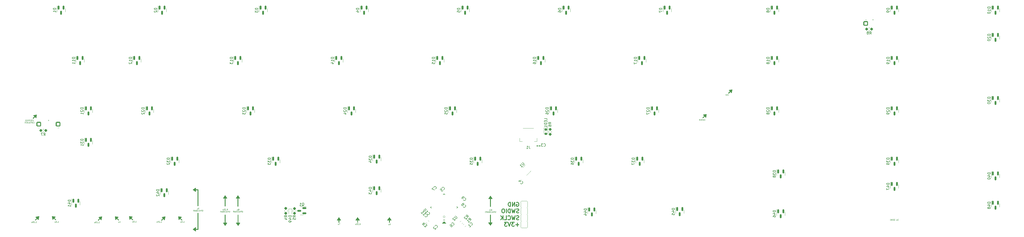
<source format=gbr>
%TF.GenerationSoftware,KiCad,Pcbnew,(6.0.0)*%
%TF.CreationDate,2022-10-19T16:47:05-05:00*%
%TF.ProjectId,Phidias-F072-pcb,50686964-6961-4732-9d46-3037322d7063,rev?*%
%TF.SameCoordinates,Original*%
%TF.FileFunction,Legend,Bot*%
%TF.FilePolarity,Positive*%
%FSLAX46Y46*%
G04 Gerber Fmt 4.6, Leading zero omitted, Abs format (unit mm)*
G04 Created by KiCad (PCBNEW (6.0.0)) date 2022-10-19 16:47:05*
%MOMM*%
%LPD*%
G01*
G04 APERTURE LIST*
G04 Aperture macros list*
%AMRoundRect*
0 Rectangle with rounded corners*
0 $1 Rounding radius*
0 $2 $3 $4 $5 $6 $7 $8 $9 X,Y pos of 4 corners*
0 Add a 4 corners polygon primitive as box body*
4,1,4,$2,$3,$4,$5,$6,$7,$8,$9,$2,$3,0*
0 Add four circle primitives for the rounded corners*
1,1,$1+$1,$2,$3*
1,1,$1+$1,$4,$5*
1,1,$1+$1,$6,$7*
1,1,$1+$1,$8,$9*
0 Add four rect primitives between the rounded corners*
20,1,$1+$1,$2,$3,$4,$5,0*
20,1,$1+$1,$4,$5,$6,$7,0*
20,1,$1+$1,$6,$7,$8,$9,0*
20,1,$1+$1,$8,$9,$2,$3,0*%
%AMRotRect*
0 Rectangle, with rotation*
0 The origin of the aperture is its center*
0 $1 length*
0 $2 width*
0 $3 Rotation angle, in degrees counterclockwise*
0 Add horizontal line*
21,1,$1,$2,0,0,$3*%
G04 Aperture macros list end*
%ADD10C,0.150000*%
%ADD11C,0.125000*%
%ADD12C,0.300000*%
%ADD13C,0.120000*%
%ADD14C,0.100000*%
%ADD15RoundRect,0.100000X0.083085X0.224506X-0.224506X-0.083085X-0.083085X-0.224506X0.224506X0.083085X0*%
%ADD16C,3.987800*%
%ADD17C,3.048000*%
%ADD18C,1.701800*%
%ADD19C,2.540000*%
%ADD20RoundRect,0.150000X-0.150000X0.587500X-0.150000X-0.587500X0.150000X-0.587500X0.150000X0.587500X0*%
%ADD21RoundRect,0.150000X0.587500X0.150000X-0.587500X0.150000X-0.587500X-0.150000X0.587500X-0.150000X0*%
%ADD22RoundRect,0.218750X-0.256250X0.218750X-0.256250X-0.218750X0.256250X-0.218750X0.256250X0.218750X0*%
%ADD23RoundRect,0.150000X-0.309359X-0.521491X0.521491X0.309359X0.309359X0.521491X-0.521491X-0.309359X0*%
%ADD24RoundRect,0.237500X-0.008839X-0.344715X0.344715X0.008839X0.008839X0.344715X-0.344715X-0.008839X0*%
%ADD25C,1.778000*%
%ADD26RoundRect,0.177800X-0.711200X-0.711200X0.711200X-0.711200X0.711200X0.711200X-0.711200X0.711200X0*%
%ADD27RoundRect,0.100000X-0.224506X0.083085X0.083085X-0.224506X0.224506X-0.083085X-0.083085X0.224506X0*%
%ADD28R,0.700000X0.600000*%
%ADD29RoundRect,0.100000X-0.083085X-0.224506X0.224506X0.083085X0.083085X0.224506X-0.224506X-0.083085X0*%
%ADD30RoundRect,0.237500X-0.344715X0.008839X0.008839X-0.344715X0.344715X-0.008839X-0.008839X0.344715X0*%
%ADD31RoundRect,0.177800X0.711200X0.711200X-0.711200X0.711200X-0.711200X-0.711200X0.711200X-0.711200X0*%
%ADD32RoundRect,0.237500X0.237500X-0.250000X0.237500X0.250000X-0.237500X0.250000X-0.237500X-0.250000X0*%
%ADD33RotRect,1.475000X0.300000X45.000000*%
%ADD34RoundRect,0.150000X-0.415425X-0.415425X0.415425X0.415425X0.415425X0.415425X-0.415425X-0.415425X0*%
%ADD35RoundRect,0.150000X0.415425X-0.415425X0.415425X-0.415425X-0.415425X0.415425X-0.415425X0.415425X0*%
%ADD36R,1.524000X1.524000*%
%ADD37O,1.524000X1.524000*%
%ADD38RoundRect,0.237500X0.250000X0.237500X-0.250000X0.237500X-0.250000X-0.237500X0.250000X-0.237500X0*%
%ADD39R,0.600000X1.550000*%
%ADD40R,1.200000X1.800000*%
%ADD41RoundRect,0.100000X0.224506X-0.083085X-0.083085X0.224506X-0.224506X0.083085X0.083085X-0.224506X0*%
%ADD42RoundRect,0.100000X-0.217500X-0.100000X0.217500X-0.100000X0.217500X0.100000X-0.217500X0.100000X0*%
G04 APERTURE END LIST*
D10*
X63372406Y-116997330D02*
X63768386Y-116360934D01*
X87396913Y-116306203D02*
X87234279Y-116765822D01*
X57903726Y-117193554D02*
X57811802Y-116790503D01*
X58236067Y-116238960D02*
X57528960Y-116946066D01*
X286292132Y-77497918D02*
X285585025Y-78205025D01*
X295878995Y-68484903D02*
X295419376Y-68322269D01*
X93330000Y-121470000D02*
X93160000Y-120740000D01*
X33939325Y-116282218D02*
X34335305Y-116565061D01*
X104150000Y-118600000D02*
X104630000Y-118990000D01*
X68655493Y-116427624D02*
X68853482Y-116229634D01*
X33486777Y-116381213D02*
X34179741Y-117102462D01*
X93160000Y-120740000D02*
X93610000Y-120400000D01*
X63931020Y-116891264D02*
X64425995Y-116396290D01*
X40207035Y-116800172D02*
X40843431Y-117436569D01*
X92650001Y-121000000D02*
X93649999Y-121000000D01*
X295285025Y-68895025D02*
X295780000Y-69390000D01*
X81779741Y-117202462D02*
X81687817Y-116799411D01*
X166380000Y-117030000D02*
X166860000Y-116950000D01*
X105060001Y-119060000D02*
X104580000Y-119140000D01*
X33812047Y-116961040D02*
X33225147Y-117547939D01*
X166490000Y-117340000D02*
X166860000Y-117320000D01*
X105450000Y-118560000D02*
X104750000Y-119560000D01*
X109760000Y-119270000D02*
X109480000Y-119270000D01*
X147780000Y-117090000D02*
X147100000Y-117410000D01*
X284892061Y-78784853D02*
X285005198Y-78897990D01*
X104620000Y-119270000D02*
X105060001Y-119060000D01*
X104830000Y-117659999D02*
X104670000Y-117659999D01*
X57981508Y-117342047D02*
X57917868Y-116726863D01*
X109080000Y-108930000D02*
X109810000Y-108760000D01*
X205510000Y-109410000D02*
X204810000Y-108410000D01*
X295659792Y-69142513D02*
X295567868Y-68739462D01*
X93330000Y-105960000D02*
X93450001Y-106250000D01*
X154420000Y-117020000D02*
X154900000Y-116940000D01*
X40044401Y-116269842D02*
X40603015Y-116347624D01*
X109550000Y-109250000D02*
X109550000Y-112270000D01*
X109480000Y-119270000D02*
X109920001Y-119060000D01*
X94380000Y-105990000D02*
X94380000Y-112180000D01*
X39634279Y-116665822D02*
X39917122Y-116269842D01*
X105430000Y-109240000D02*
X104730000Y-108240000D01*
X93640000Y-105350000D02*
X92640001Y-106050000D01*
X109170000Y-118650001D02*
X109520000Y-118870001D01*
X63711817Y-116502356D02*
X63457259Y-117209462D01*
X39733274Y-117118370D02*
X40454523Y-116425406D01*
X93709999Y-106130000D02*
X94540000Y-106130000D01*
X104580000Y-119140000D02*
X105220000Y-118880000D01*
X68973691Y-116293273D02*
X68704990Y-116929669D01*
X33343432Y-77785908D02*
X33541421Y-77983897D01*
X87198924Y-116504193D02*
X87396913Y-116306203D01*
X40199964Y-116906238D02*
X40786863Y-117493137D01*
X57536032Y-117052132D02*
X56949132Y-117639031D01*
X109920001Y-119060000D02*
X109440000Y-119140000D01*
X285959792Y-78452513D02*
X285867868Y-78049462D01*
X166810000Y-117100000D02*
X166130000Y-117420000D01*
X108990000Y-109140000D02*
X109990000Y-109160000D01*
X68556498Y-116116497D02*
X69263604Y-116823603D01*
X104260000Y-108920000D02*
X104990000Y-108750000D01*
X69256533Y-116929669D02*
X69843432Y-117516568D01*
X105220000Y-118880000D02*
X104490000Y-119050000D01*
X295681005Y-68286913D02*
X295878995Y-68484903D01*
X32452477Y-77899045D02*
X33654559Y-77686913D01*
X87587832Y-116511264D02*
X87333274Y-117218370D01*
X109470000Y-112270000D02*
X109630000Y-112270000D01*
X147510000Y-116810000D02*
X147790000Y-116810000D01*
X40051472Y-116517330D02*
X39931264Y-116807244D01*
X109690000Y-115540000D02*
X109530000Y-115540000D01*
X154030000Y-117520000D02*
X154730000Y-116520000D01*
X104650000Y-110140000D02*
X104810000Y-110140000D01*
X33654559Y-77686913D02*
X32947452Y-78394019D01*
X63322909Y-116495285D02*
X63520898Y-116297295D01*
X109630000Y-109320000D02*
X109630000Y-112270000D01*
X92640001Y-106050000D02*
X93639999Y-106050000D01*
X93550000Y-105610000D02*
X93330000Y-105960000D01*
X286115355Y-78042391D02*
X286037574Y-78601005D01*
X82112082Y-116247868D02*
X81404975Y-116954974D01*
X57528960Y-116946066D02*
X56892563Y-117582462D01*
X104850000Y-108810000D02*
X104170000Y-109130000D01*
X109400000Y-108540000D02*
X109680000Y-108540000D01*
X147580000Y-118420000D02*
X147740000Y-118420000D01*
X39931264Y-116807244D02*
X40178751Y-116531472D01*
X110170000Y-118670000D02*
X109170000Y-118650001D01*
X104750000Y-118560000D02*
X104050000Y-118560000D01*
X33804975Y-116854974D02*
X33310000Y-116360000D01*
X154260000Y-117200000D02*
X154990000Y-117030000D01*
X109810000Y-108760000D02*
X110150000Y-109210000D01*
X109610000Y-118560000D02*
X108910000Y-118560000D01*
X93070000Y-120829999D02*
X93330000Y-121470000D01*
X93560000Y-120560000D02*
X93340000Y-120910000D01*
X110150000Y-109210000D02*
X109670000Y-108820000D01*
X285592096Y-78311091D02*
X285005198Y-78897990D01*
X285266827Y-77731264D02*
X285959792Y-78452513D01*
X108910000Y-118560000D02*
X109610000Y-119560000D01*
X69369670Y-116816532D02*
X69956569Y-117403431D01*
X40313101Y-116793101D02*
X40900000Y-117380000D01*
X68987833Y-116830675D02*
X69235320Y-116554903D01*
X109690000Y-117659999D02*
X109530000Y-117659999D01*
X39648421Y-116906238D02*
X40044401Y-116269842D01*
X204870000Y-117609999D02*
X204710000Y-117609999D01*
X104820000Y-108930000D02*
X104530000Y-109050000D01*
X63520898Y-116297295D02*
X63358264Y-116756914D01*
X109610000Y-118560000D02*
X109610001Y-115540000D01*
X63358264Y-116756914D02*
X63641107Y-116360934D01*
X104750000Y-118560000D02*
X104750001Y-115540000D01*
X87531264Y-116907244D02*
X87778751Y-116631472D01*
X87312061Y-117395147D02*
X87099929Y-116193066D01*
X93060000Y-105879999D02*
X93320000Y-106520000D01*
X204250000Y-109300000D02*
X205250000Y-109320000D01*
X68690848Y-116689253D02*
X68973691Y-116293273D01*
X166690000Y-117530000D02*
X166690000Y-118430000D01*
X32254487Y-78973847D02*
X32367624Y-79086984D01*
X105170000Y-109150000D02*
X104820000Y-108930000D01*
X109010000Y-118600000D02*
X109490000Y-118990000D01*
X33322218Y-78641507D02*
X33230294Y-78238456D01*
X81857523Y-117350955D02*
X81793883Y-116735771D01*
X104490000Y-119050000D02*
X104150000Y-118600000D01*
X204900000Y-109100000D02*
X204610000Y-109220000D01*
X154900000Y-116940000D02*
X154260000Y-117200000D01*
X93210000Y-105930000D02*
X93530000Y-106610000D01*
X93140000Y-106360000D02*
X93060000Y-105879999D01*
X166950000Y-117040000D02*
X167290000Y-117490000D01*
X68768630Y-117318578D02*
X68556498Y-116116497D01*
X204730000Y-109480000D02*
X204730000Y-112430000D01*
X93650000Y-120300000D02*
X92650001Y-121000000D01*
X109640000Y-108940000D02*
X109350000Y-109060000D01*
X204810000Y-109410000D02*
X205510000Y-109410000D01*
X204340000Y-109090000D02*
X205070000Y-108920000D01*
X69659584Y-116371055D02*
X69044401Y-116434695D01*
X295178959Y-68336411D02*
X295815355Y-68732391D01*
X63931020Y-116891264D02*
X63436046Y-117386239D01*
X295815355Y-68605111D02*
X295178959Y-68336411D01*
X33112010Y-117434802D02*
X33225147Y-117547939D01*
X109530000Y-118490000D02*
X109530000Y-115540000D01*
X204790000Y-118510000D02*
X205490000Y-118510000D01*
X81800955Y-116346863D02*
X81998944Y-116544852D01*
X147100000Y-117410000D02*
X148100000Y-117430000D01*
X154820000Y-117210000D02*
X154530000Y-117330000D01*
X166540000Y-116820000D02*
X166820000Y-116820000D01*
X33336360Y-78174816D02*
X32629254Y-77920258D01*
X57528960Y-116946066D02*
X57033985Y-116451092D01*
X295285025Y-68895025D02*
X294790051Y-68400051D01*
X94540000Y-112180000D02*
X94380000Y-112180000D01*
X92930001Y-106200000D02*
X92930000Y-105920000D01*
X104730000Y-108240000D02*
X104730000Y-109240000D01*
X88054523Y-116525406D02*
X87651472Y-116617330D01*
X167130000Y-117440000D02*
X166780000Y-117220000D01*
X63223914Y-116184158D02*
X63931020Y-116891264D01*
X104030000Y-109240000D02*
X104730000Y-108240000D01*
X155330000Y-117480000D02*
X154850000Y-117090000D01*
X57663310Y-116373310D02*
X58059290Y-116656153D01*
X286178995Y-77794903D02*
X285719376Y-77632269D01*
X154730000Y-117520000D02*
X154730000Y-118420000D01*
X104730000Y-109240000D02*
X105430000Y-109240000D01*
X167390000Y-117530000D02*
X166690000Y-116530000D01*
X285585025Y-78205025D02*
X284948629Y-78841421D01*
X295292096Y-69001091D02*
X294705198Y-69587990D01*
X94460000Y-105989999D02*
X94460001Y-112180000D01*
X81404975Y-116954974D02*
X81899949Y-117449949D01*
X109670000Y-108820000D02*
X108990000Y-109140000D01*
X204790000Y-118510000D02*
X204790001Y-115490000D01*
X109470000Y-109320000D02*
X109470000Y-112270000D01*
X81298909Y-116396360D02*
X81935305Y-116792340D01*
X93460001Y-121200000D02*
X93440000Y-120830000D01*
X286080000Y-78700000D02*
X286292132Y-77497918D01*
X204870000Y-115490000D02*
X204710000Y-115490000D01*
X204990000Y-118700000D02*
X204619999Y-118720000D01*
X93649999Y-121000000D02*
X93650000Y-121700000D01*
X57422894Y-116938995D02*
X56835995Y-117525894D01*
X104650000Y-109310000D02*
X104650000Y-112260000D01*
X104990000Y-108750000D02*
X105330000Y-109200000D01*
X81935305Y-116792340D02*
X81857523Y-117350955D01*
X109690000Y-118490000D02*
X109690000Y-115540000D01*
X57811802Y-116790503D02*
X57521888Y-116670294D01*
X32940380Y-78118247D02*
X33216152Y-78365735D01*
X147580000Y-117590000D02*
X147580000Y-118420000D01*
X286115355Y-77915111D02*
X285478959Y-77646411D01*
X166770000Y-117600000D02*
X166770000Y-118430000D01*
X286037574Y-78601005D02*
X285973934Y-77985822D01*
X147350000Y-117020000D02*
X147830000Y-116940000D01*
X294790051Y-68400051D02*
X295992132Y-68187918D01*
X104420000Y-108740000D02*
X104900000Y-108660000D01*
X94390000Y-121010001D02*
X94390000Y-114890000D01*
X166610000Y-117600000D02*
X166610000Y-118430000D01*
X57917868Y-116726863D02*
X57210762Y-116472305D01*
X166610000Y-118430000D02*
X166770000Y-118430000D01*
X110310000Y-118560000D02*
X109610000Y-119560000D01*
X40454523Y-116425406D02*
X40051472Y-116517330D01*
X166220000Y-117210000D02*
X166950000Y-117040000D01*
X81539325Y-116382218D02*
X81935305Y-116665061D01*
X295992132Y-68187918D02*
X295285025Y-68895025D01*
X69263604Y-116823603D02*
X69758579Y-116328629D01*
X93540000Y-121560000D02*
X93560000Y-120560000D01*
X34512082Y-116147868D02*
X33804975Y-116854974D01*
X295673934Y-68675822D02*
X294966827Y-68421264D01*
X87517122Y-116369842D02*
X87248421Y-117006238D01*
X93639999Y-106050000D02*
X94540000Y-106050001D01*
X109550000Y-109250000D02*
X110250000Y-109250000D01*
X58122929Y-116535944D02*
X57663310Y-116373310D01*
X205070000Y-108920000D02*
X205410000Y-109370000D01*
X93320000Y-106520000D02*
X93150000Y-105790000D01*
X58059290Y-116656153D02*
X57422894Y-116387452D01*
X108850000Y-109250000D02*
X109550000Y-108250000D01*
X147660000Y-117520000D02*
X147660000Y-118420000D01*
X105310000Y-118670000D02*
X104310000Y-118650001D01*
X57521888Y-116670294D02*
X57797660Y-116917782D01*
X204810000Y-109410000D02*
X204810000Y-112430000D01*
X94540000Y-106130000D02*
X94540000Y-105970000D01*
X32629254Y-77920258D02*
X33322218Y-78641507D01*
X93150000Y-105790000D02*
X93600000Y-105450000D01*
X204790000Y-119510000D02*
X204790000Y-118510000D01*
X295285025Y-68895025D02*
X294648629Y-69531421D01*
X81298909Y-116947903D02*
X80712010Y-117534802D01*
X40702010Y-116305198D02*
X39499929Y-116093066D01*
X81899949Y-117449949D02*
X82112082Y-116247868D01*
X104170000Y-109130000D02*
X105170000Y-109150000D01*
X94550000Y-120180000D02*
X94390000Y-120180000D01*
X93530000Y-106610000D02*
X93550000Y-105610000D01*
X109680000Y-108540000D02*
X109240000Y-108750000D01*
X32954524Y-78500085D02*
X32367624Y-79086984D01*
X109610000Y-118560000D02*
X110310000Y-118560000D01*
X80910000Y-116460000D02*
X82112082Y-116247868D01*
X147790000Y-116810000D02*
X147350000Y-117020000D01*
X204930000Y-108980000D02*
X204250000Y-109300000D01*
X69263604Y-116823603D02*
X68768630Y-117318578D01*
X204610000Y-109220000D02*
X204980000Y-109200000D01*
X63775457Y-116608422D02*
X63655249Y-116898336D01*
X104670000Y-118490000D02*
X104670000Y-115540000D01*
X205260000Y-118830000D02*
X204530000Y-119000000D01*
X57210762Y-116472305D02*
X57903726Y-117193554D01*
X63655249Y-116898336D02*
X63902736Y-116622564D01*
X204620000Y-119090000D02*
X205260000Y-118830000D01*
X81935305Y-116665061D02*
X81298909Y-116396360D01*
X64327000Y-116438716D02*
X63711817Y-116502356D01*
X204700000Y-118820001D02*
X204990000Y-118700000D01*
X33804975Y-116854974D02*
X33168578Y-117491370D01*
X285719376Y-77632269D02*
X286115355Y-77915111D01*
X204730000Y-110310000D02*
X204890000Y-110310000D01*
X33804975Y-116854974D02*
X34299949Y-117349949D01*
X69263604Y-116823603D02*
X69900000Y-117460000D01*
X57528960Y-116946066D02*
X58023934Y-117441041D01*
X109990000Y-109160000D02*
X109640000Y-108940000D01*
X69108041Y-116540761D02*
X68987833Y-116830675D01*
X93719999Y-121080000D02*
X94550000Y-121080000D01*
X147460000Y-117330000D02*
X147830000Y-117310000D01*
X204110000Y-109410000D02*
X204810000Y-108410000D01*
X166820000Y-116820000D02*
X166380000Y-117030000D01*
X69044401Y-116434695D02*
X68789843Y-117141801D01*
X154860000Y-116810000D02*
X154420000Y-117020000D01*
X110250000Y-109250000D02*
X109550000Y-108250000D01*
X33698909Y-116847903D02*
X33112010Y-117434802D01*
X204810000Y-108410000D02*
X204810000Y-109410000D01*
X87807035Y-116900172D02*
X88443431Y-117536569D01*
X93220000Y-120880000D02*
X93540000Y-121560000D01*
X93639999Y-106050000D02*
X93640000Y-106750000D01*
X87799964Y-117006238D02*
X88386863Y-117593137D01*
X104580000Y-108530000D02*
X104860000Y-108530000D01*
X58023934Y-117441041D02*
X58236067Y-116238960D01*
X285585025Y-78205025D02*
X285090051Y-77710051D01*
X109470000Y-110150000D02*
X109630000Y-110150000D01*
X32947452Y-78394019D02*
X33442426Y-78888994D01*
X148360000Y-117520000D02*
X147660000Y-116520000D01*
X154810000Y-117590000D02*
X154810000Y-118420000D01*
X109440000Y-119140000D02*
X110080000Y-118880000D01*
X295419376Y-68322269D02*
X295815355Y-68605111D01*
X68789843Y-117141801D02*
X69511092Y-116448837D01*
X104530000Y-109050000D02*
X104900000Y-109030000D01*
X93600000Y-105450000D02*
X93210000Y-105930000D01*
X104900000Y-119270000D02*
X104620000Y-119270000D01*
X204980000Y-108830000D02*
X204340000Y-109090000D01*
X155430000Y-117520000D02*
X154730000Y-116520000D01*
X64037086Y-116884193D02*
X64623985Y-117471092D01*
X34087817Y-116699411D02*
X33797903Y-116579202D01*
X204810000Y-109410000D02*
X204110000Y-109410000D01*
X57422894Y-116387452D02*
X58059290Y-116783432D01*
X105330000Y-109200000D02*
X104850000Y-108810000D01*
X34398944Y-116444852D02*
X33939325Y-116282218D01*
X32947452Y-78394019D02*
X32311055Y-79030415D01*
X68704990Y-116929669D02*
X69100970Y-116293273D01*
X204660000Y-108700000D02*
X204940000Y-108700000D01*
X109350000Y-119050000D02*
X109010000Y-118600000D01*
X33477782Y-78231385D02*
X33400000Y-78790000D01*
X94380000Y-105990000D02*
X94380000Y-106150000D01*
X64510848Y-117584229D02*
X64623985Y-117471092D01*
X109520000Y-118870001D02*
X109810000Y-118750000D01*
X93340000Y-120910000D02*
X93460001Y-121200000D01*
X166690000Y-117530000D02*
X165990000Y-117530000D01*
X147740000Y-117590000D02*
X147740000Y-118420000D01*
X147660000Y-117520000D02*
X146960000Y-117520000D01*
X109550000Y-109250000D02*
X108850000Y-109250000D01*
X69100970Y-116293273D02*
X69659584Y-116371055D01*
X32841386Y-78386948D02*
X32254487Y-78973847D01*
X34257523Y-117250955D02*
X34193883Y-116635771D01*
X88302010Y-116405198D02*
X87099929Y-116193066D01*
X64178508Y-116516498D02*
X63775457Y-116608422D01*
X104660000Y-118870001D02*
X104950000Y-118750000D01*
X39987832Y-116411264D02*
X39733274Y-117118370D01*
X110080000Y-118880000D02*
X109350000Y-119050000D01*
X63923949Y-116997330D02*
X64510848Y-117584229D01*
X63641107Y-116360934D02*
X63372406Y-116997330D01*
X94380000Y-106059999D02*
X94380000Y-106890000D01*
X154850000Y-117090000D02*
X154170000Y-117410000D01*
X87099929Y-116193066D02*
X87807035Y-116900172D01*
X109240000Y-108750000D02*
X109720000Y-108670000D01*
X165990000Y-117530000D02*
X166690000Y-116530000D01*
X81404975Y-116954974D02*
X80910000Y-116460000D01*
X33310000Y-116360000D02*
X34512082Y-116147868D01*
X81793883Y-116735771D02*
X81086777Y-116481213D01*
X32841386Y-77835405D02*
X33477782Y-78231385D01*
X204500000Y-108910000D02*
X204980000Y-108830000D01*
X104310000Y-118650001D02*
X104660000Y-118870001D01*
X154650000Y-118420000D02*
X154810000Y-118420000D01*
X147750000Y-117210000D02*
X147460000Y-117330000D01*
X32947452Y-78394019D02*
X32452477Y-77899045D01*
X34299949Y-117349949D02*
X34512082Y-116147868D01*
X205350000Y-118620000D02*
X204350000Y-118600001D01*
X285981005Y-77596913D02*
X286178995Y-77794903D01*
X294592061Y-69474853D02*
X294705198Y-69587990D01*
X154730000Y-116520000D02*
X154730000Y-117520000D01*
X81397903Y-116679202D02*
X81673675Y-116926690D01*
X40207035Y-116800172D02*
X40702010Y-116305198D01*
X109350000Y-109060000D02*
X109720000Y-109040000D01*
X204710000Y-118440000D02*
X204710000Y-115490000D01*
X34335305Y-116565061D02*
X33698909Y-116296360D01*
X104050000Y-118560000D02*
X104750000Y-119560000D01*
X39712061Y-117295147D02*
X39499929Y-116093066D01*
X80712010Y-117534802D02*
X80825147Y-117647939D01*
X147830000Y-116940000D02*
X147190000Y-117200000D01*
X34200955Y-116246863D02*
X34398944Y-116444852D01*
X93709999Y-105970000D02*
X94540000Y-105970000D01*
X154170000Y-117410000D02*
X155170000Y-117430000D01*
X92940000Y-120870000D02*
X93150000Y-121310000D01*
X94380000Y-106890000D02*
X94540000Y-106890000D01*
X69758579Y-116328629D02*
X68556498Y-116116497D01*
X87651472Y-116617330D02*
X87531264Y-116907244D01*
X204660000Y-119220000D02*
X205100001Y-119010000D01*
X285867868Y-78049462D02*
X285577954Y-77929254D01*
X33698909Y-116296360D02*
X34335305Y-116692340D01*
X39796913Y-116206203D02*
X39634279Y-116665822D01*
X154730000Y-117520000D02*
X155430000Y-117520000D01*
X93649999Y-121000000D02*
X94550000Y-121000001D01*
X285585025Y-78205025D02*
X286080000Y-78700000D01*
X155170000Y-117430000D02*
X154820000Y-117210000D01*
X205250000Y-109320000D02*
X204900000Y-109100000D01*
X87644401Y-116369842D02*
X88203015Y-116447624D01*
X94550000Y-121080000D02*
X94550000Y-114890000D01*
X285478959Y-78197954D02*
X284892061Y-78784853D01*
X93639999Y-106050000D02*
X93640000Y-105350000D01*
X68853482Y-116229634D02*
X68690848Y-116689253D01*
X104810000Y-109310000D02*
X104810000Y-112260000D01*
X204940000Y-119220000D02*
X204660000Y-119220000D01*
X94550000Y-121080000D02*
X94550000Y-120920000D01*
X33442426Y-78888994D02*
X33654559Y-77686913D01*
X93450001Y-106250000D02*
X93430000Y-105880000D01*
X295737574Y-69291005D02*
X295673934Y-68675822D01*
X154730000Y-117520000D02*
X154030000Y-117520000D01*
X81412047Y-117061040D02*
X80825147Y-117647939D01*
X104830000Y-118490000D02*
X104830000Y-115540000D01*
X104730000Y-109240000D02*
X104030000Y-109240000D01*
X204670000Y-118940000D02*
X205350000Y-118620000D01*
X39499929Y-116093066D02*
X40207035Y-116800172D01*
X81086777Y-116481213D02*
X81779741Y-117202462D01*
X93150000Y-121310000D02*
X93070000Y-120829999D01*
X58059290Y-116783432D02*
X57981508Y-117342047D01*
X34193883Y-116635771D02*
X33486777Y-116381213D01*
X39917122Y-116269842D02*
X39648421Y-116906238D01*
X147190000Y-117200000D02*
X147920000Y-117030000D01*
X40603015Y-116347624D02*
X39987832Y-116411264D01*
X148260000Y-117480000D02*
X147780000Y-117090000D01*
X204870000Y-118440000D02*
X204870000Y-115490000D01*
X285090051Y-77710051D02*
X286292132Y-77497918D01*
X294966827Y-68421264D02*
X295659792Y-69142513D01*
X81687817Y-116799411D02*
X81397903Y-116679202D01*
X93719999Y-120920000D02*
X94550000Y-120920000D01*
X81404975Y-116954974D02*
X80768578Y-117591370D01*
X204730000Y-112430000D02*
X204890000Y-112430000D01*
X69511092Y-116448837D02*
X69108041Y-116540761D01*
X87333274Y-117218370D02*
X88054523Y-116525406D01*
X34335305Y-116692340D02*
X34257523Y-117250955D01*
X33400000Y-78790000D02*
X33336360Y-78174816D01*
X166860000Y-116950000D02*
X166220000Y-117210000D01*
X295780000Y-69390000D02*
X295992132Y-68187918D01*
X166690000Y-116530000D02*
X166690000Y-117530000D01*
X88203015Y-116447624D02*
X87587832Y-116511264D01*
X205410000Y-109370000D02*
X204930000Y-108980000D01*
X63457259Y-117209462D02*
X64178508Y-116516498D01*
X87234279Y-116765822D02*
X87517122Y-116369842D01*
X93640000Y-106750000D02*
X92640001Y-106050000D01*
X104730000Y-109240000D02*
X104730000Y-112260000D01*
X39598924Y-116404193D02*
X39796913Y-116206203D01*
X109810000Y-118750000D02*
X109439999Y-118770000D01*
X147660000Y-117520000D02*
X148360000Y-117520000D01*
X33541421Y-77983897D02*
X33081802Y-77821263D01*
X109550000Y-108250000D02*
X109550000Y-109250000D01*
X166780000Y-117220000D02*
X166490000Y-117340000D01*
X285973934Y-77985822D02*
X285266827Y-77731264D01*
X154650000Y-117590000D02*
X154650000Y-118420000D01*
X69843432Y-117516568D02*
X69956569Y-117403431D01*
X57924940Y-116337955D02*
X58122929Y-116535944D01*
X295178959Y-68887954D02*
X294592061Y-69474853D01*
X40786863Y-117493137D02*
X40900000Y-117380000D01*
X93649999Y-121000000D02*
X93650000Y-120300000D01*
X87807035Y-116900172D02*
X87312061Y-117395147D01*
X147660000Y-116520000D02*
X147660000Y-117520000D01*
X146960000Y-117520000D02*
X147660000Y-116520000D01*
X64425995Y-116396290D02*
X63223914Y-116184158D01*
X295567868Y-68739462D02*
X295277954Y-68619254D01*
X33081802Y-77821263D02*
X33477782Y-78104106D01*
X154580000Y-116810000D02*
X154860000Y-116810000D01*
X295277954Y-68619254D02*
X295553726Y-68866741D01*
X154990000Y-117030000D02*
X155330000Y-117480000D01*
X33230294Y-78238456D02*
X32940380Y-78118247D01*
X94540000Y-106059999D02*
X94540000Y-112180000D01*
X87807035Y-116900172D02*
X88302010Y-116405198D01*
X204790000Y-118510000D02*
X204090000Y-118510000D01*
X92930000Y-105920000D02*
X93140000Y-106360000D01*
X87913101Y-116893101D02*
X88500000Y-117480000D01*
X81998944Y-116544852D02*
X81539325Y-116382218D01*
X33477782Y-78104106D02*
X32841386Y-77835405D01*
X33797903Y-116579202D02*
X34073675Y-116826690D01*
X148100000Y-117430000D02*
X147750000Y-117210000D01*
X94550000Y-121010001D02*
X94550000Y-120180000D01*
X204190000Y-118550000D02*
X204670000Y-118940000D01*
X154530000Y-117330000D02*
X154900000Y-117310000D01*
X92940001Y-121150000D02*
X92940000Y-120870000D01*
X285577954Y-77929254D02*
X285853726Y-78176741D01*
X147920000Y-117030000D02*
X148260000Y-117480000D01*
X88386863Y-117593137D02*
X88500000Y-117480000D01*
X34179741Y-117102462D02*
X34087817Y-116699411D01*
X104830000Y-115540000D02*
X104670000Y-115540000D01*
X205490000Y-118510000D02*
X204790000Y-119510000D01*
X63931020Y-116891264D02*
X64567416Y-117527661D01*
X94470000Y-121080001D02*
X94470000Y-114890000D01*
X166130000Y-117420000D02*
X167130000Y-117440000D01*
X167290000Y-117490000D02*
X166810000Y-117100000D01*
X56835995Y-117525894D02*
X56949132Y-117639031D01*
X204890000Y-109480000D02*
X204890000Y-112430000D01*
X87248421Y-117006238D02*
X87644401Y-116369842D01*
X104750000Y-119560000D02*
X104750000Y-118560000D01*
X109610000Y-119560000D02*
X109610000Y-118560000D01*
X40207035Y-116800172D02*
X39712061Y-117295147D01*
X205100001Y-119010000D02*
X204620000Y-119090000D01*
X166690000Y-117530000D02*
X167390000Y-117530000D01*
X104750000Y-118560000D02*
X105450000Y-118560000D01*
X204940000Y-108700000D02*
X204500000Y-108910000D01*
X204350000Y-118600001D02*
X204700000Y-118820001D01*
X295815355Y-68732391D02*
X295737574Y-69291005D01*
X104630000Y-118990000D02*
X105310000Y-118670000D01*
X204530000Y-119000000D02*
X204190000Y-118550000D01*
X104950000Y-118750000D02*
X104579999Y-118770000D01*
X93610000Y-120400000D02*
X93220000Y-120880000D01*
X104650000Y-112260000D02*
X104810000Y-112260000D01*
X109490000Y-118990000D02*
X110170000Y-118670000D01*
X204090000Y-118510000D02*
X204790000Y-119510000D01*
X104860000Y-108530000D02*
X104420000Y-108740000D01*
X104900000Y-108660000D02*
X104260000Y-108920000D01*
X63436046Y-117386239D02*
X63223914Y-116184158D01*
X93650000Y-121700000D02*
X92650001Y-121000000D01*
X57033985Y-116451092D02*
X58236067Y-116238960D01*
X94390000Y-114890000D02*
X94550000Y-114890000D01*
X285478959Y-77646411D02*
X286115355Y-78042391D01*
X109720000Y-108670000D02*
X109080000Y-108930000D01*
X63768386Y-116360934D02*
X64327000Y-116438716D01*
D11*
X32435714Y-80019880D02*
X32364285Y-80043690D01*
X32245238Y-80043690D01*
X32197619Y-80019880D01*
X32173809Y-79996071D01*
X32150000Y-79948452D01*
X32150000Y-79900833D01*
X32173809Y-79853214D01*
X32197619Y-79829404D01*
X32245238Y-79805595D01*
X32340476Y-79781785D01*
X32388095Y-79757976D01*
X32411904Y-79734166D01*
X32435714Y-79686547D01*
X32435714Y-79638928D01*
X32411904Y-79591309D01*
X32388095Y-79567500D01*
X32340476Y-79543690D01*
X32221428Y-79543690D01*
X32150000Y-79567500D01*
X32007142Y-79543690D02*
X31721428Y-79543690D01*
X31864285Y-80043690D02*
X31864285Y-79543690D01*
X31554761Y-79781785D02*
X31388095Y-79781785D01*
X31316666Y-80043690D02*
X31554761Y-80043690D01*
X31554761Y-79543690D01*
X31316666Y-79543690D01*
X31102380Y-80043690D02*
X31102380Y-79543690D01*
X30911904Y-79543690D01*
X30864285Y-79567500D01*
X30840476Y-79591309D01*
X30816666Y-79638928D01*
X30816666Y-79710357D01*
X30840476Y-79757976D01*
X30864285Y-79781785D01*
X30911904Y-79805595D01*
X31102380Y-79805595D01*
X30602380Y-80043690D02*
X30602380Y-79543690D01*
X30411904Y-79543690D01*
X30364285Y-79567500D01*
X30340476Y-79591309D01*
X30316666Y-79638928D01*
X30316666Y-79710357D01*
X30340476Y-79757976D01*
X30364285Y-79781785D01*
X30411904Y-79805595D01*
X30602380Y-79805595D01*
X30102380Y-79781785D02*
X29935714Y-79781785D01*
X29864285Y-80043690D02*
X30102380Y-80043690D01*
X30102380Y-79543690D01*
X29864285Y-79543690D01*
X29650000Y-80043690D02*
X29650000Y-79543690D01*
X29530952Y-79543690D01*
X29459523Y-79567500D01*
X29411904Y-79615119D01*
X29388095Y-79662738D01*
X29364285Y-79757976D01*
X29364285Y-79829404D01*
X29388095Y-79924642D01*
X29411904Y-79972261D01*
X29459523Y-80019880D01*
X29530952Y-80043690D01*
X29650000Y-80043690D01*
X32411904Y-80801071D02*
X32435714Y-80824880D01*
X32507142Y-80848690D01*
X32554761Y-80848690D01*
X32626190Y-80824880D01*
X32673809Y-80777261D01*
X32697619Y-80729642D01*
X32721428Y-80634404D01*
X32721428Y-80562976D01*
X32697619Y-80467738D01*
X32673809Y-80420119D01*
X32626190Y-80372500D01*
X32554761Y-80348690D01*
X32507142Y-80348690D01*
X32435714Y-80372500D01*
X32411904Y-80396309D01*
X32221428Y-80705833D02*
X31983333Y-80705833D01*
X32269047Y-80848690D02*
X32102380Y-80348690D01*
X31935714Y-80848690D01*
X31769047Y-80848690D02*
X31769047Y-80348690D01*
X31578571Y-80348690D01*
X31530952Y-80372500D01*
X31507142Y-80396309D01*
X31483333Y-80443928D01*
X31483333Y-80515357D01*
X31507142Y-80562976D01*
X31530952Y-80586785D01*
X31578571Y-80610595D01*
X31769047Y-80610595D01*
X31292857Y-80824880D02*
X31221428Y-80848690D01*
X31102380Y-80848690D01*
X31054761Y-80824880D01*
X31030952Y-80801071D01*
X31007142Y-80753452D01*
X31007142Y-80705833D01*
X31030952Y-80658214D01*
X31054761Y-80634404D01*
X31102380Y-80610595D01*
X31197619Y-80586785D01*
X31245238Y-80562976D01*
X31269047Y-80539166D01*
X31292857Y-80491547D01*
X31292857Y-80443928D01*
X31269047Y-80396309D01*
X31245238Y-80372500D01*
X31197619Y-80348690D01*
X31078571Y-80348690D01*
X31007142Y-80372500D01*
X30554761Y-80848690D02*
X30792857Y-80848690D01*
X30792857Y-80348690D01*
X30292857Y-80348690D02*
X30197619Y-80348690D01*
X30150000Y-80372500D01*
X30102380Y-80420119D01*
X30078571Y-80515357D01*
X30078571Y-80682023D01*
X30102380Y-80777261D01*
X30150000Y-80824880D01*
X30197619Y-80848690D01*
X30292857Y-80848690D01*
X30340476Y-80824880D01*
X30388095Y-80777261D01*
X30411904Y-80682023D01*
X30411904Y-80515357D01*
X30388095Y-80420119D01*
X30340476Y-80372500D01*
X30292857Y-80348690D01*
X29578571Y-80801071D02*
X29602380Y-80824880D01*
X29673809Y-80848690D01*
X29721428Y-80848690D01*
X29792857Y-80824880D01*
X29840476Y-80777261D01*
X29864285Y-80729642D01*
X29888095Y-80634404D01*
X29888095Y-80562976D01*
X29864285Y-80467738D01*
X29840476Y-80420119D01*
X29792857Y-80372500D01*
X29721428Y-80348690D01*
X29673809Y-80348690D01*
X29602380Y-80372500D01*
X29578571Y-80396309D01*
X29364285Y-80848690D02*
X29364285Y-80348690D01*
X29078571Y-80848690D02*
X29292857Y-80562976D01*
X29078571Y-80348690D02*
X29364285Y-80634404D01*
D12*
X215522857Y-117337142D02*
X215308571Y-117408571D01*
X214951428Y-117408571D01*
X214808571Y-117337142D01*
X214737142Y-117265714D01*
X214665714Y-117122857D01*
X214665714Y-116980000D01*
X214737142Y-116837142D01*
X214808571Y-116765714D01*
X214951428Y-116694285D01*
X215237142Y-116622857D01*
X215380000Y-116551428D01*
X215451428Y-116480000D01*
X215522857Y-116337142D01*
X215522857Y-116194285D01*
X215451428Y-116051428D01*
X215380000Y-115980000D01*
X215237142Y-115908571D01*
X214880000Y-115908571D01*
X214665714Y-115980000D01*
X214165714Y-115908571D02*
X213808571Y-117408571D01*
X213522857Y-116337142D01*
X213237142Y-117408571D01*
X212880000Y-115908571D01*
X211451428Y-117265714D02*
X211522857Y-117337142D01*
X211737142Y-117408571D01*
X211880000Y-117408571D01*
X212094285Y-117337142D01*
X212237142Y-117194285D01*
X212308571Y-117051428D01*
X212380000Y-116765714D01*
X212380000Y-116551428D01*
X212308571Y-116265714D01*
X212237142Y-116122857D01*
X212094285Y-115980000D01*
X211880000Y-115908571D01*
X211737142Y-115908571D01*
X211522857Y-115980000D01*
X211451428Y-116051428D01*
X210094285Y-117408571D02*
X210808571Y-117408571D01*
X210808571Y-115908571D01*
X209594285Y-117408571D02*
X209594285Y-115908571D01*
X208737142Y-117408571D02*
X209380000Y-116551428D01*
X208737142Y-115908571D02*
X209594285Y-116765714D01*
D11*
X80518571Y-118366190D02*
X80804285Y-118366190D01*
X80661428Y-118366190D02*
X80661428Y-117866190D01*
X80709047Y-117937619D01*
X80756666Y-117985238D01*
X80804285Y-118009047D01*
X80304285Y-118318571D02*
X80280476Y-118342380D01*
X80304285Y-118366190D01*
X80328095Y-118342380D01*
X80304285Y-118318571D01*
X80304285Y-118366190D01*
X80090000Y-117913809D02*
X80066190Y-117890000D01*
X80018571Y-117866190D01*
X79899523Y-117866190D01*
X79851904Y-117890000D01*
X79828095Y-117913809D01*
X79804285Y-117961428D01*
X79804285Y-118009047D01*
X79828095Y-118080476D01*
X80113809Y-118366190D01*
X79804285Y-118366190D01*
X79351904Y-117866190D02*
X79590000Y-117866190D01*
X79613809Y-118104285D01*
X79590000Y-118080476D01*
X79542380Y-118056666D01*
X79423333Y-118056666D01*
X79375714Y-118080476D01*
X79351904Y-118104285D01*
X79328095Y-118151904D01*
X79328095Y-118270952D01*
X79351904Y-118318571D01*
X79375714Y-118342380D01*
X79423333Y-118366190D01*
X79542380Y-118366190D01*
X79590000Y-118342380D01*
X79613809Y-118318571D01*
X78899523Y-118032857D02*
X78899523Y-118366190D01*
X79113809Y-118032857D02*
X79113809Y-118294761D01*
X79090000Y-118342380D01*
X79042380Y-118366190D01*
X78970952Y-118366190D01*
X78923333Y-118342380D01*
X78899523Y-118318571D01*
D12*
X215518571Y-114717142D02*
X215304285Y-114788571D01*
X214947142Y-114788571D01*
X214804285Y-114717142D01*
X214732857Y-114645714D01*
X214661428Y-114502857D01*
X214661428Y-114360000D01*
X214732857Y-114217142D01*
X214804285Y-114145714D01*
X214947142Y-114074285D01*
X215232857Y-114002857D01*
X215375714Y-113931428D01*
X215447142Y-113860000D01*
X215518571Y-113717142D01*
X215518571Y-113574285D01*
X215447142Y-113431428D01*
X215375714Y-113360000D01*
X215232857Y-113288571D01*
X214875714Y-113288571D01*
X214661428Y-113360000D01*
X214161428Y-113288571D02*
X213804285Y-114788571D01*
X213518571Y-113717142D01*
X213232857Y-114788571D01*
X212875714Y-113288571D01*
X212304285Y-114788571D02*
X212304285Y-113288571D01*
X211947142Y-113288571D01*
X211732857Y-113360000D01*
X211590000Y-113502857D01*
X211518571Y-113645714D01*
X211447142Y-113931428D01*
X211447142Y-114145714D01*
X211518571Y-114431428D01*
X211590000Y-114574285D01*
X211732857Y-114717142D01*
X211947142Y-114788571D01*
X212304285Y-114788571D01*
X210804285Y-114788571D02*
X210804285Y-113288571D01*
X209804285Y-113288571D02*
X209518571Y-113288571D01*
X209375714Y-113360000D01*
X209232857Y-113502857D01*
X209161428Y-113788571D01*
X209161428Y-114288571D01*
X209232857Y-114574285D01*
X209375714Y-114717142D01*
X209518571Y-114788571D01*
X209804285Y-114788571D01*
X209947142Y-114717142D01*
X210090000Y-114574285D01*
X210161428Y-114288571D01*
X210161428Y-113788571D01*
X210090000Y-113502857D01*
X209947142Y-113360000D01*
X209804285Y-113288571D01*
D11*
X41990476Y-82585714D02*
X41609523Y-82585714D01*
X41600476Y-118396190D02*
X41886190Y-118396190D01*
X41743333Y-118396190D02*
X41743333Y-117896190D01*
X41790952Y-117967619D01*
X41838571Y-118015238D01*
X41886190Y-118039047D01*
X41386190Y-118348571D02*
X41362380Y-118372380D01*
X41386190Y-118396190D01*
X41410000Y-118372380D01*
X41386190Y-118348571D01*
X41386190Y-118396190D01*
X40910000Y-117896190D02*
X41148095Y-117896190D01*
X41171904Y-118134285D01*
X41148095Y-118110476D01*
X41100476Y-118086666D01*
X40981428Y-118086666D01*
X40933809Y-118110476D01*
X40910000Y-118134285D01*
X40886190Y-118181904D01*
X40886190Y-118300952D01*
X40910000Y-118348571D01*
X40933809Y-118372380D01*
X40981428Y-118396190D01*
X41100476Y-118396190D01*
X41148095Y-118372380D01*
X41171904Y-118348571D01*
X40457619Y-118062857D02*
X40457619Y-118396190D01*
X40671904Y-118062857D02*
X40671904Y-118324761D01*
X40648095Y-118372380D01*
X40600476Y-118396190D01*
X40529047Y-118396190D01*
X40481428Y-118372380D01*
X40457619Y-118348571D01*
X70900476Y-118306190D02*
X71186190Y-118306190D01*
X71043333Y-118306190D02*
X71043333Y-117806190D01*
X71090952Y-117877619D01*
X71138571Y-117925238D01*
X71186190Y-117949047D01*
X70686190Y-118258571D02*
X70662380Y-118282380D01*
X70686190Y-118306190D01*
X70710000Y-118282380D01*
X70686190Y-118258571D01*
X70686190Y-118306190D01*
X70210000Y-117806190D02*
X70448095Y-117806190D01*
X70471904Y-118044285D01*
X70448095Y-118020476D01*
X70400476Y-117996666D01*
X70281428Y-117996666D01*
X70233809Y-118020476D01*
X70210000Y-118044285D01*
X70186190Y-118091904D01*
X70186190Y-118210952D01*
X70210000Y-118258571D01*
X70233809Y-118282380D01*
X70281428Y-118306190D01*
X70400476Y-118306190D01*
X70448095Y-118282380D01*
X70471904Y-118258571D01*
X69757619Y-117972857D02*
X69757619Y-118306190D01*
X69971904Y-117972857D02*
X69971904Y-118234761D01*
X69948095Y-118282380D01*
X69900476Y-118306190D01*
X69829047Y-118306190D01*
X69781428Y-118282380D01*
X69757619Y-118258571D01*
X166841428Y-118806190D02*
X166936666Y-118806190D01*
X166984285Y-118830000D01*
X167008095Y-118853809D01*
X167055714Y-118925238D01*
X167079523Y-119020476D01*
X167079523Y-119210952D01*
X167055714Y-119258571D01*
X167031904Y-119282380D01*
X166984285Y-119306190D01*
X166889047Y-119306190D01*
X166841428Y-119282380D01*
X166817619Y-119258571D01*
X166793809Y-119210952D01*
X166793809Y-119091904D01*
X166817619Y-119044285D01*
X166841428Y-119020476D01*
X166889047Y-118996666D01*
X166984285Y-118996666D01*
X167031904Y-119020476D01*
X167055714Y-119044285D01*
X167079523Y-119091904D01*
X166365238Y-118972857D02*
X166365238Y-119306190D01*
X166579523Y-118972857D02*
X166579523Y-119234761D01*
X166555714Y-119282380D01*
X166508095Y-119306190D01*
X166436666Y-119306190D01*
X166389047Y-119282380D01*
X166365238Y-119258571D01*
X358665714Y-117183809D02*
X358641904Y-117160000D01*
X358594285Y-117136190D01*
X358475238Y-117136190D01*
X358427619Y-117160000D01*
X358403809Y-117183809D01*
X358380000Y-117231428D01*
X358380000Y-117279047D01*
X358403809Y-117350476D01*
X358689523Y-117636190D01*
X358380000Y-117636190D01*
X357951428Y-117302857D02*
X357951428Y-117636190D01*
X358165714Y-117302857D02*
X358165714Y-117564761D01*
X358141904Y-117612380D01*
X358094285Y-117636190D01*
X358022857Y-117636190D01*
X357975238Y-117612380D01*
X357951428Y-117588571D01*
X357380000Y-117136190D02*
X357046666Y-117136190D01*
X357380000Y-117636190D01*
X357046666Y-117636190D01*
X356856190Y-117374285D02*
X356689523Y-117374285D01*
X356618095Y-117636190D02*
X356856190Y-117636190D01*
X356856190Y-117136190D01*
X356618095Y-117136190D01*
X356118095Y-117636190D02*
X356284761Y-117398095D01*
X356403809Y-117636190D02*
X356403809Y-117136190D01*
X356213333Y-117136190D01*
X356165714Y-117160000D01*
X356141904Y-117183809D01*
X356118095Y-117231428D01*
X356118095Y-117302857D01*
X356141904Y-117350476D01*
X356165714Y-117374285D01*
X356213333Y-117398095D01*
X356403809Y-117398095D01*
X355808571Y-117136190D02*
X355713333Y-117136190D01*
X355665714Y-117160000D01*
X355618095Y-117207619D01*
X355594285Y-117302857D01*
X355594285Y-117469523D01*
X355618095Y-117564761D01*
X355665714Y-117612380D01*
X355713333Y-117636190D01*
X355808571Y-117636190D01*
X355856190Y-117612380D01*
X355903809Y-117564761D01*
X355927619Y-117469523D01*
X355927619Y-117302857D01*
X355903809Y-117207619D01*
X355856190Y-117160000D01*
X355808571Y-117136190D01*
X56998571Y-118536190D02*
X57284285Y-118536190D01*
X57141428Y-118536190D02*
X57141428Y-118036190D01*
X57189047Y-118107619D01*
X57236666Y-118155238D01*
X57284285Y-118179047D01*
X56784285Y-118488571D02*
X56760476Y-118512380D01*
X56784285Y-118536190D01*
X56808095Y-118512380D01*
X56784285Y-118488571D01*
X56784285Y-118536190D01*
X56570000Y-118083809D02*
X56546190Y-118060000D01*
X56498571Y-118036190D01*
X56379523Y-118036190D01*
X56331904Y-118060000D01*
X56308095Y-118083809D01*
X56284285Y-118131428D01*
X56284285Y-118179047D01*
X56308095Y-118250476D01*
X56593809Y-118536190D01*
X56284285Y-118536190D01*
X55831904Y-118036190D02*
X56070000Y-118036190D01*
X56093809Y-118274285D01*
X56070000Y-118250476D01*
X56022380Y-118226666D01*
X55903333Y-118226666D01*
X55855714Y-118250476D01*
X55831904Y-118274285D01*
X55808095Y-118321904D01*
X55808095Y-118440952D01*
X55831904Y-118488571D01*
X55855714Y-118512380D01*
X55903333Y-118536190D01*
X56022380Y-118536190D01*
X56070000Y-118512380D01*
X56093809Y-118488571D01*
X55379523Y-118202857D02*
X55379523Y-118536190D01*
X55593809Y-118202857D02*
X55593809Y-118464761D01*
X55570000Y-118512380D01*
X55522380Y-118536190D01*
X55450952Y-118536190D01*
X55403333Y-118512380D01*
X55379523Y-118488571D01*
X109720952Y-113233690D02*
X109816190Y-113233690D01*
X109863809Y-113257500D01*
X109887619Y-113281309D01*
X109935238Y-113352738D01*
X109959047Y-113447976D01*
X109959047Y-113638452D01*
X109935238Y-113686071D01*
X109911428Y-113709880D01*
X109863809Y-113733690D01*
X109768571Y-113733690D01*
X109720952Y-113709880D01*
X109697142Y-113686071D01*
X109673333Y-113638452D01*
X109673333Y-113519404D01*
X109697142Y-113471785D01*
X109720952Y-113447976D01*
X109768571Y-113424166D01*
X109863809Y-113424166D01*
X109911428Y-113447976D01*
X109935238Y-113471785D01*
X109959047Y-113519404D01*
X109244761Y-113400357D02*
X109244761Y-113733690D01*
X109459047Y-113400357D02*
X109459047Y-113662261D01*
X109435238Y-113709880D01*
X109387619Y-113733690D01*
X109316190Y-113733690D01*
X109268571Y-113709880D01*
X109244761Y-113686071D01*
X111387619Y-114514880D02*
X111316190Y-114538690D01*
X111197142Y-114538690D01*
X111149523Y-114514880D01*
X111125714Y-114491071D01*
X111101904Y-114443452D01*
X111101904Y-114395833D01*
X111125714Y-114348214D01*
X111149523Y-114324404D01*
X111197142Y-114300595D01*
X111292380Y-114276785D01*
X111340000Y-114252976D01*
X111363809Y-114229166D01*
X111387619Y-114181547D01*
X111387619Y-114133928D01*
X111363809Y-114086309D01*
X111340000Y-114062500D01*
X111292380Y-114038690D01*
X111173333Y-114038690D01*
X111101904Y-114062500D01*
X110887619Y-114538690D02*
X110887619Y-114038690D01*
X110697142Y-114038690D01*
X110649523Y-114062500D01*
X110625714Y-114086309D01*
X110601904Y-114133928D01*
X110601904Y-114205357D01*
X110625714Y-114252976D01*
X110649523Y-114276785D01*
X110697142Y-114300595D01*
X110887619Y-114300595D01*
X110411428Y-114395833D02*
X110173333Y-114395833D01*
X110459047Y-114538690D02*
X110292380Y-114038690D01*
X110125714Y-114538690D01*
X109673333Y-114491071D02*
X109697142Y-114514880D01*
X109768571Y-114538690D01*
X109816190Y-114538690D01*
X109887619Y-114514880D01*
X109935238Y-114467261D01*
X109959047Y-114419642D01*
X109982857Y-114324404D01*
X109982857Y-114252976D01*
X109959047Y-114157738D01*
X109935238Y-114110119D01*
X109887619Y-114062500D01*
X109816190Y-114038690D01*
X109768571Y-114038690D01*
X109697142Y-114062500D01*
X109673333Y-114086309D01*
X109459047Y-114276785D02*
X109292380Y-114276785D01*
X109220952Y-114538690D02*
X109459047Y-114538690D01*
X109459047Y-114038690D01*
X109220952Y-114038690D01*
X108840000Y-114276785D02*
X108768571Y-114300595D01*
X108744761Y-114324404D01*
X108720952Y-114372023D01*
X108720952Y-114443452D01*
X108744761Y-114491071D01*
X108768571Y-114514880D01*
X108816190Y-114538690D01*
X109006666Y-114538690D01*
X109006666Y-114038690D01*
X108840000Y-114038690D01*
X108792380Y-114062500D01*
X108768571Y-114086309D01*
X108744761Y-114133928D01*
X108744761Y-114181547D01*
X108768571Y-114229166D01*
X108792380Y-114252976D01*
X108840000Y-114276785D01*
X109006666Y-114276785D01*
X108530476Y-114395833D02*
X108292380Y-114395833D01*
X108578095Y-114538690D02*
X108411428Y-114038690D01*
X108244761Y-114538690D01*
X107792380Y-114538690D02*
X107959047Y-114300595D01*
X108078095Y-114538690D02*
X108078095Y-114038690D01*
X107887619Y-114038690D01*
X107840000Y-114062500D01*
X107816190Y-114086309D01*
X107792380Y-114133928D01*
X107792380Y-114205357D01*
X107816190Y-114252976D01*
X107840000Y-114276785D01*
X107887619Y-114300595D01*
X108078095Y-114300595D01*
X34660476Y-82605714D02*
X34279523Y-82605714D01*
X155486190Y-118766190D02*
X155581428Y-118766190D01*
X155629047Y-118790000D01*
X155652857Y-118813809D01*
X155700476Y-118885238D01*
X155724285Y-118980476D01*
X155724285Y-119170952D01*
X155700476Y-119218571D01*
X155676666Y-119242380D01*
X155629047Y-119266190D01*
X155533809Y-119266190D01*
X155486190Y-119242380D01*
X155462380Y-119218571D01*
X155438571Y-119170952D01*
X155438571Y-119051904D01*
X155462380Y-119004285D01*
X155486190Y-118980476D01*
X155533809Y-118956666D01*
X155629047Y-118956666D01*
X155676666Y-118980476D01*
X155700476Y-119004285D01*
X155724285Y-119051904D01*
X155224285Y-119218571D02*
X155200476Y-119242380D01*
X155224285Y-119266190D01*
X155248095Y-119242380D01*
X155224285Y-119218571D01*
X155224285Y-119266190D01*
X155010000Y-118813809D02*
X154986190Y-118790000D01*
X154938571Y-118766190D01*
X154819523Y-118766190D01*
X154771904Y-118790000D01*
X154748095Y-118813809D01*
X154724285Y-118861428D01*
X154724285Y-118909047D01*
X154748095Y-118980476D01*
X155033809Y-119266190D01*
X154724285Y-119266190D01*
X154271904Y-118766190D02*
X154510000Y-118766190D01*
X154533809Y-119004285D01*
X154510000Y-118980476D01*
X154462380Y-118956666D01*
X154343333Y-118956666D01*
X154295714Y-118980476D01*
X154271904Y-119004285D01*
X154248095Y-119051904D01*
X154248095Y-119170952D01*
X154271904Y-119218571D01*
X154295714Y-119242380D01*
X154343333Y-119266190D01*
X154462380Y-119266190D01*
X154510000Y-119242380D01*
X154533809Y-119218571D01*
X153819523Y-118932857D02*
X153819523Y-119266190D01*
X154033809Y-118932857D02*
X154033809Y-119194761D01*
X154010000Y-119242380D01*
X153962380Y-119266190D01*
X153890952Y-119266190D01*
X153843333Y-119242380D01*
X153819523Y-119218571D01*
D12*
X214662857Y-110880000D02*
X214805714Y-110808571D01*
X215020000Y-110808571D01*
X215234285Y-110880000D01*
X215377142Y-111022857D01*
X215448571Y-111165714D01*
X215520000Y-111451428D01*
X215520000Y-111665714D01*
X215448571Y-111951428D01*
X215377142Y-112094285D01*
X215234285Y-112237142D01*
X215020000Y-112308571D01*
X214877142Y-112308571D01*
X214662857Y-112237142D01*
X214591428Y-112165714D01*
X214591428Y-111665714D01*
X214877142Y-111665714D01*
X213948571Y-112308571D02*
X213948571Y-110808571D01*
X213091428Y-112308571D01*
X213091428Y-110808571D01*
X212377142Y-112308571D02*
X212377142Y-110808571D01*
X212020000Y-110808571D01*
X211805714Y-110880000D01*
X211662857Y-111022857D01*
X211591428Y-111165714D01*
X211520000Y-111451428D01*
X211520000Y-111665714D01*
X211591428Y-111951428D01*
X211662857Y-112094285D01*
X211805714Y-112237142D01*
X212020000Y-112308571D01*
X212377142Y-112308571D01*
X215512857Y-119247142D02*
X214370000Y-119247142D01*
X214941428Y-119818571D02*
X214941428Y-118675714D01*
X213798571Y-118318571D02*
X212870000Y-118318571D01*
X213370000Y-118890000D01*
X213155714Y-118890000D01*
X213012857Y-118961428D01*
X212941428Y-119032857D01*
X212870000Y-119175714D01*
X212870000Y-119532857D01*
X212941428Y-119675714D01*
X213012857Y-119747142D01*
X213155714Y-119818571D01*
X213584285Y-119818571D01*
X213727142Y-119747142D01*
X213798571Y-119675714D01*
X212441428Y-118318571D02*
X211941428Y-119818571D01*
X211441428Y-118318571D01*
X211084285Y-118318571D02*
X210155714Y-118318571D01*
X210655714Y-118890000D01*
X210441428Y-118890000D01*
X210298571Y-118961428D01*
X210227142Y-119032857D01*
X210155714Y-119175714D01*
X210155714Y-119532857D01*
X210227142Y-119675714D01*
X210298571Y-119747142D01*
X210441428Y-119818571D01*
X210870000Y-119818571D01*
X211012857Y-119747142D01*
X211084285Y-119675714D01*
D11*
X33298571Y-118466190D02*
X33584285Y-118466190D01*
X33441428Y-118466190D02*
X33441428Y-117966190D01*
X33489047Y-118037619D01*
X33536666Y-118085238D01*
X33584285Y-118109047D01*
X33084285Y-118418571D02*
X33060476Y-118442380D01*
X33084285Y-118466190D01*
X33108095Y-118442380D01*
X33084285Y-118418571D01*
X33084285Y-118466190D01*
X32870000Y-118013809D02*
X32846190Y-117990000D01*
X32798571Y-117966190D01*
X32679523Y-117966190D01*
X32631904Y-117990000D01*
X32608095Y-118013809D01*
X32584285Y-118061428D01*
X32584285Y-118109047D01*
X32608095Y-118180476D01*
X32893809Y-118466190D01*
X32584285Y-118466190D01*
X32131904Y-117966190D02*
X32370000Y-117966190D01*
X32393809Y-118204285D01*
X32370000Y-118180476D01*
X32322380Y-118156666D01*
X32203333Y-118156666D01*
X32155714Y-118180476D01*
X32131904Y-118204285D01*
X32108095Y-118251904D01*
X32108095Y-118370952D01*
X32131904Y-118418571D01*
X32155714Y-118442380D01*
X32203333Y-118466190D01*
X32322380Y-118466190D01*
X32370000Y-118442380D01*
X32393809Y-118418571D01*
X31679523Y-118132857D02*
X31679523Y-118466190D01*
X31893809Y-118132857D02*
X31893809Y-118394761D01*
X31870000Y-118442380D01*
X31822380Y-118466190D01*
X31750952Y-118466190D01*
X31703333Y-118442380D01*
X31679523Y-118418571D01*
X349240476Y-41695714D02*
X348859523Y-41695714D01*
X349050000Y-41886190D02*
X349050000Y-41505238D01*
X94942857Y-112883690D02*
X94609523Y-112883690D01*
X94823809Y-113383690D01*
X94204761Y-113050357D02*
X94204761Y-113383690D01*
X94419047Y-113050357D02*
X94419047Y-113312261D01*
X94395238Y-113359880D01*
X94347619Y-113383690D01*
X94276190Y-113383690D01*
X94228571Y-113359880D01*
X94204761Y-113336071D01*
X96347619Y-114164880D02*
X96276190Y-114188690D01*
X96157142Y-114188690D01*
X96109523Y-114164880D01*
X96085714Y-114141071D01*
X96061904Y-114093452D01*
X96061904Y-114045833D01*
X96085714Y-113998214D01*
X96109523Y-113974404D01*
X96157142Y-113950595D01*
X96252380Y-113926785D01*
X96300000Y-113902976D01*
X96323809Y-113879166D01*
X96347619Y-113831547D01*
X96347619Y-113783928D01*
X96323809Y-113736309D01*
X96300000Y-113712500D01*
X96252380Y-113688690D01*
X96133333Y-113688690D01*
X96061904Y-113712500D01*
X95847619Y-114188690D02*
X95847619Y-113688690D01*
X95657142Y-113688690D01*
X95609523Y-113712500D01*
X95585714Y-113736309D01*
X95561904Y-113783928D01*
X95561904Y-113855357D01*
X95585714Y-113902976D01*
X95609523Y-113926785D01*
X95657142Y-113950595D01*
X95847619Y-113950595D01*
X95371428Y-114045833D02*
X95133333Y-114045833D01*
X95419047Y-114188690D02*
X95252380Y-113688690D01*
X95085714Y-114188690D01*
X94633333Y-114141071D02*
X94657142Y-114164880D01*
X94728571Y-114188690D01*
X94776190Y-114188690D01*
X94847619Y-114164880D01*
X94895238Y-114117261D01*
X94919047Y-114069642D01*
X94942857Y-113974404D01*
X94942857Y-113902976D01*
X94919047Y-113807738D01*
X94895238Y-113760119D01*
X94847619Y-113712500D01*
X94776190Y-113688690D01*
X94728571Y-113688690D01*
X94657142Y-113712500D01*
X94633333Y-113736309D01*
X94419047Y-113926785D02*
X94252380Y-113926785D01*
X94180952Y-114188690D02*
X94419047Y-114188690D01*
X94419047Y-113688690D01*
X94180952Y-113688690D01*
X93800000Y-113926785D02*
X93728571Y-113950595D01*
X93704761Y-113974404D01*
X93680952Y-114022023D01*
X93680952Y-114093452D01*
X93704761Y-114141071D01*
X93728571Y-114164880D01*
X93776190Y-114188690D01*
X93966666Y-114188690D01*
X93966666Y-113688690D01*
X93800000Y-113688690D01*
X93752380Y-113712500D01*
X93728571Y-113736309D01*
X93704761Y-113783928D01*
X93704761Y-113831547D01*
X93728571Y-113879166D01*
X93752380Y-113902976D01*
X93800000Y-113926785D01*
X93966666Y-113926785D01*
X93490476Y-114045833D02*
X93252380Y-114045833D01*
X93538095Y-114188690D02*
X93371428Y-113688690D01*
X93204761Y-114188690D01*
X92752380Y-114188690D02*
X92919047Y-113950595D01*
X93038095Y-114188690D02*
X93038095Y-113688690D01*
X92847619Y-113688690D01*
X92800000Y-113712500D01*
X92776190Y-113736309D01*
X92752380Y-113783928D01*
X92752380Y-113855357D01*
X92776190Y-113902976D01*
X92800000Y-113926785D01*
X92847619Y-113950595D01*
X93038095Y-113950595D01*
X64903333Y-118396190D02*
X65189047Y-118396190D01*
X65046190Y-118396190D02*
X65046190Y-117896190D01*
X65093809Y-117967619D01*
X65141428Y-118015238D01*
X65189047Y-118039047D01*
X64474761Y-118062857D02*
X64474761Y-118396190D01*
X64689047Y-118062857D02*
X64689047Y-118324761D01*
X64665238Y-118372380D01*
X64617619Y-118396190D01*
X64546190Y-118396190D01*
X64498571Y-118372380D01*
X64474761Y-118348571D01*
X346590476Y-41705714D02*
X346209523Y-41705714D01*
X205343809Y-113720833D02*
X205105714Y-113720833D01*
X205391428Y-113863690D02*
X205224761Y-113363690D01*
X205058095Y-113863690D01*
X204653333Y-113863690D02*
X204891428Y-113863690D01*
X204891428Y-113363690D01*
X204248571Y-113863690D02*
X204486666Y-113863690D01*
X204486666Y-113363690D01*
X206855714Y-114644880D02*
X206784285Y-114668690D01*
X206665238Y-114668690D01*
X206617619Y-114644880D01*
X206593809Y-114621071D01*
X206570000Y-114573452D01*
X206570000Y-114525833D01*
X206593809Y-114478214D01*
X206617619Y-114454404D01*
X206665238Y-114430595D01*
X206760476Y-114406785D01*
X206808095Y-114382976D01*
X206831904Y-114359166D01*
X206855714Y-114311547D01*
X206855714Y-114263928D01*
X206831904Y-114216309D01*
X206808095Y-114192500D01*
X206760476Y-114168690D01*
X206641428Y-114168690D01*
X206570000Y-114192500D01*
X206355714Y-114668690D02*
X206355714Y-114168690D01*
X206165238Y-114168690D01*
X206117619Y-114192500D01*
X206093809Y-114216309D01*
X206070000Y-114263928D01*
X206070000Y-114335357D01*
X206093809Y-114382976D01*
X206117619Y-114406785D01*
X206165238Y-114430595D01*
X206355714Y-114430595D01*
X205879523Y-114525833D02*
X205641428Y-114525833D01*
X205927142Y-114668690D02*
X205760476Y-114168690D01*
X205593809Y-114668690D01*
X205141428Y-114621071D02*
X205165238Y-114644880D01*
X205236666Y-114668690D01*
X205284285Y-114668690D01*
X205355714Y-114644880D01*
X205403333Y-114597261D01*
X205427142Y-114549642D01*
X205450952Y-114454404D01*
X205450952Y-114382976D01*
X205427142Y-114287738D01*
X205403333Y-114240119D01*
X205355714Y-114192500D01*
X205284285Y-114168690D01*
X205236666Y-114168690D01*
X205165238Y-114192500D01*
X205141428Y-114216309D01*
X204927142Y-114406785D02*
X204760476Y-114406785D01*
X204689047Y-114668690D02*
X204927142Y-114668690D01*
X204927142Y-114168690D01*
X204689047Y-114168690D01*
X204308095Y-114406785D02*
X204236666Y-114430595D01*
X204212857Y-114454404D01*
X204189047Y-114502023D01*
X204189047Y-114573452D01*
X204212857Y-114621071D01*
X204236666Y-114644880D01*
X204284285Y-114668690D01*
X204474761Y-114668690D01*
X204474761Y-114168690D01*
X204308095Y-114168690D01*
X204260476Y-114192500D01*
X204236666Y-114216309D01*
X204212857Y-114263928D01*
X204212857Y-114311547D01*
X204236666Y-114359166D01*
X204260476Y-114382976D01*
X204308095Y-114406785D01*
X204474761Y-114406785D01*
X203998571Y-114525833D02*
X203760476Y-114525833D01*
X204046190Y-114668690D02*
X203879523Y-114168690D01*
X203712857Y-114668690D01*
X203260476Y-114668690D02*
X203427142Y-114430595D01*
X203546190Y-114668690D02*
X203546190Y-114168690D01*
X203355714Y-114168690D01*
X203308095Y-114192500D01*
X203284285Y-114216309D01*
X203260476Y-114263928D01*
X203260476Y-114335357D01*
X203284285Y-114382976D01*
X203308095Y-114406785D01*
X203355714Y-114430595D01*
X203546190Y-114430595D01*
X203070000Y-114644880D02*
X202998571Y-114668690D01*
X202879523Y-114668690D01*
X202831904Y-114644880D01*
X202808095Y-114621071D01*
X202784285Y-114573452D01*
X202784285Y-114525833D01*
X202808095Y-114478214D01*
X202831904Y-114454404D01*
X202879523Y-114430595D01*
X202974761Y-114406785D01*
X203022380Y-114382976D01*
X203046190Y-114359166D01*
X203070000Y-114311547D01*
X203070000Y-114263928D01*
X203046190Y-114216309D01*
X203022380Y-114192500D01*
X202974761Y-114168690D01*
X202855714Y-114168690D01*
X202784285Y-114192500D01*
X148052857Y-118726190D02*
X147719523Y-118726190D01*
X147933809Y-119226190D01*
X147314761Y-118892857D02*
X147314761Y-119226190D01*
X147529047Y-118892857D02*
X147529047Y-119154761D01*
X147505238Y-119202380D01*
X147457619Y-119226190D01*
X147386190Y-119226190D01*
X147338571Y-119202380D01*
X147314761Y-119178571D01*
X38310476Y-79765714D02*
X37929523Y-79765714D01*
X38120000Y-79956190D02*
X38120000Y-79575238D01*
X89030476Y-118396190D02*
X89316190Y-118396190D01*
X89173333Y-118396190D02*
X89173333Y-117896190D01*
X89220952Y-117967619D01*
X89268571Y-118015238D01*
X89316190Y-118039047D01*
X88816190Y-118348571D02*
X88792380Y-118372380D01*
X88816190Y-118396190D01*
X88840000Y-118372380D01*
X88816190Y-118348571D01*
X88816190Y-118396190D01*
X88340000Y-117896190D02*
X88578095Y-117896190D01*
X88601904Y-118134285D01*
X88578095Y-118110476D01*
X88530476Y-118086666D01*
X88411428Y-118086666D01*
X88363809Y-118110476D01*
X88340000Y-118134285D01*
X88316190Y-118181904D01*
X88316190Y-118300952D01*
X88340000Y-118348571D01*
X88363809Y-118372380D01*
X88411428Y-118396190D01*
X88530476Y-118396190D01*
X88578095Y-118372380D01*
X88601904Y-118348571D01*
X87887619Y-118062857D02*
X87887619Y-118396190D01*
X88101904Y-118062857D02*
X88101904Y-118324761D01*
X88078095Y-118372380D01*
X88030476Y-118396190D01*
X87959047Y-118396190D01*
X87911428Y-118372380D01*
X87887619Y-118348571D01*
X294540000Y-70376190D02*
X294540000Y-69876190D01*
X294325714Y-70352380D02*
X294254285Y-70376190D01*
X294135238Y-70376190D01*
X294087619Y-70352380D01*
X294063809Y-70328571D01*
X294040000Y-70280952D01*
X294040000Y-70233333D01*
X294063809Y-70185714D01*
X294087619Y-70161904D01*
X294135238Y-70138095D01*
X294230476Y-70114285D01*
X294278095Y-70090476D01*
X294301904Y-70066666D01*
X294325714Y-70019047D01*
X294325714Y-69971428D01*
X294301904Y-69923809D01*
X294278095Y-69900000D01*
X294230476Y-69876190D01*
X294111428Y-69876190D01*
X294040000Y-69900000D01*
X293730476Y-69876190D02*
X293635238Y-69876190D01*
X293587619Y-69900000D01*
X293540000Y-69947619D01*
X293516190Y-70042857D01*
X293516190Y-70209523D01*
X293540000Y-70304761D01*
X293587619Y-70352380D01*
X293635238Y-70376190D01*
X293730476Y-70376190D01*
X293778095Y-70352380D01*
X293825714Y-70304761D01*
X293849523Y-70209523D01*
X293849523Y-70042857D01*
X293825714Y-69947619D01*
X293778095Y-69900000D01*
X293730476Y-69876190D01*
X285655714Y-79574285D02*
X285489047Y-79574285D01*
X285417619Y-79836190D02*
X285655714Y-79836190D01*
X285655714Y-79336190D01*
X285417619Y-79336190D01*
X285203333Y-79836190D02*
X285203333Y-79336190D01*
X284917619Y-79836190D01*
X284917619Y-79336190D01*
X284750952Y-79336190D02*
X284465238Y-79336190D01*
X284608095Y-79836190D02*
X284608095Y-79336190D01*
X284298571Y-79574285D02*
X284131904Y-79574285D01*
X284060476Y-79836190D02*
X284298571Y-79836190D01*
X284298571Y-79336190D01*
X284060476Y-79336190D01*
X283560476Y-79836190D02*
X283727142Y-79598095D01*
X283846190Y-79836190D02*
X283846190Y-79336190D01*
X283655714Y-79336190D01*
X283608095Y-79360000D01*
X283584285Y-79383809D01*
X283560476Y-79431428D01*
X283560476Y-79502857D01*
X283584285Y-79550476D01*
X283608095Y-79574285D01*
X283655714Y-79598095D01*
X283846190Y-79598095D01*
X105436190Y-113243690D02*
X105531428Y-113243690D01*
X105579047Y-113267500D01*
X105602857Y-113291309D01*
X105650476Y-113362738D01*
X105674285Y-113457976D01*
X105674285Y-113648452D01*
X105650476Y-113696071D01*
X105626666Y-113719880D01*
X105579047Y-113743690D01*
X105483809Y-113743690D01*
X105436190Y-113719880D01*
X105412380Y-113696071D01*
X105388571Y-113648452D01*
X105388571Y-113529404D01*
X105412380Y-113481785D01*
X105436190Y-113457976D01*
X105483809Y-113434166D01*
X105579047Y-113434166D01*
X105626666Y-113457976D01*
X105650476Y-113481785D01*
X105674285Y-113529404D01*
X105174285Y-113696071D02*
X105150476Y-113719880D01*
X105174285Y-113743690D01*
X105198095Y-113719880D01*
X105174285Y-113696071D01*
X105174285Y-113743690D01*
X104960000Y-113291309D02*
X104936190Y-113267500D01*
X104888571Y-113243690D01*
X104769523Y-113243690D01*
X104721904Y-113267500D01*
X104698095Y-113291309D01*
X104674285Y-113338928D01*
X104674285Y-113386547D01*
X104698095Y-113457976D01*
X104983809Y-113743690D01*
X104674285Y-113743690D01*
X104221904Y-113243690D02*
X104460000Y-113243690D01*
X104483809Y-113481785D01*
X104460000Y-113457976D01*
X104412380Y-113434166D01*
X104293333Y-113434166D01*
X104245714Y-113457976D01*
X104221904Y-113481785D01*
X104198095Y-113529404D01*
X104198095Y-113648452D01*
X104221904Y-113696071D01*
X104245714Y-113719880D01*
X104293333Y-113743690D01*
X104412380Y-113743690D01*
X104460000Y-113719880D01*
X104483809Y-113696071D01*
X103769523Y-113410357D02*
X103769523Y-113743690D01*
X103983809Y-113410357D02*
X103983809Y-113672261D01*
X103960000Y-113719880D01*
X103912380Y-113743690D01*
X103840952Y-113743690D01*
X103793333Y-113719880D01*
X103769523Y-113696071D01*
X106507619Y-114524880D02*
X106436190Y-114548690D01*
X106317142Y-114548690D01*
X106269523Y-114524880D01*
X106245714Y-114501071D01*
X106221904Y-114453452D01*
X106221904Y-114405833D01*
X106245714Y-114358214D01*
X106269523Y-114334404D01*
X106317142Y-114310595D01*
X106412380Y-114286785D01*
X106460000Y-114262976D01*
X106483809Y-114239166D01*
X106507619Y-114191547D01*
X106507619Y-114143928D01*
X106483809Y-114096309D01*
X106460000Y-114072500D01*
X106412380Y-114048690D01*
X106293333Y-114048690D01*
X106221904Y-114072500D01*
X106007619Y-114548690D02*
X106007619Y-114048690D01*
X105817142Y-114048690D01*
X105769523Y-114072500D01*
X105745714Y-114096309D01*
X105721904Y-114143928D01*
X105721904Y-114215357D01*
X105745714Y-114262976D01*
X105769523Y-114286785D01*
X105817142Y-114310595D01*
X106007619Y-114310595D01*
X105531428Y-114405833D02*
X105293333Y-114405833D01*
X105579047Y-114548690D02*
X105412380Y-114048690D01*
X105245714Y-114548690D01*
X104793333Y-114501071D02*
X104817142Y-114524880D01*
X104888571Y-114548690D01*
X104936190Y-114548690D01*
X105007619Y-114524880D01*
X105055238Y-114477261D01*
X105079047Y-114429642D01*
X105102857Y-114334404D01*
X105102857Y-114262976D01*
X105079047Y-114167738D01*
X105055238Y-114120119D01*
X105007619Y-114072500D01*
X104936190Y-114048690D01*
X104888571Y-114048690D01*
X104817142Y-114072500D01*
X104793333Y-114096309D01*
X104579047Y-114286785D02*
X104412380Y-114286785D01*
X104340952Y-114548690D02*
X104579047Y-114548690D01*
X104579047Y-114048690D01*
X104340952Y-114048690D01*
X103960000Y-114286785D02*
X103888571Y-114310595D01*
X103864761Y-114334404D01*
X103840952Y-114382023D01*
X103840952Y-114453452D01*
X103864761Y-114501071D01*
X103888571Y-114524880D01*
X103936190Y-114548690D01*
X104126666Y-114548690D01*
X104126666Y-114048690D01*
X103960000Y-114048690D01*
X103912380Y-114072500D01*
X103888571Y-114096309D01*
X103864761Y-114143928D01*
X103864761Y-114191547D01*
X103888571Y-114239166D01*
X103912380Y-114262976D01*
X103960000Y-114286785D01*
X104126666Y-114286785D01*
X103650476Y-114405833D02*
X103412380Y-114405833D01*
X103698095Y-114548690D02*
X103531428Y-114048690D01*
X103364761Y-114548690D01*
X102912380Y-114548690D02*
X103079047Y-114310595D01*
X103198095Y-114548690D02*
X103198095Y-114048690D01*
X103007619Y-114048690D01*
X102960000Y-114072500D01*
X102936190Y-114096309D01*
X102912380Y-114143928D01*
X102912380Y-114215357D01*
X102936190Y-114262976D01*
X102960000Y-114286785D01*
X103007619Y-114310595D01*
X103198095Y-114310595D01*
D10*
%TO.C,C5*%
X187140389Y-105954687D02*
X187207732Y-105954687D01*
X187342419Y-105887343D01*
X187409763Y-105820000D01*
X187477106Y-105685312D01*
X187477106Y-105550625D01*
X187443435Y-105449610D01*
X187342419Y-105281251D01*
X187241404Y-105180236D01*
X187073045Y-105079221D01*
X186972030Y-105045549D01*
X186837343Y-105045549D01*
X186702656Y-105112893D01*
X186635312Y-105180236D01*
X186567969Y-105314923D01*
X186567969Y-105382267D01*
X185860862Y-105954687D02*
X186197580Y-105617969D01*
X186567969Y-105921015D01*
X186500625Y-105921015D01*
X186399610Y-105954687D01*
X186231251Y-106123045D01*
X186197580Y-106224061D01*
X186197580Y-106291404D01*
X186231251Y-106392419D01*
X186399610Y-106560778D01*
X186500625Y-106594450D01*
X186567969Y-106594450D01*
X186668984Y-106560778D01*
X186837343Y-106392419D01*
X186871015Y-106291404D01*
X186871015Y-106224061D01*
%TO.C,D4*%
X155214880Y-37361904D02*
X154214880Y-37361904D01*
X154214880Y-37600000D01*
X154262500Y-37742857D01*
X154357738Y-37838095D01*
X154452976Y-37885714D01*
X154643452Y-37933333D01*
X154786309Y-37933333D01*
X154976785Y-37885714D01*
X155072023Y-37838095D01*
X155167261Y-37742857D01*
X155214880Y-37600000D01*
X155214880Y-37361904D01*
X154548214Y-38790476D02*
X155214880Y-38790476D01*
X154167261Y-38552380D02*
X154881547Y-38314285D01*
X154881547Y-38933333D01*
%TO.C,C7*%
X184067927Y-105682225D02*
X184135270Y-105682225D01*
X184269957Y-105614881D01*
X184337301Y-105547538D01*
X184404644Y-105412850D01*
X184404644Y-105278163D01*
X184370973Y-105177148D01*
X184269957Y-105008789D01*
X184168942Y-104907774D01*
X184000583Y-104806759D01*
X183899568Y-104773087D01*
X183764881Y-104773087D01*
X183630194Y-104840431D01*
X183562850Y-104907774D01*
X183495507Y-105042461D01*
X183495507Y-105109805D01*
X183192461Y-105278163D02*
X182721057Y-105749568D01*
X183731209Y-106153629D01*
%TO.C,D28*%
X309996130Y-74985714D02*
X308996130Y-74985714D01*
X308996130Y-75223809D01*
X309043750Y-75366666D01*
X309138988Y-75461904D01*
X309234226Y-75509523D01*
X309424702Y-75557142D01*
X309567559Y-75557142D01*
X309758035Y-75509523D01*
X309853273Y-75461904D01*
X309948511Y-75366666D01*
X309996130Y-75223809D01*
X309996130Y-74985714D01*
X309091369Y-75938095D02*
X309043750Y-75985714D01*
X308996130Y-76080952D01*
X308996130Y-76319047D01*
X309043750Y-76414285D01*
X309091369Y-76461904D01*
X309186607Y-76509523D01*
X309281845Y-76509523D01*
X309424702Y-76461904D01*
X309996130Y-75890476D01*
X309996130Y-76509523D01*
X309424702Y-77080952D02*
X309377083Y-76985714D01*
X309329464Y-76938095D01*
X309234226Y-76890476D01*
X309186607Y-76890476D01*
X309091369Y-76938095D01*
X309043750Y-76985714D01*
X308996130Y-77080952D01*
X308996130Y-77271428D01*
X309043750Y-77366666D01*
X309091369Y-77414285D01*
X309186607Y-77461904D01*
X309234226Y-77461904D01*
X309329464Y-77414285D01*
X309377083Y-77366666D01*
X309424702Y-77271428D01*
X309424702Y-77080952D01*
X309472321Y-76985714D01*
X309519940Y-76938095D01*
X309615178Y-76890476D01*
X309805654Y-76890476D01*
X309900892Y-76938095D01*
X309948511Y-76985714D01*
X309996130Y-77080952D01*
X309996130Y-77271428D01*
X309948511Y-77366666D01*
X309900892Y-77414285D01*
X309805654Y-77461904D01*
X309615178Y-77461904D01*
X309519940Y-77414285D01*
X309472321Y-77366666D01*
X309424702Y-77271428D01*
%TO.C,Q1*%
X133745238Y-112117619D02*
X133840476Y-112070000D01*
X133935714Y-111974761D01*
X134078571Y-111831904D01*
X134173809Y-111784285D01*
X134269047Y-111784285D01*
X134221428Y-112022380D02*
X134316666Y-111974761D01*
X134411904Y-111879523D01*
X134459523Y-111689047D01*
X134459523Y-111355714D01*
X134411904Y-111165238D01*
X134316666Y-111070000D01*
X134221428Y-111022380D01*
X134030952Y-111022380D01*
X133935714Y-111070000D01*
X133840476Y-111165238D01*
X133792857Y-111355714D01*
X133792857Y-111689047D01*
X133840476Y-111879523D01*
X133935714Y-111974761D01*
X134030952Y-112022380D01*
X134221428Y-112022380D01*
X132840476Y-112022380D02*
X133411904Y-112022380D01*
X133126190Y-112022380D02*
X133126190Y-111022380D01*
X133221428Y-111165238D01*
X133316666Y-111260476D01*
X133411904Y-111308095D01*
%TO.C,LED1*%
X226122380Y-79560952D02*
X226122380Y-79084761D01*
X225122380Y-79084761D01*
X225598571Y-79894285D02*
X225598571Y-80227619D01*
X226122380Y-80370476D02*
X226122380Y-79894285D01*
X225122380Y-79894285D01*
X225122380Y-80370476D01*
X226122380Y-80799047D02*
X225122380Y-80799047D01*
X225122380Y-81037142D01*
X225170000Y-81180000D01*
X225265238Y-81275238D01*
X225360476Y-81322857D01*
X225550952Y-81370476D01*
X225693809Y-81370476D01*
X225884285Y-81322857D01*
X225979523Y-81275238D01*
X226074761Y-81180000D01*
X226122380Y-81037142D01*
X226122380Y-80799047D01*
X226122380Y-82322857D02*
X226122380Y-81751428D01*
X226122380Y-82037142D02*
X225122380Y-82037142D01*
X225265238Y-81941904D01*
X225360476Y-81846666D01*
X225408095Y-81751428D01*
%TO.C,D41*%
X46471130Y-109910714D02*
X45471130Y-109910714D01*
X45471130Y-110148809D01*
X45518750Y-110291666D01*
X45613988Y-110386904D01*
X45709226Y-110434523D01*
X45899702Y-110482142D01*
X46042559Y-110482142D01*
X46233035Y-110434523D01*
X46328273Y-110386904D01*
X46423511Y-110291666D01*
X46471130Y-110148809D01*
X46471130Y-109910714D01*
X45804464Y-111339285D02*
X46471130Y-111339285D01*
X45423511Y-111101190D02*
X46137797Y-110863095D01*
X46137797Y-111482142D01*
X46471130Y-112386904D02*
X46471130Y-111815476D01*
X46471130Y-112101190D02*
X45471130Y-112101190D01*
X45613988Y-112005952D01*
X45709226Y-111910714D01*
X45756845Y-111815476D01*
%TO.C,D45*%
X274277380Y-113085714D02*
X273277380Y-113085714D01*
X273277380Y-113323809D01*
X273325000Y-113466666D01*
X273420238Y-113561904D01*
X273515476Y-113609523D01*
X273705952Y-113657142D01*
X273848809Y-113657142D01*
X274039285Y-113609523D01*
X274134523Y-113561904D01*
X274229761Y-113466666D01*
X274277380Y-113323809D01*
X274277380Y-113085714D01*
X273610714Y-114514285D02*
X274277380Y-114514285D01*
X273229761Y-114276190D02*
X273944047Y-114038095D01*
X273944047Y-114657142D01*
X273277380Y-115514285D02*
X273277380Y-115038095D01*
X273753571Y-114990476D01*
X273705952Y-115038095D01*
X273658333Y-115133333D01*
X273658333Y-115371428D01*
X273705952Y-115466666D01*
X273753571Y-115514285D01*
X273848809Y-115561904D01*
X274086904Y-115561904D01*
X274182142Y-115514285D01*
X274229761Y-115466666D01*
X274277380Y-115371428D01*
X274277380Y-115133333D01*
X274229761Y-115038095D01*
X274182142Y-114990476D01*
%TO.C,D8*%
X309996130Y-37361904D02*
X308996130Y-37361904D01*
X308996130Y-37600000D01*
X309043750Y-37742857D01*
X309138988Y-37838095D01*
X309234226Y-37885714D01*
X309424702Y-37933333D01*
X309567559Y-37933333D01*
X309758035Y-37885714D01*
X309853273Y-37838095D01*
X309948511Y-37742857D01*
X309996130Y-37600000D01*
X309996130Y-37361904D01*
X309424702Y-38504761D02*
X309377083Y-38409523D01*
X309329464Y-38361904D01*
X309234226Y-38314285D01*
X309186607Y-38314285D01*
X309091369Y-38361904D01*
X309043750Y-38409523D01*
X308996130Y-38504761D01*
X308996130Y-38695238D01*
X309043750Y-38790476D01*
X309091369Y-38838095D01*
X309186607Y-38885714D01*
X309234226Y-38885714D01*
X309329464Y-38838095D01*
X309377083Y-38790476D01*
X309424702Y-38695238D01*
X309424702Y-38504761D01*
X309472321Y-38409523D01*
X309519940Y-38361904D01*
X309615178Y-38314285D01*
X309805654Y-38314285D01*
X309900892Y-38361904D01*
X309948511Y-38409523D01*
X309996130Y-38504761D01*
X309996130Y-38695238D01*
X309948511Y-38790476D01*
X309900892Y-38838095D01*
X309805654Y-38885714D01*
X309615178Y-38885714D01*
X309519940Y-38838095D01*
X309472321Y-38790476D01*
X309424702Y-38695238D01*
%TO.C,D31*%
X51233630Y-86891964D02*
X50233630Y-86891964D01*
X50233630Y-87130059D01*
X50281250Y-87272916D01*
X50376488Y-87368154D01*
X50471726Y-87415773D01*
X50662202Y-87463392D01*
X50805059Y-87463392D01*
X50995535Y-87415773D01*
X51090773Y-87368154D01*
X51186011Y-87272916D01*
X51233630Y-87130059D01*
X51233630Y-86891964D01*
X50233630Y-87796726D02*
X50233630Y-88415773D01*
X50614583Y-88082440D01*
X50614583Y-88225297D01*
X50662202Y-88320535D01*
X50709821Y-88368154D01*
X50805059Y-88415773D01*
X51043154Y-88415773D01*
X51138392Y-88368154D01*
X51186011Y-88320535D01*
X51233630Y-88225297D01*
X51233630Y-87939583D01*
X51186011Y-87844345D01*
X51138392Y-87796726D01*
X51233630Y-89368154D02*
X51233630Y-88796726D01*
X51233630Y-89082440D02*
X50233630Y-89082440D01*
X50376488Y-88987202D01*
X50471726Y-88891964D01*
X50519345Y-88796726D01*
%TO.C,D48*%
X393339880Y-110704464D02*
X392339880Y-110704464D01*
X392339880Y-110942559D01*
X392387500Y-111085416D01*
X392482738Y-111180654D01*
X392577976Y-111228273D01*
X392768452Y-111275892D01*
X392911309Y-111275892D01*
X393101785Y-111228273D01*
X393197023Y-111180654D01*
X393292261Y-111085416D01*
X393339880Y-110942559D01*
X393339880Y-110704464D01*
X392673214Y-112133035D02*
X393339880Y-112133035D01*
X392292261Y-111894940D02*
X393006547Y-111656845D01*
X393006547Y-112275892D01*
X392768452Y-112799702D02*
X392720833Y-112704464D01*
X392673214Y-112656845D01*
X392577976Y-112609226D01*
X392530357Y-112609226D01*
X392435119Y-112656845D01*
X392387500Y-112704464D01*
X392339880Y-112799702D01*
X392339880Y-112990178D01*
X392387500Y-113085416D01*
X392435119Y-113133035D01*
X392530357Y-113180654D01*
X392577976Y-113180654D01*
X392673214Y-113133035D01*
X392720833Y-113085416D01*
X392768452Y-112990178D01*
X392768452Y-112799702D01*
X392816071Y-112704464D01*
X392863690Y-112656845D01*
X392958928Y-112609226D01*
X393149404Y-112609226D01*
X393244642Y-112656845D01*
X393292261Y-112704464D01*
X393339880Y-112799702D01*
X393339880Y-112990178D01*
X393292261Y-113085416D01*
X393244642Y-113133035D01*
X393149404Y-113180654D01*
X392958928Y-113180654D01*
X392863690Y-113133035D01*
X392816071Y-113085416D01*
X392768452Y-112990178D01*
%TO.C,D23*%
X112352380Y-74985714D02*
X111352380Y-74985714D01*
X111352380Y-75223809D01*
X111400000Y-75366666D01*
X111495238Y-75461904D01*
X111590476Y-75509523D01*
X111780952Y-75557142D01*
X111923809Y-75557142D01*
X112114285Y-75509523D01*
X112209523Y-75461904D01*
X112304761Y-75366666D01*
X112352380Y-75223809D01*
X112352380Y-74985714D01*
X111447619Y-75938095D02*
X111400000Y-75985714D01*
X111352380Y-76080952D01*
X111352380Y-76319047D01*
X111400000Y-76414285D01*
X111447619Y-76461904D01*
X111542857Y-76509523D01*
X111638095Y-76509523D01*
X111780952Y-76461904D01*
X112352380Y-75890476D01*
X112352380Y-76509523D01*
X111352380Y-76842857D02*
X111352380Y-77461904D01*
X111733333Y-77128571D01*
X111733333Y-77271428D01*
X111780952Y-77366666D01*
X111828571Y-77414285D01*
X111923809Y-77461904D01*
X112161904Y-77461904D01*
X112257142Y-77414285D01*
X112304761Y-77366666D01*
X112352380Y-77271428D01*
X112352380Y-76985714D01*
X112304761Y-76890476D01*
X112257142Y-76842857D01*
%TO.C,C1*%
X197660390Y-119434687D02*
X197727733Y-119434687D01*
X197862420Y-119367343D01*
X197929764Y-119300000D01*
X197997107Y-119165312D01*
X197997107Y-119030625D01*
X197963436Y-118929610D01*
X197862420Y-118761251D01*
X197761405Y-118660236D01*
X197593046Y-118559221D01*
X197492031Y-118525549D01*
X197357344Y-118525549D01*
X197222657Y-118592893D01*
X197155313Y-118660236D01*
X197087970Y-118794923D01*
X197087970Y-118862267D01*
X197054298Y-120175465D02*
X197458359Y-119771404D01*
X197256329Y-119973435D02*
X196549222Y-119266328D01*
X196717581Y-119300000D01*
X196852268Y-119300000D01*
X196953283Y-119266328D01*
%TO.C,D1*%
X40914880Y-37361904D02*
X39914880Y-37361904D01*
X39914880Y-37600000D01*
X39962500Y-37742857D01*
X40057738Y-37838095D01*
X40152976Y-37885714D01*
X40343452Y-37933333D01*
X40486309Y-37933333D01*
X40676785Y-37885714D01*
X40772023Y-37838095D01*
X40867261Y-37742857D01*
X40914880Y-37600000D01*
X40914880Y-37361904D01*
X40914880Y-38885714D02*
X40914880Y-38314285D01*
X40914880Y-38600000D02*
X39914880Y-38600000D01*
X40057738Y-38504761D01*
X40152976Y-38409523D01*
X40200595Y-38314285D01*
%TO.C,U1*%
X216941522Y-95704026D02*
X217513942Y-96276446D01*
X217547614Y-96377461D01*
X217547614Y-96444805D01*
X217513942Y-96545820D01*
X217379255Y-96680507D01*
X217278240Y-96714179D01*
X217210896Y-96714179D01*
X217109881Y-96680507D01*
X216537461Y-96108087D01*
X216537461Y-97522301D02*
X216941522Y-97118240D01*
X216739492Y-97320270D02*
X216032385Y-96613164D01*
X216200744Y-96646835D01*
X216335431Y-96646835D01*
X216436446Y-96613164D01*
%TO.C,D27*%
X264752380Y-74985714D02*
X263752380Y-74985714D01*
X263752380Y-75223809D01*
X263800000Y-75366666D01*
X263895238Y-75461904D01*
X263990476Y-75509523D01*
X264180952Y-75557142D01*
X264323809Y-75557142D01*
X264514285Y-75509523D01*
X264609523Y-75461904D01*
X264704761Y-75366666D01*
X264752380Y-75223809D01*
X264752380Y-74985714D01*
X263847619Y-75938095D02*
X263800000Y-75985714D01*
X263752380Y-76080952D01*
X263752380Y-76319047D01*
X263800000Y-76414285D01*
X263847619Y-76461904D01*
X263942857Y-76509523D01*
X264038095Y-76509523D01*
X264180952Y-76461904D01*
X264752380Y-75890476D01*
X264752380Y-76509523D01*
X263752380Y-76842857D02*
X263752380Y-77509523D01*
X264752380Y-77080952D01*
%TO.C,R2*%
X196227731Y-116652030D02*
X196126716Y-116079610D01*
X196631792Y-116247969D02*
X195924686Y-115540862D01*
X195655311Y-115810236D01*
X195621640Y-115911251D01*
X195621640Y-115978595D01*
X195655311Y-116079610D01*
X195756327Y-116180625D01*
X195857342Y-116214297D01*
X195924686Y-116214297D01*
X196025701Y-116180625D01*
X196295075Y-115911251D01*
X195318594Y-116281641D02*
X195251250Y-116281641D01*
X195150235Y-116315312D01*
X194981876Y-116483671D01*
X194948205Y-116584687D01*
X194948205Y-116652030D01*
X194981876Y-116753045D01*
X195049220Y-116820389D01*
X195183907Y-116887732D01*
X195992029Y-116887732D01*
X195554296Y-117325465D01*
%TO.C,C10*%
X180976206Y-115131282D02*
X180976206Y-115198626D01*
X181043550Y-115333313D01*
X181110893Y-115400656D01*
X181245580Y-115468000D01*
X181380267Y-115468000D01*
X181481282Y-115434328D01*
X181649641Y-115333313D01*
X181750656Y-115232298D01*
X181851672Y-115063939D01*
X181885343Y-114962924D01*
X181885343Y-114828237D01*
X181818000Y-114693550D01*
X181750656Y-114626206D01*
X181615969Y-114558863D01*
X181548626Y-114558863D01*
X180235427Y-114525191D02*
X180639488Y-114929252D01*
X180437458Y-114727221D02*
X181144565Y-114020114D01*
X181110893Y-114188473D01*
X181110893Y-114323160D01*
X181144565Y-114424175D01*
X180504801Y-113380351D02*
X180437458Y-113313008D01*
X180336443Y-113279336D01*
X180269099Y-113279336D01*
X180168084Y-113313008D01*
X179999725Y-113414023D01*
X179831366Y-113582382D01*
X179730351Y-113750740D01*
X179696679Y-113851756D01*
X179696679Y-113919099D01*
X179730351Y-114020114D01*
X179797695Y-114087458D01*
X179898710Y-114121130D01*
X179966053Y-114121130D01*
X180067069Y-114087458D01*
X180235427Y-113986443D01*
X180403786Y-113818084D01*
X180504801Y-113649725D01*
X180538473Y-113548710D01*
X180538473Y-113481366D01*
X180504801Y-113380351D01*
%TO.C,D24*%
X150452380Y-74985714D02*
X149452380Y-74985714D01*
X149452380Y-75223809D01*
X149500000Y-75366666D01*
X149595238Y-75461904D01*
X149690476Y-75509523D01*
X149880952Y-75557142D01*
X150023809Y-75557142D01*
X150214285Y-75509523D01*
X150309523Y-75461904D01*
X150404761Y-75366666D01*
X150452380Y-75223809D01*
X150452380Y-74985714D01*
X149547619Y-75938095D02*
X149500000Y-75985714D01*
X149452380Y-76080952D01*
X149452380Y-76319047D01*
X149500000Y-76414285D01*
X149547619Y-76461904D01*
X149642857Y-76509523D01*
X149738095Y-76509523D01*
X149880952Y-76461904D01*
X150452380Y-75890476D01*
X150452380Y-76509523D01*
X149785714Y-77366666D02*
X150452380Y-77366666D01*
X149404761Y-77128571D02*
X150119047Y-76890476D01*
X150119047Y-77509523D01*
%TO.C,D49*%
X129732380Y-115805714D02*
X128732380Y-115805714D01*
X128732380Y-116043809D01*
X128780000Y-116186666D01*
X128875238Y-116281904D01*
X128970476Y-116329523D01*
X129160952Y-116377142D01*
X129303809Y-116377142D01*
X129494285Y-116329523D01*
X129589523Y-116281904D01*
X129684761Y-116186666D01*
X129732380Y-116043809D01*
X129732380Y-115805714D01*
X129065714Y-117234285D02*
X129732380Y-117234285D01*
X128684761Y-116996190D02*
X129399047Y-116758095D01*
X129399047Y-117377142D01*
X129732380Y-117805714D02*
X129732380Y-117996190D01*
X129684761Y-118091428D01*
X129637142Y-118139047D01*
X129494285Y-118234285D01*
X129303809Y-118281904D01*
X128922857Y-118281904D01*
X128827619Y-118234285D01*
X128780000Y-118186666D01*
X128732380Y-118091428D01*
X128732380Y-117900952D01*
X128780000Y-117805714D01*
X128827619Y-117758095D01*
X128922857Y-117710476D01*
X129160952Y-117710476D01*
X129256190Y-117758095D01*
X129303809Y-117805714D01*
X129351428Y-117900952D01*
X129351428Y-118091428D01*
X129303809Y-118186666D01*
X129256190Y-118234285D01*
X129160952Y-118281904D01*
%TO.C,C6*%
X190752851Y-119437149D02*
X190820194Y-119437149D01*
X190954881Y-119369805D01*
X191022225Y-119302462D01*
X191089568Y-119167774D01*
X191089568Y-119033087D01*
X191055897Y-118932072D01*
X190954881Y-118763713D01*
X190853866Y-118662698D01*
X190685507Y-118561683D01*
X190584492Y-118528011D01*
X190449805Y-118528011D01*
X190315118Y-118595355D01*
X190247774Y-118662698D01*
X190180431Y-118797385D01*
X190180431Y-118864729D01*
X189506996Y-119403477D02*
X189641683Y-119268790D01*
X189742698Y-119235118D01*
X189810042Y-119235118D01*
X189978400Y-119268790D01*
X190146759Y-119369805D01*
X190416133Y-119639179D01*
X190449805Y-119740194D01*
X190449805Y-119807538D01*
X190416133Y-119908553D01*
X190281446Y-120043240D01*
X190180431Y-120076912D01*
X190113087Y-120076912D01*
X190012072Y-120043240D01*
X189843713Y-119874881D01*
X189810042Y-119773866D01*
X189810042Y-119706523D01*
X189843713Y-119605507D01*
X189978400Y-119470820D01*
X190079416Y-119437149D01*
X190146759Y-119437149D01*
X190247774Y-119470820D01*
%TO.C,C2*%
X184480388Y-120364687D02*
X184547731Y-120364687D01*
X184682418Y-120297343D01*
X184749762Y-120230000D01*
X184817105Y-120095312D01*
X184817105Y-119960625D01*
X184783434Y-119859610D01*
X184682418Y-119691251D01*
X184581403Y-119590236D01*
X184413044Y-119489221D01*
X184312029Y-119455549D01*
X184177342Y-119455549D01*
X184042655Y-119522893D01*
X183975311Y-119590236D01*
X183907968Y-119724923D01*
X183907968Y-119792267D01*
X183638594Y-120061641D02*
X183571250Y-120061641D01*
X183470235Y-120095312D01*
X183301876Y-120263671D01*
X183268205Y-120364687D01*
X183268205Y-120432030D01*
X183301876Y-120533045D01*
X183369220Y-120600389D01*
X183503907Y-120667732D01*
X184312029Y-120667732D01*
X183874296Y-121105465D01*
%TO.C,D26*%
X226652380Y-74985714D02*
X225652380Y-74985714D01*
X225652380Y-75223809D01*
X225700000Y-75366666D01*
X225795238Y-75461904D01*
X225890476Y-75509523D01*
X226080952Y-75557142D01*
X226223809Y-75557142D01*
X226414285Y-75509523D01*
X226509523Y-75461904D01*
X226604761Y-75366666D01*
X226652380Y-75223809D01*
X226652380Y-74985714D01*
X225747619Y-75938095D02*
X225700000Y-75985714D01*
X225652380Y-76080952D01*
X225652380Y-76319047D01*
X225700000Y-76414285D01*
X225747619Y-76461904D01*
X225842857Y-76509523D01*
X225938095Y-76509523D01*
X226080952Y-76461904D01*
X226652380Y-75890476D01*
X226652380Y-76509523D01*
X225652380Y-77366666D02*
X225652380Y-77176190D01*
X225700000Y-77080952D01*
X225747619Y-77033333D01*
X225890476Y-76938095D01*
X226080952Y-76890476D01*
X226461904Y-76890476D01*
X226557142Y-76938095D01*
X226604761Y-76985714D01*
X226652380Y-77080952D01*
X226652380Y-77271428D01*
X226604761Y-77366666D01*
X226557142Y-77414285D01*
X226461904Y-77461904D01*
X226223809Y-77461904D01*
X226128571Y-77414285D01*
X226080952Y-77366666D01*
X226033333Y-77271428D01*
X226033333Y-77080952D01*
X226080952Y-76985714D01*
X226128571Y-76938095D01*
X226223809Y-76890476D01*
%TO.C,D2*%
X79014880Y-37361904D02*
X78014880Y-37361904D01*
X78014880Y-37600000D01*
X78062500Y-37742857D01*
X78157738Y-37838095D01*
X78252976Y-37885714D01*
X78443452Y-37933333D01*
X78586309Y-37933333D01*
X78776785Y-37885714D01*
X78872023Y-37838095D01*
X78967261Y-37742857D01*
X79014880Y-37600000D01*
X79014880Y-37361904D01*
X78110119Y-38314285D02*
X78062500Y-38361904D01*
X78014880Y-38457142D01*
X78014880Y-38695238D01*
X78062500Y-38790476D01*
X78110119Y-38838095D01*
X78205357Y-38885714D01*
X78300595Y-38885714D01*
X78443452Y-38838095D01*
X79014880Y-38266666D01*
X79014880Y-38885714D01*
%TO.C,R3*%
X180266102Y-118778665D02*
X179693682Y-118879680D01*
X179862041Y-118374604D02*
X179154934Y-119081710D01*
X179424308Y-119351085D01*
X179525323Y-119384756D01*
X179592667Y-119384756D01*
X179693682Y-119351085D01*
X179794697Y-119250069D01*
X179828369Y-119149054D01*
X179828369Y-119081710D01*
X179794697Y-118980695D01*
X179525323Y-118711321D01*
X179794697Y-119721474D02*
X180232430Y-120159207D01*
X180266102Y-119654130D01*
X180367117Y-119755146D01*
X180468133Y-119788817D01*
X180535476Y-119788817D01*
X180636491Y-119755146D01*
X180804850Y-119586787D01*
X180838522Y-119485772D01*
X180838522Y-119418428D01*
X180804850Y-119317413D01*
X180602820Y-119115382D01*
X180501804Y-119081710D01*
X180434461Y-119081710D01*
%TO.C,D21*%
X51233630Y-74985714D02*
X50233630Y-74985714D01*
X50233630Y-75223809D01*
X50281250Y-75366666D01*
X50376488Y-75461904D01*
X50471726Y-75509523D01*
X50662202Y-75557142D01*
X50805059Y-75557142D01*
X50995535Y-75509523D01*
X51090773Y-75461904D01*
X51186011Y-75366666D01*
X51233630Y-75223809D01*
X51233630Y-74985714D01*
X50328869Y-75938095D02*
X50281250Y-75985714D01*
X50233630Y-76080952D01*
X50233630Y-76319047D01*
X50281250Y-76414285D01*
X50328869Y-76461904D01*
X50424107Y-76509523D01*
X50519345Y-76509523D01*
X50662202Y-76461904D01*
X51233630Y-75890476D01*
X51233630Y-76509523D01*
X51233630Y-77461904D02*
X51233630Y-76890476D01*
X51233630Y-77176190D02*
X50233630Y-77176190D01*
X50376488Y-77080952D01*
X50471726Y-76985714D01*
X50519345Y-76890476D01*
%TO.C,D43*%
X159977380Y-105148214D02*
X158977380Y-105148214D01*
X158977380Y-105386309D01*
X159025000Y-105529166D01*
X159120238Y-105624404D01*
X159215476Y-105672023D01*
X159405952Y-105719642D01*
X159548809Y-105719642D01*
X159739285Y-105672023D01*
X159834523Y-105624404D01*
X159929761Y-105529166D01*
X159977380Y-105386309D01*
X159977380Y-105148214D01*
X159310714Y-106576785D02*
X159977380Y-106576785D01*
X158929761Y-106338690D02*
X159644047Y-106100595D01*
X159644047Y-106719642D01*
X158977380Y-107005357D02*
X158977380Y-107624404D01*
X159358333Y-107291071D01*
X159358333Y-107433928D01*
X159405952Y-107529166D01*
X159453571Y-107576785D01*
X159548809Y-107624404D01*
X159786904Y-107624404D01*
X159882142Y-107576785D01*
X159929761Y-107529166D01*
X159977380Y-107433928D01*
X159977380Y-107148214D01*
X159929761Y-107052976D01*
X159882142Y-107005357D01*
%TO.C,D46*%
X312377380Y-113879464D02*
X311377380Y-113879464D01*
X311377380Y-114117559D01*
X311425000Y-114260416D01*
X311520238Y-114355654D01*
X311615476Y-114403273D01*
X311805952Y-114450892D01*
X311948809Y-114450892D01*
X312139285Y-114403273D01*
X312234523Y-114355654D01*
X312329761Y-114260416D01*
X312377380Y-114117559D01*
X312377380Y-113879464D01*
X311710714Y-115308035D02*
X312377380Y-115308035D01*
X311329761Y-115069940D02*
X312044047Y-114831845D01*
X312044047Y-115450892D01*
X311377380Y-116260416D02*
X311377380Y-116069940D01*
X311425000Y-115974702D01*
X311472619Y-115927083D01*
X311615476Y-115831845D01*
X311805952Y-115784226D01*
X312186904Y-115784226D01*
X312282142Y-115831845D01*
X312329761Y-115879464D01*
X312377380Y-115974702D01*
X312377380Y-116165178D01*
X312329761Y-116260416D01*
X312282142Y-116308035D01*
X312186904Y-116355654D01*
X311948809Y-116355654D01*
X311853571Y-116308035D01*
X311805952Y-116260416D01*
X311758333Y-116165178D01*
X311758333Y-115974702D01*
X311805952Y-115879464D01*
X311853571Y-115831845D01*
X311948809Y-115784226D01*
%TO.C,D37*%
X259196130Y-94035714D02*
X258196130Y-94035714D01*
X258196130Y-94273809D01*
X258243750Y-94416666D01*
X258338988Y-94511904D01*
X258434226Y-94559523D01*
X258624702Y-94607142D01*
X258767559Y-94607142D01*
X258958035Y-94559523D01*
X259053273Y-94511904D01*
X259148511Y-94416666D01*
X259196130Y-94273809D01*
X259196130Y-94035714D01*
X258196130Y-94940476D02*
X258196130Y-95559523D01*
X258577083Y-95226190D01*
X258577083Y-95369047D01*
X258624702Y-95464285D01*
X258672321Y-95511904D01*
X258767559Y-95559523D01*
X259005654Y-95559523D01*
X259100892Y-95511904D01*
X259148511Y-95464285D01*
X259196130Y-95369047D01*
X259196130Y-95083333D01*
X259148511Y-94988095D01*
X259100892Y-94940476D01*
X258196130Y-95892857D02*
X258196130Y-96559523D01*
X259196130Y-96130952D01*
%TO.C,D17*%
X259989880Y-55935714D02*
X258989880Y-55935714D01*
X258989880Y-56173809D01*
X259037500Y-56316666D01*
X259132738Y-56411904D01*
X259227976Y-56459523D01*
X259418452Y-56507142D01*
X259561309Y-56507142D01*
X259751785Y-56459523D01*
X259847023Y-56411904D01*
X259942261Y-56316666D01*
X259989880Y-56173809D01*
X259989880Y-55935714D01*
X259989880Y-57459523D02*
X259989880Y-56888095D01*
X259989880Y-57173809D02*
X258989880Y-57173809D01*
X259132738Y-57078571D01*
X259227976Y-56983333D01*
X259275595Y-56888095D01*
X258989880Y-57792857D02*
X258989880Y-58459523D01*
X259989880Y-58030952D01*
%TO.C,D33*%
X121877380Y-94035714D02*
X120877380Y-94035714D01*
X120877380Y-94273809D01*
X120925000Y-94416666D01*
X121020238Y-94511904D01*
X121115476Y-94559523D01*
X121305952Y-94607142D01*
X121448809Y-94607142D01*
X121639285Y-94559523D01*
X121734523Y-94511904D01*
X121829761Y-94416666D01*
X121877380Y-94273809D01*
X121877380Y-94035714D01*
X120877380Y-94940476D02*
X120877380Y-95559523D01*
X121258333Y-95226190D01*
X121258333Y-95369047D01*
X121305952Y-95464285D01*
X121353571Y-95511904D01*
X121448809Y-95559523D01*
X121686904Y-95559523D01*
X121782142Y-95511904D01*
X121829761Y-95464285D01*
X121877380Y-95369047D01*
X121877380Y-95083333D01*
X121829761Y-94988095D01*
X121782142Y-94940476D01*
X120877380Y-95892857D02*
X120877380Y-96511904D01*
X121258333Y-96178571D01*
X121258333Y-96321428D01*
X121305952Y-96416666D01*
X121353571Y-96464285D01*
X121448809Y-96511904D01*
X121686904Y-96511904D01*
X121782142Y-96464285D01*
X121829761Y-96416666D01*
X121877380Y-96321428D01*
X121877380Y-96035714D01*
X121829761Y-95940476D01*
X121782142Y-95892857D01*
%TO.C,D3*%
X117114880Y-37361904D02*
X116114880Y-37361904D01*
X116114880Y-37600000D01*
X116162500Y-37742857D01*
X116257738Y-37838095D01*
X116352976Y-37885714D01*
X116543452Y-37933333D01*
X116686309Y-37933333D01*
X116876785Y-37885714D01*
X116972023Y-37838095D01*
X117067261Y-37742857D01*
X117114880Y-37600000D01*
X117114880Y-37361904D01*
X116114880Y-38266666D02*
X116114880Y-38885714D01*
X116495833Y-38552380D01*
X116495833Y-38695238D01*
X116543452Y-38790476D01*
X116591071Y-38838095D01*
X116686309Y-38885714D01*
X116924404Y-38885714D01*
X117019642Y-38838095D01*
X117067261Y-38790476D01*
X117114880Y-38695238D01*
X117114880Y-38409523D01*
X117067261Y-38314285D01*
X117019642Y-38266666D01*
%TO.C,D5*%
X193314880Y-37361904D02*
X192314880Y-37361904D01*
X192314880Y-37600000D01*
X192362500Y-37742857D01*
X192457738Y-37838095D01*
X192552976Y-37885714D01*
X192743452Y-37933333D01*
X192886309Y-37933333D01*
X193076785Y-37885714D01*
X193172023Y-37838095D01*
X193267261Y-37742857D01*
X193314880Y-37600000D01*
X193314880Y-37361904D01*
X192314880Y-38838095D02*
X192314880Y-38361904D01*
X192791071Y-38314285D01*
X192743452Y-38361904D01*
X192695833Y-38457142D01*
X192695833Y-38695238D01*
X192743452Y-38790476D01*
X192791071Y-38838095D01*
X192886309Y-38885714D01*
X193124404Y-38885714D01*
X193219642Y-38838095D01*
X193267261Y-38790476D01*
X193314880Y-38695238D01*
X193314880Y-38457142D01*
X193267261Y-38361904D01*
X193219642Y-38314285D01*
%TO.C,D11*%
X48058630Y-55935714D02*
X47058630Y-55935714D01*
X47058630Y-56173809D01*
X47106250Y-56316666D01*
X47201488Y-56411904D01*
X47296726Y-56459523D01*
X47487202Y-56507142D01*
X47630059Y-56507142D01*
X47820535Y-56459523D01*
X47915773Y-56411904D01*
X48011011Y-56316666D01*
X48058630Y-56173809D01*
X48058630Y-55935714D01*
X48058630Y-57459523D02*
X48058630Y-56888095D01*
X48058630Y-57173809D02*
X47058630Y-57173809D01*
X47201488Y-57078571D01*
X47296726Y-56983333D01*
X47344345Y-56888095D01*
X48058630Y-58411904D02*
X48058630Y-57840476D01*
X48058630Y-58126190D02*
X47058630Y-58126190D01*
X47201488Y-58030952D01*
X47296726Y-57935714D01*
X47344345Y-57840476D01*
%TO.C,D35*%
X198077380Y-94035714D02*
X197077380Y-94035714D01*
X197077380Y-94273809D01*
X197125000Y-94416666D01*
X197220238Y-94511904D01*
X197315476Y-94559523D01*
X197505952Y-94607142D01*
X197648809Y-94607142D01*
X197839285Y-94559523D01*
X197934523Y-94511904D01*
X198029761Y-94416666D01*
X198077380Y-94273809D01*
X198077380Y-94035714D01*
X197077380Y-94940476D02*
X197077380Y-95559523D01*
X197458333Y-95226190D01*
X197458333Y-95369047D01*
X197505952Y-95464285D01*
X197553571Y-95511904D01*
X197648809Y-95559523D01*
X197886904Y-95559523D01*
X197982142Y-95511904D01*
X198029761Y-95464285D01*
X198077380Y-95369047D01*
X198077380Y-95083333D01*
X198029761Y-94988095D01*
X197982142Y-94940476D01*
X197077380Y-96464285D02*
X197077380Y-95988095D01*
X197553571Y-95940476D01*
X197505952Y-95988095D01*
X197458333Y-96083333D01*
X197458333Y-96321428D01*
X197505952Y-96416666D01*
X197553571Y-96464285D01*
X197648809Y-96511904D01*
X197886904Y-96511904D01*
X197982142Y-96464285D01*
X198029761Y-96416666D01*
X198077380Y-96321428D01*
X198077380Y-96083333D01*
X198029761Y-95988095D01*
X197982142Y-95940476D01*
%TO.C,D30*%
X393339880Y-71016964D02*
X392339880Y-71016964D01*
X392339880Y-71255059D01*
X392387500Y-71397916D01*
X392482738Y-71493154D01*
X392577976Y-71540773D01*
X392768452Y-71588392D01*
X392911309Y-71588392D01*
X393101785Y-71540773D01*
X393197023Y-71493154D01*
X393292261Y-71397916D01*
X393339880Y-71255059D01*
X393339880Y-71016964D01*
X392339880Y-71921726D02*
X392339880Y-72540773D01*
X392720833Y-72207440D01*
X392720833Y-72350297D01*
X392768452Y-72445535D01*
X392816071Y-72493154D01*
X392911309Y-72540773D01*
X393149404Y-72540773D01*
X393244642Y-72493154D01*
X393292261Y-72445535D01*
X393339880Y-72350297D01*
X393339880Y-72064583D01*
X393292261Y-71969345D01*
X393244642Y-71921726D01*
X392339880Y-73159821D02*
X392339880Y-73255059D01*
X392387500Y-73350297D01*
X392435119Y-73397916D01*
X392530357Y-73445535D01*
X392720833Y-73493154D01*
X392958928Y-73493154D01*
X393149404Y-73445535D01*
X393244642Y-73397916D01*
X393292261Y-73350297D01*
X393339880Y-73255059D01*
X393339880Y-73159821D01*
X393292261Y-73064583D01*
X393244642Y-73016964D01*
X393149404Y-72969345D01*
X392958928Y-72921726D01*
X392720833Y-72921726D01*
X392530357Y-72969345D01*
X392435119Y-73016964D01*
X392387500Y-73064583D01*
X392339880Y-73159821D01*
%TO.C,R4*%
X128112380Y-116383333D02*
X127636190Y-116050000D01*
X128112380Y-115811904D02*
X127112380Y-115811904D01*
X127112380Y-116192857D01*
X127160000Y-116288095D01*
X127207619Y-116335714D01*
X127302857Y-116383333D01*
X127445714Y-116383333D01*
X127540952Y-116335714D01*
X127588571Y-116288095D01*
X127636190Y-116192857D01*
X127636190Y-115811904D01*
X127445714Y-117240476D02*
X128112380Y-117240476D01*
X127064761Y-117002380D02*
X127779047Y-116764285D01*
X127779047Y-117383333D01*
%TO.C,R6*%
X227712380Y-81163333D02*
X227236190Y-80830000D01*
X227712380Y-80591904D02*
X226712380Y-80591904D01*
X226712380Y-80972857D01*
X226760000Y-81068095D01*
X226807619Y-81115714D01*
X226902857Y-81163333D01*
X227045714Y-81163333D01*
X227140952Y-81115714D01*
X227188571Y-81068095D01*
X227236190Y-80972857D01*
X227236190Y-80591904D01*
X226712380Y-82020476D02*
X226712380Y-81830000D01*
X226760000Y-81734761D01*
X226807619Y-81687142D01*
X226950476Y-81591904D01*
X227140952Y-81544285D01*
X227521904Y-81544285D01*
X227617142Y-81591904D01*
X227664761Y-81639523D01*
X227712380Y-81734761D01*
X227712380Y-81925238D01*
X227664761Y-82020476D01*
X227617142Y-82068095D01*
X227521904Y-82115714D01*
X227283809Y-82115714D01*
X227188571Y-82068095D01*
X227140952Y-82020476D01*
X227093333Y-81925238D01*
X227093333Y-81734761D01*
X227140952Y-81639523D01*
X227188571Y-81591904D01*
X227283809Y-81544285D01*
%TO.C,U2*%
X191613097Y-115923101D02*
X192185517Y-116495521D01*
X192219189Y-116596536D01*
X192219189Y-116663880D01*
X192185517Y-116764895D01*
X192050830Y-116899582D01*
X191949815Y-116933254D01*
X191882471Y-116933254D01*
X191781456Y-116899582D01*
X191209036Y-116327162D01*
X190973334Y-116697552D02*
X190905991Y-116697552D01*
X190804975Y-116731223D01*
X190636617Y-116899582D01*
X190602945Y-117000597D01*
X190602945Y-117067941D01*
X190636617Y-117168956D01*
X190703960Y-117236300D01*
X190838647Y-117303643D01*
X191646769Y-117303643D01*
X191209036Y-117741376D01*
%TO.C,D16*%
X221889880Y-55935714D02*
X220889880Y-55935714D01*
X220889880Y-56173809D01*
X220937500Y-56316666D01*
X221032738Y-56411904D01*
X221127976Y-56459523D01*
X221318452Y-56507142D01*
X221461309Y-56507142D01*
X221651785Y-56459523D01*
X221747023Y-56411904D01*
X221842261Y-56316666D01*
X221889880Y-56173809D01*
X221889880Y-55935714D01*
X221889880Y-57459523D02*
X221889880Y-56888095D01*
X221889880Y-57173809D02*
X220889880Y-57173809D01*
X221032738Y-57078571D01*
X221127976Y-56983333D01*
X221175595Y-56888095D01*
X220889880Y-58316666D02*
X220889880Y-58126190D01*
X220937500Y-58030952D01*
X220985119Y-57983333D01*
X221127976Y-57888095D01*
X221318452Y-57840476D01*
X221699404Y-57840476D01*
X221794642Y-57888095D01*
X221842261Y-57935714D01*
X221889880Y-58030952D01*
X221889880Y-58221428D01*
X221842261Y-58316666D01*
X221794642Y-58364285D01*
X221699404Y-58411904D01*
X221461309Y-58411904D01*
X221366071Y-58364285D01*
X221318452Y-58316666D01*
X221270833Y-58221428D01*
X221270833Y-58030952D01*
X221318452Y-57935714D01*
X221366071Y-57888095D01*
X221461309Y-57840476D01*
%TO.C,D7*%
X269514880Y-37361904D02*
X268514880Y-37361904D01*
X268514880Y-37600000D01*
X268562500Y-37742857D01*
X268657738Y-37838095D01*
X268752976Y-37885714D01*
X268943452Y-37933333D01*
X269086309Y-37933333D01*
X269276785Y-37885714D01*
X269372023Y-37838095D01*
X269467261Y-37742857D01*
X269514880Y-37600000D01*
X269514880Y-37361904D01*
X268514880Y-38266666D02*
X268514880Y-38933333D01*
X269514880Y-38504761D01*
%TO.C,D22*%
X74252380Y-74985714D02*
X73252380Y-74985714D01*
X73252380Y-75223809D01*
X73300000Y-75366666D01*
X73395238Y-75461904D01*
X73490476Y-75509523D01*
X73680952Y-75557142D01*
X73823809Y-75557142D01*
X74014285Y-75509523D01*
X74109523Y-75461904D01*
X74204761Y-75366666D01*
X74252380Y-75223809D01*
X74252380Y-74985714D01*
X73347619Y-75938095D02*
X73300000Y-75985714D01*
X73252380Y-76080952D01*
X73252380Y-76319047D01*
X73300000Y-76414285D01*
X73347619Y-76461904D01*
X73442857Y-76509523D01*
X73538095Y-76509523D01*
X73680952Y-76461904D01*
X74252380Y-75890476D01*
X74252380Y-76509523D01*
X73347619Y-76890476D02*
X73300000Y-76938095D01*
X73252380Y-77033333D01*
X73252380Y-77271428D01*
X73300000Y-77366666D01*
X73347619Y-77414285D01*
X73442857Y-77461904D01*
X73538095Y-77461904D01*
X73680952Y-77414285D01*
X74252380Y-76842857D01*
X74252380Y-77461904D01*
%TO.C,D13*%
X107589880Y-55935714D02*
X106589880Y-55935714D01*
X106589880Y-56173809D01*
X106637500Y-56316666D01*
X106732738Y-56411904D01*
X106827976Y-56459523D01*
X107018452Y-56507142D01*
X107161309Y-56507142D01*
X107351785Y-56459523D01*
X107447023Y-56411904D01*
X107542261Y-56316666D01*
X107589880Y-56173809D01*
X107589880Y-55935714D01*
X107589880Y-57459523D02*
X107589880Y-56888095D01*
X107589880Y-57173809D02*
X106589880Y-57173809D01*
X106732738Y-57078571D01*
X106827976Y-56983333D01*
X106875595Y-56888095D01*
X106589880Y-57792857D02*
X106589880Y-58411904D01*
X106970833Y-58078571D01*
X106970833Y-58221428D01*
X107018452Y-58316666D01*
X107066071Y-58364285D01*
X107161309Y-58411904D01*
X107399404Y-58411904D01*
X107494642Y-58364285D01*
X107542261Y-58316666D01*
X107589880Y-58221428D01*
X107589880Y-57935714D01*
X107542261Y-57840476D01*
X107494642Y-57792857D01*
%TO.C,D44*%
X241096130Y-113229464D02*
X240096130Y-113229464D01*
X240096130Y-113467559D01*
X240143750Y-113610416D01*
X240238988Y-113705654D01*
X240334226Y-113753273D01*
X240524702Y-113800892D01*
X240667559Y-113800892D01*
X240858035Y-113753273D01*
X240953273Y-113705654D01*
X241048511Y-113610416D01*
X241096130Y-113467559D01*
X241096130Y-113229464D01*
X240429464Y-114658035D02*
X241096130Y-114658035D01*
X240048511Y-114419940D02*
X240762797Y-114181845D01*
X240762797Y-114800892D01*
X240429464Y-115610416D02*
X241096130Y-115610416D01*
X240048511Y-115372321D02*
X240762797Y-115134226D01*
X240762797Y-115753273D01*
%TO.C,D12*%
X69489880Y-55935714D02*
X68489880Y-55935714D01*
X68489880Y-56173809D01*
X68537500Y-56316666D01*
X68632738Y-56411904D01*
X68727976Y-56459523D01*
X68918452Y-56507142D01*
X69061309Y-56507142D01*
X69251785Y-56459523D01*
X69347023Y-56411904D01*
X69442261Y-56316666D01*
X69489880Y-56173809D01*
X69489880Y-55935714D01*
X69489880Y-57459523D02*
X69489880Y-56888095D01*
X69489880Y-57173809D02*
X68489880Y-57173809D01*
X68632738Y-57078571D01*
X68727976Y-56983333D01*
X68775595Y-56888095D01*
X68585119Y-57840476D02*
X68537500Y-57888095D01*
X68489880Y-57983333D01*
X68489880Y-58221428D01*
X68537500Y-58316666D01*
X68585119Y-58364285D01*
X68680357Y-58411904D01*
X68775595Y-58411904D01*
X68918452Y-58364285D01*
X69489880Y-57792857D01*
X69489880Y-58411904D01*
%TO.C,D15*%
X183789880Y-55935714D02*
X182789880Y-55935714D01*
X182789880Y-56173809D01*
X182837500Y-56316666D01*
X182932738Y-56411904D01*
X183027976Y-56459523D01*
X183218452Y-56507142D01*
X183361309Y-56507142D01*
X183551785Y-56459523D01*
X183647023Y-56411904D01*
X183742261Y-56316666D01*
X183789880Y-56173809D01*
X183789880Y-55935714D01*
X183789880Y-57459523D02*
X183789880Y-56888095D01*
X183789880Y-57173809D02*
X182789880Y-57173809D01*
X182932738Y-57078571D01*
X183027976Y-56983333D01*
X183075595Y-56888095D01*
X182789880Y-58364285D02*
X182789880Y-57888095D01*
X183266071Y-57840476D01*
X183218452Y-57888095D01*
X183170833Y-57983333D01*
X183170833Y-58221428D01*
X183218452Y-58316666D01*
X183266071Y-58364285D01*
X183361309Y-58411904D01*
X183599404Y-58411904D01*
X183694642Y-58364285D01*
X183742261Y-58316666D01*
X183789880Y-58221428D01*
X183789880Y-57983333D01*
X183742261Y-57888095D01*
X183694642Y-57840476D01*
%TO.C,R8*%
X347829166Y-47172380D02*
X348162500Y-46696190D01*
X348400595Y-47172380D02*
X348400595Y-46172380D01*
X348019642Y-46172380D01*
X347924404Y-46220000D01*
X347876785Y-46267619D01*
X347829166Y-46362857D01*
X347829166Y-46505714D01*
X347876785Y-46600952D01*
X347924404Y-46648571D01*
X348019642Y-46696190D01*
X348400595Y-46696190D01*
X347257738Y-46600952D02*
X347352976Y-46553333D01*
X347400595Y-46505714D01*
X347448214Y-46410476D01*
X347448214Y-46362857D01*
X347400595Y-46267619D01*
X347352976Y-46220000D01*
X347257738Y-46172380D01*
X347067261Y-46172380D01*
X346972023Y-46220000D01*
X346924404Y-46267619D01*
X346876785Y-46362857D01*
X346876785Y-46410476D01*
X346924404Y-46505714D01*
X346972023Y-46553333D01*
X347067261Y-46600952D01*
X347257738Y-46600952D01*
X347352976Y-46648571D01*
X347400595Y-46696190D01*
X347448214Y-46791428D01*
X347448214Y-46981904D01*
X347400595Y-47077142D01*
X347352976Y-47124761D01*
X347257738Y-47172380D01*
X347067261Y-47172380D01*
X346972023Y-47124761D01*
X346924404Y-47077142D01*
X346876785Y-46981904D01*
X346876785Y-46791428D01*
X346924404Y-46696190D01*
X346972023Y-46648571D01*
X347067261Y-46600952D01*
%TO.C,J1*%
X219408333Y-89427380D02*
X219408333Y-90141666D01*
X219455952Y-90284523D01*
X219551190Y-90379761D01*
X219694047Y-90427380D01*
X219789285Y-90427380D01*
X218408333Y-90427380D02*
X218979761Y-90427380D01*
X218694047Y-90427380D02*
X218694047Y-89427380D01*
X218789285Y-89570238D01*
X218884523Y-89665476D01*
X218979761Y-89713095D01*
%TO.C,D47*%
X355239880Y-103560714D02*
X354239880Y-103560714D01*
X354239880Y-103798809D01*
X354287500Y-103941666D01*
X354382738Y-104036904D01*
X354477976Y-104084523D01*
X354668452Y-104132142D01*
X354811309Y-104132142D01*
X355001785Y-104084523D01*
X355097023Y-104036904D01*
X355192261Y-103941666D01*
X355239880Y-103798809D01*
X355239880Y-103560714D01*
X354573214Y-104989285D02*
X355239880Y-104989285D01*
X354192261Y-104751190D02*
X354906547Y-104513095D01*
X354906547Y-105132142D01*
X354239880Y-105417857D02*
X354239880Y-106084523D01*
X355239880Y-105655952D01*
%TO.C,D19*%
X355239880Y-55935714D02*
X354239880Y-55935714D01*
X354239880Y-56173809D01*
X354287500Y-56316666D01*
X354382738Y-56411904D01*
X354477976Y-56459523D01*
X354668452Y-56507142D01*
X354811309Y-56507142D01*
X355001785Y-56459523D01*
X355097023Y-56411904D01*
X355192261Y-56316666D01*
X355239880Y-56173809D01*
X355239880Y-55935714D01*
X355239880Y-57459523D02*
X355239880Y-56888095D01*
X355239880Y-57173809D02*
X354239880Y-57173809D01*
X354382738Y-57078571D01*
X354477976Y-56983333D01*
X354525595Y-56888095D01*
X355239880Y-57935714D02*
X355239880Y-58126190D01*
X355192261Y-58221428D01*
X355144642Y-58269047D01*
X355001785Y-58364285D01*
X354811309Y-58411904D01*
X354430357Y-58411904D01*
X354335119Y-58364285D01*
X354287500Y-58316666D01*
X354239880Y-58221428D01*
X354239880Y-58030952D01*
X354287500Y-57935714D01*
X354335119Y-57888095D01*
X354430357Y-57840476D01*
X354668452Y-57840476D01*
X354763690Y-57888095D01*
X354811309Y-57935714D01*
X354858928Y-58030952D01*
X354858928Y-58221428D01*
X354811309Y-58316666D01*
X354763690Y-58364285D01*
X354668452Y-58411904D01*
%TO.C,D40*%
X393339880Y-99591964D02*
X392339880Y-99591964D01*
X392339880Y-99830059D01*
X392387500Y-99972916D01*
X392482738Y-100068154D01*
X392577976Y-100115773D01*
X392768452Y-100163392D01*
X392911309Y-100163392D01*
X393101785Y-100115773D01*
X393197023Y-100068154D01*
X393292261Y-99972916D01*
X393339880Y-99830059D01*
X393339880Y-99591964D01*
X392673214Y-101020535D02*
X393339880Y-101020535D01*
X392292261Y-100782440D02*
X393006547Y-100544345D01*
X393006547Y-101163392D01*
X392339880Y-101734821D02*
X392339880Y-101830059D01*
X392387500Y-101925297D01*
X392435119Y-101972916D01*
X392530357Y-102020535D01*
X392720833Y-102068154D01*
X392958928Y-102068154D01*
X393149404Y-102020535D01*
X393244642Y-101972916D01*
X393292261Y-101925297D01*
X393339880Y-101830059D01*
X393339880Y-101734821D01*
X393292261Y-101639583D01*
X393244642Y-101591964D01*
X393149404Y-101544345D01*
X392958928Y-101496726D01*
X392720833Y-101496726D01*
X392530357Y-101544345D01*
X392435119Y-101591964D01*
X392387500Y-101639583D01*
X392339880Y-101734821D01*
%TO.C,D25*%
X188552380Y-74985714D02*
X187552380Y-74985714D01*
X187552380Y-75223809D01*
X187600000Y-75366666D01*
X187695238Y-75461904D01*
X187790476Y-75509523D01*
X187980952Y-75557142D01*
X188123809Y-75557142D01*
X188314285Y-75509523D01*
X188409523Y-75461904D01*
X188504761Y-75366666D01*
X188552380Y-75223809D01*
X188552380Y-74985714D01*
X187647619Y-75938095D02*
X187600000Y-75985714D01*
X187552380Y-76080952D01*
X187552380Y-76319047D01*
X187600000Y-76414285D01*
X187647619Y-76461904D01*
X187742857Y-76509523D01*
X187838095Y-76509523D01*
X187980952Y-76461904D01*
X188552380Y-75890476D01*
X188552380Y-76509523D01*
X187552380Y-77414285D02*
X187552380Y-76938095D01*
X188028571Y-76890476D01*
X187980952Y-76938095D01*
X187933333Y-77033333D01*
X187933333Y-77271428D01*
X187980952Y-77366666D01*
X188028571Y-77414285D01*
X188123809Y-77461904D01*
X188361904Y-77461904D01*
X188457142Y-77414285D01*
X188504761Y-77366666D01*
X188552380Y-77271428D01*
X188552380Y-77033333D01*
X188504761Y-76938095D01*
X188457142Y-76890476D01*
%TO.C,C11*%
X180106206Y-115981282D02*
X180106206Y-116048626D01*
X180173550Y-116183313D01*
X180240893Y-116250656D01*
X180375580Y-116318000D01*
X180510267Y-116318000D01*
X180611282Y-116284328D01*
X180779641Y-116183313D01*
X180880656Y-116082298D01*
X180981672Y-115913939D01*
X181015343Y-115812924D01*
X181015343Y-115678237D01*
X180948000Y-115543550D01*
X180880656Y-115476206D01*
X180745969Y-115408863D01*
X180678626Y-115408863D01*
X179365427Y-115375191D02*
X179769488Y-115779252D01*
X179567458Y-115577221D02*
X180274565Y-114870114D01*
X180240893Y-115038473D01*
X180240893Y-115173160D01*
X180274565Y-115274175D01*
X178691992Y-114701756D02*
X179096053Y-115105817D01*
X178894023Y-114903786D02*
X179601130Y-114196679D01*
X179567458Y-114365038D01*
X179567458Y-114499725D01*
X179601130Y-114600740D01*
%TO.C,D39*%
X355239880Y-94035714D02*
X354239880Y-94035714D01*
X354239880Y-94273809D01*
X354287500Y-94416666D01*
X354382738Y-94511904D01*
X354477976Y-94559523D01*
X354668452Y-94607142D01*
X354811309Y-94607142D01*
X355001785Y-94559523D01*
X355097023Y-94511904D01*
X355192261Y-94416666D01*
X355239880Y-94273809D01*
X355239880Y-94035714D01*
X354239880Y-94940476D02*
X354239880Y-95559523D01*
X354620833Y-95226190D01*
X354620833Y-95369047D01*
X354668452Y-95464285D01*
X354716071Y-95511904D01*
X354811309Y-95559523D01*
X355049404Y-95559523D01*
X355144642Y-95511904D01*
X355192261Y-95464285D01*
X355239880Y-95369047D01*
X355239880Y-95083333D01*
X355192261Y-94988095D01*
X355144642Y-94940476D01*
X355239880Y-96035714D02*
X355239880Y-96226190D01*
X355192261Y-96321428D01*
X355144642Y-96369047D01*
X355001785Y-96464285D01*
X354811309Y-96511904D01*
X354430357Y-96511904D01*
X354335119Y-96464285D01*
X354287500Y-96416666D01*
X354239880Y-96321428D01*
X354239880Y-96130952D01*
X354287500Y-96035714D01*
X354335119Y-95988095D01*
X354430357Y-95940476D01*
X354668452Y-95940476D01*
X354763690Y-95988095D01*
X354811309Y-96035714D01*
X354858928Y-96130952D01*
X354858928Y-96321428D01*
X354811309Y-96416666D01*
X354763690Y-96464285D01*
X354668452Y-96511904D01*
%TO.C,R5*%
X131322380Y-116393333D02*
X130846190Y-116060000D01*
X131322380Y-115821904D02*
X130322380Y-115821904D01*
X130322380Y-116202857D01*
X130370000Y-116298095D01*
X130417619Y-116345714D01*
X130512857Y-116393333D01*
X130655714Y-116393333D01*
X130750952Y-116345714D01*
X130798571Y-116298095D01*
X130846190Y-116202857D01*
X130846190Y-115821904D01*
X130322380Y-117298095D02*
X130322380Y-116821904D01*
X130798571Y-116774285D01*
X130750952Y-116821904D01*
X130703333Y-116917142D01*
X130703333Y-117155238D01*
X130750952Y-117250476D01*
X130798571Y-117298095D01*
X130893809Y-117345714D01*
X131131904Y-117345714D01*
X131227142Y-117298095D01*
X131274761Y-117250476D01*
X131322380Y-117155238D01*
X131322380Y-116917142D01*
X131274761Y-116821904D01*
X131227142Y-116774285D01*
%TO.C,R7*%
X36296666Y-85522380D02*
X36630000Y-85046190D01*
X36868095Y-85522380D02*
X36868095Y-84522380D01*
X36487142Y-84522380D01*
X36391904Y-84570000D01*
X36344285Y-84617619D01*
X36296666Y-84712857D01*
X36296666Y-84855714D01*
X36344285Y-84950952D01*
X36391904Y-84998571D01*
X36487142Y-85046190D01*
X36868095Y-85046190D01*
X35963333Y-84522380D02*
X35296666Y-84522380D01*
X35725238Y-85522380D01*
%TO.C,D29*%
X355239880Y-74985714D02*
X354239880Y-74985714D01*
X354239880Y-75223809D01*
X354287500Y-75366666D01*
X354382738Y-75461904D01*
X354477976Y-75509523D01*
X354668452Y-75557142D01*
X354811309Y-75557142D01*
X355001785Y-75509523D01*
X355097023Y-75461904D01*
X355192261Y-75366666D01*
X355239880Y-75223809D01*
X355239880Y-74985714D01*
X354335119Y-75938095D02*
X354287500Y-75985714D01*
X354239880Y-76080952D01*
X354239880Y-76319047D01*
X354287500Y-76414285D01*
X354335119Y-76461904D01*
X354430357Y-76509523D01*
X354525595Y-76509523D01*
X354668452Y-76461904D01*
X355239880Y-75890476D01*
X355239880Y-76509523D01*
X355239880Y-76985714D02*
X355239880Y-77176190D01*
X355192261Y-77271428D01*
X355144642Y-77319047D01*
X355001785Y-77414285D01*
X354811309Y-77461904D01*
X354430357Y-77461904D01*
X354335119Y-77414285D01*
X354287500Y-77366666D01*
X354239880Y-77271428D01*
X354239880Y-77080952D01*
X354287500Y-76985714D01*
X354335119Y-76938095D01*
X354430357Y-76890476D01*
X354668452Y-76890476D01*
X354763690Y-76938095D01*
X354811309Y-76985714D01*
X354858928Y-77080952D01*
X354858928Y-77271428D01*
X354811309Y-77366666D01*
X354763690Y-77414285D01*
X354668452Y-77461904D01*
%TO.C,D42*%
X79808630Y-105941964D02*
X78808630Y-105941964D01*
X78808630Y-106180059D01*
X78856250Y-106322916D01*
X78951488Y-106418154D01*
X79046726Y-106465773D01*
X79237202Y-106513392D01*
X79380059Y-106513392D01*
X79570535Y-106465773D01*
X79665773Y-106418154D01*
X79761011Y-106322916D01*
X79808630Y-106180059D01*
X79808630Y-105941964D01*
X79141964Y-107370535D02*
X79808630Y-107370535D01*
X78761011Y-107132440D02*
X79475297Y-106894345D01*
X79475297Y-107513392D01*
X78903869Y-107846726D02*
X78856250Y-107894345D01*
X78808630Y-107989583D01*
X78808630Y-108227678D01*
X78856250Y-108322916D01*
X78903869Y-108370535D01*
X78999107Y-108418154D01*
X79094345Y-108418154D01*
X79237202Y-108370535D01*
X79808630Y-107799107D01*
X79808630Y-108418154D01*
%TO.C,D38*%
X312377380Y-98798214D02*
X311377380Y-98798214D01*
X311377380Y-99036309D01*
X311425000Y-99179166D01*
X311520238Y-99274404D01*
X311615476Y-99322023D01*
X311805952Y-99369642D01*
X311948809Y-99369642D01*
X312139285Y-99322023D01*
X312234523Y-99274404D01*
X312329761Y-99179166D01*
X312377380Y-99036309D01*
X312377380Y-98798214D01*
X311377380Y-99702976D02*
X311377380Y-100322023D01*
X311758333Y-99988690D01*
X311758333Y-100131547D01*
X311805952Y-100226785D01*
X311853571Y-100274404D01*
X311948809Y-100322023D01*
X312186904Y-100322023D01*
X312282142Y-100274404D01*
X312329761Y-100226785D01*
X312377380Y-100131547D01*
X312377380Y-99845833D01*
X312329761Y-99750595D01*
X312282142Y-99702976D01*
X311805952Y-100893452D02*
X311758333Y-100798214D01*
X311710714Y-100750595D01*
X311615476Y-100702976D01*
X311567857Y-100702976D01*
X311472619Y-100750595D01*
X311425000Y-100798214D01*
X311377380Y-100893452D01*
X311377380Y-101083928D01*
X311425000Y-101179166D01*
X311472619Y-101226785D01*
X311567857Y-101274404D01*
X311615476Y-101274404D01*
X311710714Y-101226785D01*
X311758333Y-101179166D01*
X311805952Y-101083928D01*
X311805952Y-100893452D01*
X311853571Y-100798214D01*
X311901190Y-100750595D01*
X311996428Y-100702976D01*
X312186904Y-100702976D01*
X312282142Y-100750595D01*
X312329761Y-100798214D01*
X312377380Y-100893452D01*
X312377380Y-101083928D01*
X312329761Y-101179166D01*
X312282142Y-101226785D01*
X312186904Y-101274404D01*
X311996428Y-101274404D01*
X311901190Y-101226785D01*
X311853571Y-101179166D01*
X311805952Y-101083928D01*
%TO.C,C9*%
X194627774Y-109777927D02*
X194627774Y-109845270D01*
X194695118Y-109979957D01*
X194762462Y-110047301D01*
X194897149Y-110114644D01*
X195031836Y-110114644D01*
X195132851Y-110080973D01*
X195301210Y-109979957D01*
X195402225Y-109878942D01*
X195503240Y-109710583D01*
X195536912Y-109609568D01*
X195536912Y-109474881D01*
X195469568Y-109340194D01*
X195402225Y-109272850D01*
X195267538Y-109205507D01*
X195200194Y-109205507D01*
X194223713Y-109508553D02*
X194089026Y-109373866D01*
X194055355Y-109272850D01*
X194055355Y-109205507D01*
X194089026Y-109037148D01*
X194190042Y-108868789D01*
X194459416Y-108599415D01*
X194560431Y-108565744D01*
X194627774Y-108565744D01*
X194728790Y-108599415D01*
X194863477Y-108734102D01*
X194897149Y-108835118D01*
X194897149Y-108902461D01*
X194863477Y-109003476D01*
X194695118Y-109171835D01*
X194594103Y-109205507D01*
X194526759Y-109205507D01*
X194425744Y-109171835D01*
X194291057Y-109037148D01*
X194257385Y-108936133D01*
X194257385Y-108868789D01*
X194291057Y-108767774D01*
%TO.C,D36*%
X236177380Y-94035714D02*
X235177380Y-94035714D01*
X235177380Y-94273809D01*
X235225000Y-94416666D01*
X235320238Y-94511904D01*
X235415476Y-94559523D01*
X235605952Y-94607142D01*
X235748809Y-94607142D01*
X235939285Y-94559523D01*
X236034523Y-94511904D01*
X236129761Y-94416666D01*
X236177380Y-94273809D01*
X236177380Y-94035714D01*
X235177380Y-94940476D02*
X235177380Y-95559523D01*
X235558333Y-95226190D01*
X235558333Y-95369047D01*
X235605952Y-95464285D01*
X235653571Y-95511904D01*
X235748809Y-95559523D01*
X235986904Y-95559523D01*
X236082142Y-95511904D01*
X236129761Y-95464285D01*
X236177380Y-95369047D01*
X236177380Y-95083333D01*
X236129761Y-94988095D01*
X236082142Y-94940476D01*
X235177380Y-96416666D02*
X235177380Y-96226190D01*
X235225000Y-96130952D01*
X235272619Y-96083333D01*
X235415476Y-95988095D01*
X235605952Y-95940476D01*
X235986904Y-95940476D01*
X236082142Y-95988095D01*
X236129761Y-96035714D01*
X236177380Y-96130952D01*
X236177380Y-96321428D01*
X236129761Y-96416666D01*
X236082142Y-96464285D01*
X235986904Y-96511904D01*
X235748809Y-96511904D01*
X235653571Y-96464285D01*
X235605952Y-96416666D01*
X235558333Y-96321428D01*
X235558333Y-96130952D01*
X235605952Y-96035714D01*
X235653571Y-95988095D01*
X235748809Y-95940476D01*
%TO.C,C8*%
X194565312Y-112360389D02*
X194565312Y-112427732D01*
X194632656Y-112562419D01*
X194700000Y-112629763D01*
X194834687Y-112697106D01*
X194969374Y-112697106D01*
X195070389Y-112663435D01*
X195238748Y-112562419D01*
X195339763Y-112461404D01*
X195440778Y-112293045D01*
X195474450Y-112192030D01*
X195474450Y-112057343D01*
X195407106Y-111922656D01*
X195339763Y-111855312D01*
X195205076Y-111787969D01*
X195137732Y-111787969D01*
X194497969Y-111619610D02*
X194598984Y-111653282D01*
X194666328Y-111653282D01*
X194767343Y-111619610D01*
X194801015Y-111585938D01*
X194834687Y-111484923D01*
X194834687Y-111417580D01*
X194801015Y-111316564D01*
X194666328Y-111181877D01*
X194565312Y-111148206D01*
X194497969Y-111148206D01*
X194396954Y-111181877D01*
X194363282Y-111215549D01*
X194329610Y-111316564D01*
X194329610Y-111383908D01*
X194363282Y-111484923D01*
X194497969Y-111619610D01*
X194531641Y-111720625D01*
X194531641Y-111787969D01*
X194497969Y-111888984D01*
X194363282Y-112023671D01*
X194262267Y-112057343D01*
X194194923Y-112057343D01*
X194093908Y-112023671D01*
X193959221Y-111888984D01*
X193925549Y-111787969D01*
X193925549Y-111720625D01*
X193959221Y-111619610D01*
X194093908Y-111484923D01*
X194194923Y-111451251D01*
X194262267Y-111451251D01*
X194363282Y-111484923D01*
%TO.C,D10*%
X393339880Y-36885714D02*
X392339880Y-36885714D01*
X392339880Y-37123809D01*
X392387500Y-37266666D01*
X392482738Y-37361904D01*
X392577976Y-37409523D01*
X392768452Y-37457142D01*
X392911309Y-37457142D01*
X393101785Y-37409523D01*
X393197023Y-37361904D01*
X393292261Y-37266666D01*
X393339880Y-37123809D01*
X393339880Y-36885714D01*
X393339880Y-38409523D02*
X393339880Y-37838095D01*
X393339880Y-38123809D02*
X392339880Y-38123809D01*
X392482738Y-38028571D01*
X392577976Y-37933333D01*
X392625595Y-37838095D01*
X392339880Y-39028571D02*
X392339880Y-39123809D01*
X392387500Y-39219047D01*
X392435119Y-39266666D01*
X392530357Y-39314285D01*
X392720833Y-39361904D01*
X392958928Y-39361904D01*
X393149404Y-39314285D01*
X393244642Y-39266666D01*
X393292261Y-39219047D01*
X393339880Y-39123809D01*
X393339880Y-39028571D01*
X393292261Y-38933333D01*
X393244642Y-38885714D01*
X393149404Y-38838095D01*
X392958928Y-38790476D01*
X392720833Y-38790476D01*
X392530357Y-38838095D01*
X392435119Y-38885714D01*
X392387500Y-38933333D01*
X392339880Y-39028571D01*
%TO.C,D14*%
X145689880Y-55935714D02*
X144689880Y-55935714D01*
X144689880Y-56173809D01*
X144737500Y-56316666D01*
X144832738Y-56411904D01*
X144927976Y-56459523D01*
X145118452Y-56507142D01*
X145261309Y-56507142D01*
X145451785Y-56459523D01*
X145547023Y-56411904D01*
X145642261Y-56316666D01*
X145689880Y-56173809D01*
X145689880Y-55935714D01*
X145689880Y-57459523D02*
X145689880Y-56888095D01*
X145689880Y-57173809D02*
X144689880Y-57173809D01*
X144832738Y-57078571D01*
X144927976Y-56983333D01*
X144975595Y-56888095D01*
X145023214Y-58316666D02*
X145689880Y-58316666D01*
X144642261Y-58078571D02*
X145356547Y-57840476D01*
X145356547Y-58459523D01*
%TO.C,D20*%
X393339880Y-47204464D02*
X392339880Y-47204464D01*
X392339880Y-47442559D01*
X392387500Y-47585416D01*
X392482738Y-47680654D01*
X392577976Y-47728273D01*
X392768452Y-47775892D01*
X392911309Y-47775892D01*
X393101785Y-47728273D01*
X393197023Y-47680654D01*
X393292261Y-47585416D01*
X393339880Y-47442559D01*
X393339880Y-47204464D01*
X392435119Y-48156845D02*
X392387500Y-48204464D01*
X392339880Y-48299702D01*
X392339880Y-48537797D01*
X392387500Y-48633035D01*
X392435119Y-48680654D01*
X392530357Y-48728273D01*
X392625595Y-48728273D01*
X392768452Y-48680654D01*
X393339880Y-48109226D01*
X393339880Y-48728273D01*
X392339880Y-49347321D02*
X392339880Y-49442559D01*
X392387500Y-49537797D01*
X392435119Y-49585416D01*
X392530357Y-49633035D01*
X392720833Y-49680654D01*
X392958928Y-49680654D01*
X393149404Y-49633035D01*
X393244642Y-49585416D01*
X393292261Y-49537797D01*
X393339880Y-49442559D01*
X393339880Y-49347321D01*
X393292261Y-49252083D01*
X393244642Y-49204464D01*
X393149404Y-49156845D01*
X392958928Y-49109226D01*
X392720833Y-49109226D01*
X392530357Y-49156845D01*
X392435119Y-49204464D01*
X392387500Y-49252083D01*
X392339880Y-49347321D01*
%TO.C,C3*%
X224949286Y-89501873D02*
X224996905Y-89549492D01*
X225139762Y-89597111D01*
X225235000Y-89597111D01*
X225377858Y-89549492D01*
X225473096Y-89454254D01*
X225520715Y-89359016D01*
X225568334Y-89168540D01*
X225568334Y-89025683D01*
X225520715Y-88835207D01*
X225473096Y-88739969D01*
X225377858Y-88644731D01*
X225235000Y-88597111D01*
X225139762Y-88597111D01*
X224996905Y-88644731D01*
X224949286Y-88692350D01*
X224615953Y-88597111D02*
X223996905Y-88597111D01*
X224330239Y-88978064D01*
X224187381Y-88978064D01*
X224092143Y-89025683D01*
X224044524Y-89073302D01*
X223996905Y-89168540D01*
X223996905Y-89406635D01*
X224044524Y-89501873D01*
X224092143Y-89549492D01*
X224187381Y-89597111D01*
X224473096Y-89597111D01*
X224568334Y-89549492D01*
X224615953Y-89501873D01*
%TO.C,C4*%
X216135312Y-103470389D02*
X216135312Y-103537732D01*
X216202656Y-103672419D01*
X216270000Y-103739763D01*
X216404687Y-103807106D01*
X216539374Y-103807106D01*
X216640389Y-103773435D01*
X216808748Y-103672419D01*
X216909763Y-103571404D01*
X217010778Y-103403045D01*
X217044450Y-103302030D01*
X217044450Y-103167343D01*
X216977106Y-103032656D01*
X216909763Y-102965312D01*
X216775076Y-102897969D01*
X216707732Y-102897969D01*
X215933282Y-102460236D02*
X215461877Y-102931641D01*
X216371015Y-102359221D02*
X216034297Y-103032656D01*
X215596564Y-102594923D01*
%TO.C,R1*%
X197247732Y-117792030D02*
X197146717Y-117219610D01*
X197651793Y-117387969D02*
X196944687Y-116680862D01*
X196675312Y-116950236D01*
X196641641Y-117051251D01*
X196641641Y-117118595D01*
X196675312Y-117219610D01*
X196776328Y-117320625D01*
X196877343Y-117354297D01*
X196944687Y-117354297D01*
X197045702Y-117320625D01*
X197315076Y-117051251D01*
X196574297Y-118465465D02*
X196978358Y-118061404D01*
X196776328Y-118263435D02*
X196069221Y-117556328D01*
X196237580Y-117590000D01*
X196372267Y-117590000D01*
X196473282Y-117556328D01*
%TO.C,D6*%
X231414880Y-37361904D02*
X230414880Y-37361904D01*
X230414880Y-37600000D01*
X230462500Y-37742857D01*
X230557738Y-37838095D01*
X230652976Y-37885714D01*
X230843452Y-37933333D01*
X230986309Y-37933333D01*
X231176785Y-37885714D01*
X231272023Y-37838095D01*
X231367261Y-37742857D01*
X231414880Y-37600000D01*
X231414880Y-37361904D01*
X230414880Y-38790476D02*
X230414880Y-38600000D01*
X230462500Y-38504761D01*
X230510119Y-38457142D01*
X230652976Y-38361904D01*
X230843452Y-38314285D01*
X231224404Y-38314285D01*
X231319642Y-38361904D01*
X231367261Y-38409523D01*
X231414880Y-38504761D01*
X231414880Y-38695238D01*
X231367261Y-38790476D01*
X231319642Y-38838095D01*
X231224404Y-38885714D01*
X230986309Y-38885714D01*
X230891071Y-38838095D01*
X230843452Y-38790476D01*
X230795833Y-38695238D01*
X230795833Y-38504761D01*
X230843452Y-38409523D01*
X230891071Y-38361904D01*
X230986309Y-38314285D01*
%TO.C,D32*%
X83777380Y-94035714D02*
X82777380Y-94035714D01*
X82777380Y-94273809D01*
X82825000Y-94416666D01*
X82920238Y-94511904D01*
X83015476Y-94559523D01*
X83205952Y-94607142D01*
X83348809Y-94607142D01*
X83539285Y-94559523D01*
X83634523Y-94511904D01*
X83729761Y-94416666D01*
X83777380Y-94273809D01*
X83777380Y-94035714D01*
X82777380Y-94940476D02*
X82777380Y-95559523D01*
X83158333Y-95226190D01*
X83158333Y-95369047D01*
X83205952Y-95464285D01*
X83253571Y-95511904D01*
X83348809Y-95559523D01*
X83586904Y-95559523D01*
X83682142Y-95511904D01*
X83729761Y-95464285D01*
X83777380Y-95369047D01*
X83777380Y-95083333D01*
X83729761Y-94988095D01*
X83682142Y-94940476D01*
X82872619Y-95940476D02*
X82825000Y-95988095D01*
X82777380Y-96083333D01*
X82777380Y-96321428D01*
X82825000Y-96416666D01*
X82872619Y-96464285D01*
X82967857Y-96511904D01*
X83063095Y-96511904D01*
X83205952Y-96464285D01*
X83777380Y-95892857D01*
X83777380Y-96511904D01*
%TO.C,D9*%
X355239880Y-37361904D02*
X354239880Y-37361904D01*
X354239880Y-37600000D01*
X354287500Y-37742857D01*
X354382738Y-37838095D01*
X354477976Y-37885714D01*
X354668452Y-37933333D01*
X354811309Y-37933333D01*
X355001785Y-37885714D01*
X355097023Y-37838095D01*
X355192261Y-37742857D01*
X355239880Y-37600000D01*
X355239880Y-37361904D01*
X355239880Y-38409523D02*
X355239880Y-38600000D01*
X355192261Y-38695238D01*
X355144642Y-38742857D01*
X355001785Y-38838095D01*
X354811309Y-38885714D01*
X354430357Y-38885714D01*
X354335119Y-38838095D01*
X354287500Y-38790476D01*
X354239880Y-38695238D01*
X354239880Y-38504761D01*
X354287500Y-38409523D01*
X354335119Y-38361904D01*
X354430357Y-38314285D01*
X354668452Y-38314285D01*
X354763690Y-38361904D01*
X354811309Y-38409523D01*
X354858928Y-38504761D01*
X354858928Y-38695238D01*
X354811309Y-38790476D01*
X354763690Y-38838095D01*
X354668452Y-38885714D01*
%TO.C,D18*%
X309996130Y-55935714D02*
X308996130Y-55935714D01*
X308996130Y-56173809D01*
X309043750Y-56316666D01*
X309138988Y-56411904D01*
X309234226Y-56459523D01*
X309424702Y-56507142D01*
X309567559Y-56507142D01*
X309758035Y-56459523D01*
X309853273Y-56411904D01*
X309948511Y-56316666D01*
X309996130Y-56173809D01*
X309996130Y-55935714D01*
X309996130Y-57459523D02*
X309996130Y-56888095D01*
X309996130Y-57173809D02*
X308996130Y-57173809D01*
X309138988Y-57078571D01*
X309234226Y-56983333D01*
X309281845Y-56888095D01*
X309424702Y-58030952D02*
X309377083Y-57935714D01*
X309329464Y-57888095D01*
X309234226Y-57840476D01*
X309186607Y-57840476D01*
X309091369Y-57888095D01*
X309043750Y-57935714D01*
X308996130Y-58030952D01*
X308996130Y-58221428D01*
X309043750Y-58316666D01*
X309091369Y-58364285D01*
X309186607Y-58411904D01*
X309234226Y-58411904D01*
X309329464Y-58364285D01*
X309377083Y-58316666D01*
X309424702Y-58221428D01*
X309424702Y-58030952D01*
X309472321Y-57935714D01*
X309519940Y-57888095D01*
X309615178Y-57840476D01*
X309805654Y-57840476D01*
X309900892Y-57888095D01*
X309948511Y-57935714D01*
X309996130Y-58030952D01*
X309996130Y-58221428D01*
X309948511Y-58316666D01*
X309900892Y-58364285D01*
X309805654Y-58411904D01*
X309615178Y-58411904D01*
X309519940Y-58364285D01*
X309472321Y-58316666D01*
X309424702Y-58221428D01*
%TO.C,D34*%
X159977380Y-93241964D02*
X158977380Y-93241964D01*
X158977380Y-93480059D01*
X159025000Y-93622916D01*
X159120238Y-93718154D01*
X159215476Y-93765773D01*
X159405952Y-93813392D01*
X159548809Y-93813392D01*
X159739285Y-93765773D01*
X159834523Y-93718154D01*
X159929761Y-93622916D01*
X159977380Y-93480059D01*
X159977380Y-93241964D01*
X158977380Y-94146726D02*
X158977380Y-94765773D01*
X159358333Y-94432440D01*
X159358333Y-94575297D01*
X159405952Y-94670535D01*
X159453571Y-94718154D01*
X159548809Y-94765773D01*
X159786904Y-94765773D01*
X159882142Y-94718154D01*
X159929761Y-94670535D01*
X159977380Y-94575297D01*
X159977380Y-94289583D01*
X159929761Y-94194345D01*
X159882142Y-94146726D01*
X159310714Y-95622916D02*
X159977380Y-95622916D01*
X158929761Y-95384821D02*
X159644047Y-95146726D01*
X159644047Y-95765773D01*
D13*
%TO.C,D4*%
X155602500Y-38100000D02*
X155602500Y-38750000D01*
X158722500Y-38100000D02*
X158722500Y-37450000D01*
X158722500Y-38100000D02*
X158722500Y-38750000D01*
X155602500Y-38100000D02*
X155602500Y-36425000D01*
%TO.C,D28*%
X310383750Y-76200000D02*
X310383750Y-76850000D01*
X310383750Y-76200000D02*
X310383750Y-74525000D01*
X313503750Y-76200000D02*
X313503750Y-75550000D01*
X313503750Y-76200000D02*
X313503750Y-76850000D01*
%TO.C,Q1*%
X133650000Y-112410000D02*
X135325000Y-112410000D01*
X133650000Y-115530000D02*
X134300000Y-115530000D01*
X133650000Y-115530000D02*
X133000000Y-115530000D01*
X133650000Y-112410000D02*
X133000000Y-112410000D01*
%TO.C,LED1*%
X224955000Y-82585000D02*
X226425000Y-82585000D01*
X226425000Y-82585000D02*
X226425000Y-84870000D01*
X224955000Y-84870000D02*
X224955000Y-82585000D01*
%TO.C,D41*%
X46858750Y-111125000D02*
X46858750Y-109450000D01*
X49978750Y-111125000D02*
X49978750Y-111775000D01*
X49978750Y-111125000D02*
X49978750Y-110475000D01*
X46858750Y-111125000D02*
X46858750Y-111775000D01*
%TO.C,D45*%
X274665000Y-114300000D02*
X274665000Y-112625000D01*
X277785000Y-114300000D02*
X277785000Y-113650000D01*
X277785000Y-114300000D02*
X277785000Y-114950000D01*
X274665000Y-114300000D02*
X274665000Y-114950000D01*
%TO.C,D8*%
X310383750Y-38100000D02*
X310383750Y-36425000D01*
X313503750Y-38100000D02*
X313503750Y-37450000D01*
X313503750Y-38100000D02*
X313503750Y-38750000D01*
X310383750Y-38100000D02*
X310383750Y-38750000D01*
%TO.C,D31*%
X54741250Y-88106250D02*
X54741250Y-88756250D01*
X51621250Y-88106250D02*
X51621250Y-86431250D01*
X51621250Y-88106250D02*
X51621250Y-88756250D01*
X54741250Y-88106250D02*
X54741250Y-87456250D01*
%TO.C,D48*%
X396847500Y-111918750D02*
X396847500Y-111268750D01*
X396847500Y-111918750D02*
X396847500Y-112568750D01*
X393727500Y-111918750D02*
X393727500Y-112568750D01*
X393727500Y-111918750D02*
X393727500Y-110243750D01*
%TO.C,D23*%
X112740000Y-76200000D02*
X112740000Y-74525000D01*
X112740000Y-76200000D02*
X112740000Y-76850000D01*
X115860000Y-76200000D02*
X115860000Y-75550000D01*
X115860000Y-76200000D02*
X115860000Y-76850000D01*
%TO.C,D1*%
X44422500Y-38100000D02*
X44422500Y-37450000D01*
X41302500Y-38100000D02*
X41302500Y-38750000D01*
X44422500Y-38100000D02*
X44422500Y-38750000D01*
X41302500Y-38100000D02*
X41302500Y-36425000D01*
%TO.C,U1*%
X217406913Y-97126913D02*
X216947294Y-97586533D01*
X217406913Y-97126913D02*
X217866533Y-96667294D01*
X219613087Y-99333087D02*
X220072706Y-98873467D01*
X219613087Y-99333087D02*
X218428683Y-100517490D01*
%TO.C,D27*%
X268260000Y-76200000D02*
X268260000Y-75550000D01*
X268260000Y-76200000D02*
X268260000Y-76850000D01*
X265140000Y-76200000D02*
X265140000Y-74525000D01*
X265140000Y-76200000D02*
X265140000Y-76850000D01*
%TO.C,R2*%
X194079346Y-118859580D02*
X194439580Y-118499346D01*
X193340420Y-118120654D02*
X193700654Y-117760420D01*
%TO.C,D24*%
X153960000Y-76200000D02*
X153960000Y-75550000D01*
X150840000Y-76200000D02*
X150840000Y-76850000D01*
X150840000Y-76200000D02*
X150840000Y-74525000D01*
X153960000Y-76200000D02*
X153960000Y-76850000D01*
%TO.C,D49*%
X128660000Y-115120000D02*
X128660000Y-113270000D01*
X128660000Y-113270000D02*
X129860000Y-113270000D01*
X129860000Y-115120000D02*
X129860000Y-113270000D01*
%TO.C,D26*%
X227040000Y-76200000D02*
X227040000Y-74525000D01*
X230160000Y-76200000D02*
X230160000Y-76850000D01*
X230160000Y-76200000D02*
X230160000Y-75550000D01*
X227040000Y-76200000D02*
X227040000Y-76850000D01*
%TO.C,D2*%
X79402500Y-38100000D02*
X79402500Y-36425000D01*
X82522500Y-38100000D02*
X82522500Y-38750000D01*
X82522500Y-38100000D02*
X82522500Y-37450000D01*
X79402500Y-38100000D02*
X79402500Y-38750000D01*
%TO.C,R3*%
X180525655Y-118394581D02*
X180885889Y-118754815D01*
X181264581Y-117655655D02*
X181624815Y-118015889D01*
%TO.C,D21*%
X51621250Y-76200000D02*
X51621250Y-76850000D01*
X54741250Y-76200000D02*
X54741250Y-76850000D01*
X51621250Y-76200000D02*
X51621250Y-74525000D01*
X54741250Y-76200000D02*
X54741250Y-75550000D01*
%TO.C,D43*%
X163485000Y-106362500D02*
X163485000Y-105712500D01*
X160365000Y-106362500D02*
X160365000Y-104687500D01*
X160365000Y-106362500D02*
X160365000Y-107012500D01*
X163485000Y-106362500D02*
X163485000Y-107012500D01*
%TO.C,D46*%
X315885000Y-115093750D02*
X315885000Y-115743750D01*
X312765000Y-115093750D02*
X312765000Y-115743750D01*
X312765000Y-115093750D02*
X312765000Y-113418750D01*
X315885000Y-115093750D02*
X315885000Y-114443750D01*
%TO.C,D37*%
X259583750Y-95250000D02*
X259583750Y-95900000D01*
X262703750Y-95250000D02*
X262703750Y-94600000D01*
X262703750Y-95250000D02*
X262703750Y-95900000D01*
X259583750Y-95250000D02*
X259583750Y-93575000D01*
%TO.C,D17*%
X260377500Y-57150000D02*
X260377500Y-55475000D01*
X260377500Y-57150000D02*
X260377500Y-57800000D01*
X263497500Y-57150000D02*
X263497500Y-57800000D01*
X263497500Y-57150000D02*
X263497500Y-56500000D01*
%TO.C,D33*%
X122265000Y-95250000D02*
X122265000Y-95900000D01*
X125385000Y-95250000D02*
X125385000Y-95900000D01*
X122265000Y-95250000D02*
X122265000Y-93575000D01*
X125385000Y-95250000D02*
X125385000Y-94600000D01*
%TO.C,D3*%
X117502500Y-38100000D02*
X117502500Y-38750000D01*
X120622500Y-38100000D02*
X120622500Y-37450000D01*
X117502500Y-38100000D02*
X117502500Y-36425000D01*
X120622500Y-38100000D02*
X120622500Y-38750000D01*
%TO.C,D5*%
X193702500Y-38100000D02*
X193702500Y-36425000D01*
X196822500Y-38100000D02*
X196822500Y-38750000D01*
X193702500Y-38100000D02*
X193702500Y-38750000D01*
X196822500Y-38100000D02*
X196822500Y-37450000D01*
%TO.C,D11*%
X51566250Y-57150000D02*
X51566250Y-57800000D01*
X51566250Y-57150000D02*
X51566250Y-56500000D01*
X48446250Y-57150000D02*
X48446250Y-57800000D01*
X48446250Y-57150000D02*
X48446250Y-55475000D01*
%TO.C,D35*%
X201585000Y-95250000D02*
X201585000Y-95900000D01*
X201585000Y-95250000D02*
X201585000Y-94600000D01*
X198465000Y-95250000D02*
X198465000Y-95900000D01*
X198465000Y-95250000D02*
X198465000Y-93575000D01*
%TO.C,D30*%
X396847500Y-72231250D02*
X396847500Y-71581250D01*
X393727500Y-72231250D02*
X393727500Y-72881250D01*
X396847500Y-72231250D02*
X396847500Y-72881250D01*
X393727500Y-72231250D02*
X393727500Y-70556250D01*
%TO.C,R4*%
X127117500Y-114274724D02*
X127117500Y-113765276D01*
X128162500Y-114274724D02*
X128162500Y-113765276D01*
%TO.C,R6*%
X227832500Y-84354724D02*
X227832500Y-83845276D01*
X226787500Y-84354724D02*
X226787500Y-83845276D01*
D10*
%TO.C,U2*%
X187325000Y-107607189D02*
X187643198Y-107925387D01*
X192112113Y-113030698D02*
X192430311Y-112712500D01*
X192430311Y-112712500D02*
X192112113Y-112394302D01*
X187006802Y-107925387D02*
X187325000Y-107607189D01*
X182537887Y-112394302D02*
X182219689Y-112712500D01*
X182219689Y-112712500D02*
X182537887Y-113030698D01*
X187006802Y-117499613D02*
X187643198Y-117499613D01*
D14*
X187678553Y-116248034D02*
G75*
G03*
X187678553Y-116248034I-353553J0D01*
G01*
X187325000Y-118015801D02*
X188032107Y-118722908D01*
X188032107Y-118722908D02*
X186617893Y-118722908D01*
X186617893Y-118722908D02*
X187325000Y-118015801D01*
G36*
X188032107Y-118722908D02*
G01*
X186617893Y-118722908D01*
X187325000Y-118015801D01*
X188032107Y-118722908D01*
G37*
X188032107Y-118722908D02*
X186617893Y-118722908D01*
X187325000Y-118015801D01*
X188032107Y-118722908D01*
D13*
%TO.C,D16*%
X225397500Y-57150000D02*
X225397500Y-56500000D01*
X225397500Y-57150000D02*
X225397500Y-57800000D01*
X222277500Y-57150000D02*
X222277500Y-55475000D01*
X222277500Y-57150000D02*
X222277500Y-57800000D01*
%TO.C,J2*%
X218780000Y-113074000D02*
X218526000Y-112820000D01*
X216240000Y-120186000D02*
X216494000Y-120440000D01*
X216494000Y-110280000D02*
X218526000Y-110280000D01*
X216494000Y-110280000D02*
X216240000Y-110534000D01*
X216494000Y-115360000D02*
X216240000Y-115614000D01*
X218780000Y-115614000D02*
X218526000Y-115360000D01*
X218780000Y-110534000D02*
X218526000Y-110280000D01*
X216240000Y-110534000D02*
X216240000Y-112566000D01*
X218780000Y-118408000D02*
X218780000Y-118154000D01*
X218780000Y-120186000D02*
X218526000Y-120440000D01*
X216494000Y-117900000D02*
X216240000Y-118154000D01*
X218526000Y-112820000D02*
X218780000Y-112566000D01*
X216240000Y-115614000D02*
X216240000Y-117646000D01*
X216494000Y-110280000D02*
X216240000Y-110534000D01*
X218780000Y-120186000D02*
X218780000Y-118408000D01*
X216240000Y-117646000D02*
X216494000Y-117900000D01*
X218780000Y-112566000D02*
X218780000Y-110534000D01*
X216240000Y-115106000D02*
X216494000Y-115360000D01*
X216494000Y-112820000D02*
X216240000Y-113074000D01*
X216240000Y-118154000D02*
X216240000Y-120186000D01*
X218526000Y-120440000D02*
X216494000Y-120440000D01*
X218526000Y-115360000D02*
X218780000Y-115106000D01*
X218780000Y-115106000D02*
X218780000Y-113074000D01*
X218780000Y-117646000D02*
X218780000Y-115614000D01*
X216240000Y-112566000D02*
X216494000Y-112820000D01*
X218780000Y-118154000D02*
X218526000Y-117900000D01*
X218526000Y-117900000D02*
X218780000Y-117646000D01*
X216240000Y-113074000D02*
X216240000Y-115106000D01*
X216240000Y-120186000D02*
X216494000Y-120440000D01*
%TO.C,D7*%
X269902500Y-38100000D02*
X269902500Y-36425000D01*
X273022500Y-38100000D02*
X273022500Y-37450000D01*
X273022500Y-38100000D02*
X273022500Y-38750000D01*
X269902500Y-38100000D02*
X269902500Y-38750000D01*
%TO.C,D22*%
X77760000Y-76200000D02*
X77760000Y-75550000D01*
X74640000Y-76200000D02*
X74640000Y-76850000D01*
X77760000Y-76200000D02*
X77760000Y-76850000D01*
X74640000Y-76200000D02*
X74640000Y-74525000D01*
%TO.C,D13*%
X111097500Y-57150000D02*
X111097500Y-57800000D01*
X107977500Y-57150000D02*
X107977500Y-57800000D01*
X111097500Y-57150000D02*
X111097500Y-56500000D01*
X107977500Y-57150000D02*
X107977500Y-55475000D01*
%TO.C,D44*%
X241483750Y-114443750D02*
X241483750Y-115093750D01*
X244603750Y-114443750D02*
X244603750Y-113793750D01*
X241483750Y-114443750D02*
X241483750Y-112768750D01*
X244603750Y-114443750D02*
X244603750Y-115093750D01*
%TO.C,D12*%
X72997500Y-57150000D02*
X72997500Y-56500000D01*
X69877500Y-57150000D02*
X69877500Y-55475000D01*
X72997500Y-57150000D02*
X72997500Y-57800000D01*
X69877500Y-57150000D02*
X69877500Y-57800000D01*
%TO.C,D15*%
X187297500Y-57150000D02*
X187297500Y-57800000D01*
X184177500Y-57150000D02*
X184177500Y-57800000D01*
X187297500Y-57150000D02*
X187297500Y-56500000D01*
X184177500Y-57150000D02*
X184177500Y-55475000D01*
%TO.C,R8*%
X347917224Y-45766250D02*
X347407776Y-45766250D01*
X347917224Y-44721250D02*
X347407776Y-44721250D01*
%TO.C,J1*%
X215825000Y-87725000D02*
X216825000Y-87725000D01*
X215825000Y-86475000D02*
X215825000Y-87725000D01*
X217075000Y-82725000D02*
X221075000Y-82725000D01*
X222325000Y-86475000D02*
X222325000Y-87725000D01*
X222325000Y-87725000D02*
X221325000Y-87725000D01*
%TO.C,D47*%
X358747500Y-104775000D02*
X358747500Y-104125000D01*
X358747500Y-104775000D02*
X358747500Y-105425000D01*
X355627500Y-104775000D02*
X355627500Y-103100000D01*
X355627500Y-104775000D02*
X355627500Y-105425000D01*
%TO.C,D19*%
X358747500Y-57150000D02*
X358747500Y-57800000D01*
X358747500Y-57150000D02*
X358747500Y-56500000D01*
X355627500Y-57150000D02*
X355627500Y-57800000D01*
X355627500Y-57150000D02*
X355627500Y-55475000D01*
%TO.C,D40*%
X393727500Y-100806250D02*
X393727500Y-99131250D01*
X396847500Y-100806250D02*
X396847500Y-100156250D01*
X396847500Y-100806250D02*
X396847500Y-101456250D01*
X393727500Y-100806250D02*
X393727500Y-101456250D01*
%TO.C,D25*%
X188940000Y-76200000D02*
X188940000Y-74525000D01*
X188940000Y-76200000D02*
X188940000Y-76850000D01*
X192060000Y-76200000D02*
X192060000Y-76850000D01*
X192060000Y-76200000D02*
X192060000Y-75550000D01*
%TO.C,D39*%
X355627500Y-95250000D02*
X355627500Y-95900000D01*
X358747500Y-95250000D02*
X358747500Y-94600000D01*
X355627500Y-95250000D02*
X355627500Y-93575000D01*
X358747500Y-95250000D02*
X358747500Y-95900000D01*
%TO.C,R5*%
X131392500Y-114284724D02*
X131392500Y-113775276D01*
X130347500Y-114284724D02*
X130347500Y-113775276D01*
%TO.C,R7*%
X36394724Y-84122500D02*
X35885276Y-84122500D01*
X36394724Y-83077500D02*
X35885276Y-83077500D01*
%TO.C,D29*%
X358747500Y-76200000D02*
X358747500Y-76850000D01*
X355627500Y-76200000D02*
X355627500Y-74525000D01*
X358747500Y-76200000D02*
X358747500Y-75550000D01*
X355627500Y-76200000D02*
X355627500Y-76850000D01*
%TO.C,D42*%
X80196250Y-107156250D02*
X80196250Y-105481250D01*
X80196250Y-107156250D02*
X80196250Y-107806250D01*
X83316250Y-107156250D02*
X83316250Y-107806250D01*
X83316250Y-107156250D02*
X83316250Y-106506250D01*
%TO.C,D38*%
X312765000Y-100012500D02*
X312765000Y-98337500D01*
X312765000Y-100012500D02*
X312765000Y-100662500D01*
X315885000Y-100012500D02*
X315885000Y-100662500D01*
X315885000Y-100012500D02*
X315885000Y-99362500D01*
%TO.C,D36*%
X239685000Y-95250000D02*
X239685000Y-95900000D01*
X239685000Y-95250000D02*
X239685000Y-94600000D01*
X236565000Y-95250000D02*
X236565000Y-93575000D01*
X236565000Y-95250000D02*
X236565000Y-95900000D01*
%TO.C,D10*%
X396847500Y-38100000D02*
X396847500Y-37450000D01*
X396847500Y-38100000D02*
X396847500Y-38750000D01*
X393727500Y-38100000D02*
X393727500Y-36425000D01*
X393727500Y-38100000D02*
X393727500Y-38750000D01*
%TO.C,D14*%
X146077500Y-57150000D02*
X146077500Y-55475000D01*
X146077500Y-57150000D02*
X146077500Y-57800000D01*
X149197500Y-57150000D02*
X149197500Y-56500000D01*
X149197500Y-57150000D02*
X149197500Y-57800000D01*
%TO.C,D20*%
X396847500Y-48418750D02*
X396847500Y-49068750D01*
X393727500Y-48418750D02*
X393727500Y-46743750D01*
X396847500Y-48418750D02*
X396847500Y-47768750D01*
X393727500Y-48418750D02*
X393727500Y-49068750D01*
%TO.C,R1*%
X194460420Y-119240654D02*
X194820654Y-118880420D01*
X195199346Y-119979580D02*
X195559580Y-119619346D01*
%TO.C,D6*%
X234922500Y-38100000D02*
X234922500Y-37450000D01*
X234922500Y-38100000D02*
X234922500Y-38750000D01*
X231802500Y-38100000D02*
X231802500Y-38750000D01*
X231802500Y-38100000D02*
X231802500Y-36425000D01*
%TO.C,D32*%
X84165000Y-95250000D02*
X84165000Y-95900000D01*
X87285000Y-95250000D02*
X87285000Y-94600000D01*
X84165000Y-95250000D02*
X84165000Y-93575000D01*
X87285000Y-95250000D02*
X87285000Y-95900000D01*
%TO.C,D9*%
X358747500Y-38100000D02*
X358747500Y-37450000D01*
X358747500Y-38100000D02*
X358747500Y-38750000D01*
X355627500Y-38100000D02*
X355627500Y-38750000D01*
X355627500Y-38100000D02*
X355627500Y-36425000D01*
%TO.C,D18*%
X313503750Y-57150000D02*
X313503750Y-57800000D01*
X313503750Y-57150000D02*
X313503750Y-56500000D01*
X310383750Y-57150000D02*
X310383750Y-57800000D01*
X310383750Y-57150000D02*
X310383750Y-55475000D01*
%TO.C,D34*%
X163485000Y-94456250D02*
X163485000Y-93806250D01*
X163485000Y-94456250D02*
X163485000Y-95106250D01*
X160365000Y-94456250D02*
X160365000Y-92781250D01*
X160365000Y-94456250D02*
X160365000Y-95106250D01*
%TD*%
%LPC*%
D15*
%TO.C,C5*%
X185282322Y-106557678D03*
X184706030Y-107133970D03*
%TD*%
D16*
%TO.C,SW15*%
X278574500Y-46355000D03*
D17*
X278574500Y-31115000D03*
X302450500Y-31115000D03*
D18*
X295592500Y-38100000D03*
D16*
X302450500Y-46355000D03*
X290512500Y-38100000D03*
D18*
X285432500Y-38100000D03*
D19*
X286702500Y-35560000D03*
X293052500Y-33020000D03*
%TD*%
D20*
%TO.C,D4*%
X156212500Y-37162500D03*
X158112500Y-37162500D03*
X157162500Y-39037500D03*
%TD*%
D18*
%TO.C,SW90*%
X233680000Y-114300000D03*
X223520000Y-114300000D03*
D16*
X228600000Y-114300000D03*
D19*
X224790000Y-111760000D03*
X231140000Y-109220000D03*
%TD*%
D16*
%TO.C,SW35*%
X295275000Y-57150000D03*
D18*
X290195000Y-57150000D03*
X300355000Y-57150000D03*
D19*
X291465000Y-54610000D03*
X297815000Y-52070000D03*
%TD*%
D18*
%TO.C,SW44*%
X71755000Y-76200000D03*
D16*
X66675000Y-76200000D03*
D18*
X61595000Y-76200000D03*
D19*
X62865000Y-73660000D03*
X69215000Y-71120000D03*
%TD*%
%TO.C,SW54*%
X259715000Y-71120000D03*
X253365000Y-73660000D03*
D16*
X257175000Y-76200000D03*
D18*
X262255000Y-76200000D03*
X252095000Y-76200000D03*
%TD*%
%TO.C,SW70*%
X185420000Y-95250000D03*
X195580000Y-95250000D03*
D16*
X190500000Y-95250000D03*
D19*
X186690000Y-92710000D03*
X193040000Y-90170000D03*
%TD*%
D15*
%TO.C,C7*%
X184728146Y-106001854D03*
X184151854Y-106578146D03*
%TD*%
D16*
%TO.C,SW6*%
X128587500Y-38100000D03*
D18*
X123507500Y-38100000D03*
X133667500Y-38100000D03*
D19*
X124777500Y-35560000D03*
X131127500Y-33020000D03*
%TD*%
D18*
%TO.C,SW8*%
X171767500Y-38100000D03*
D16*
X166687500Y-38100000D03*
D18*
X161607500Y-38100000D03*
D19*
X162877500Y-35560000D03*
X169227500Y-33020000D03*
%TD*%
D20*
%TO.C,D28*%
X310993750Y-75262500D03*
X312893750Y-75262500D03*
X311943750Y-77137500D03*
%TD*%
D18*
%TO.C,SW34*%
X266382500Y-57150000D03*
X276542500Y-57150000D03*
D16*
X271462500Y-57150000D03*
D19*
X267652500Y-54610000D03*
X274002500Y-52070000D03*
%TD*%
D18*
%TO.C,SW52*%
X213995000Y-76200000D03*
D16*
X219075000Y-76200000D03*
D18*
X224155000Y-76200000D03*
D19*
X215265000Y-73660000D03*
X221615000Y-71120000D03*
%TD*%
D21*
%TO.C,Q1*%
X134587500Y-113020000D03*
X134587500Y-114920000D03*
X132712500Y-113970000D03*
%TD*%
D16*
%TO.C,SW57*%
X323850000Y-76200000D03*
D18*
X318770000Y-76200000D03*
X328930000Y-76200000D03*
D19*
X320040000Y-73660000D03*
X326390000Y-71120000D03*
%TD*%
D18*
%TO.C,SW71*%
X214630000Y-95250000D03*
X204470000Y-95250000D03*
D16*
X209550000Y-95250000D03*
D19*
X205740000Y-92710000D03*
X212090000Y-90170000D03*
%TD*%
D22*
%TO.C,LED1*%
X225690000Y-83282500D03*
X225690000Y-84857500D03*
%TD*%
D18*
%TO.C,SW40*%
X390842500Y-57150000D03*
X380682500Y-57150000D03*
D16*
X385762500Y-57150000D03*
D19*
X381952500Y-54610000D03*
X388302500Y-52070000D03*
%TD*%
D18*
%TO.C,SW93*%
X299720000Y-119062500D03*
D16*
X304800000Y-119062500D03*
D18*
X309880000Y-119062500D03*
D19*
X300990000Y-116522500D03*
X307340000Y-113982500D03*
%TD*%
D20*
%TO.C,D41*%
X47468750Y-110187500D03*
X49368750Y-110187500D03*
X48418750Y-112062500D03*
%TD*%
%TO.C,D45*%
X275275000Y-113362500D03*
X277175000Y-113362500D03*
X276225000Y-115237500D03*
%TD*%
D16*
%TO.C,SW30*%
X195262500Y-57150000D03*
D18*
X190182500Y-57150000D03*
X200342500Y-57150000D03*
D19*
X191452500Y-54610000D03*
X197802500Y-52070000D03*
%TD*%
D18*
%TO.C,SW94*%
X318770000Y-119062500D03*
D16*
X323850000Y-119062500D03*
D18*
X328930000Y-119062500D03*
D19*
X320040000Y-116522500D03*
X326390000Y-113982500D03*
%TD*%
D18*
%TO.C,SW82*%
X54451250Y-114300000D03*
D16*
X59531250Y-114300000D03*
D18*
X64611250Y-114300000D03*
D19*
X55721250Y-111760000D03*
X62071250Y-109220000D03*
%TD*%
D18*
%TO.C,SW51*%
X194945000Y-76200000D03*
D16*
X200025000Y-76200000D03*
D18*
X205105000Y-76200000D03*
D19*
X196215000Y-73660000D03*
X202565000Y-71120000D03*
%TD*%
D16*
%TO.C,SW56*%
X276193250Y-84455000D03*
D17*
X276193250Y-69215000D03*
D18*
X293211250Y-76200000D03*
D17*
X300069250Y-69215000D03*
D16*
X288131250Y-76200000D03*
X300069250Y-84455000D03*
D18*
X283051250Y-76200000D03*
D19*
X284321250Y-73660000D03*
X290671250Y-71120000D03*
%TD*%
D18*
%TO.C,SW29*%
X171132500Y-57150000D03*
X181292500Y-57150000D03*
D16*
X176212500Y-57150000D03*
D19*
X172402500Y-54610000D03*
X178752500Y-52070000D03*
%TD*%
D16*
%TO.C,SW86*%
X85725000Y-114300000D03*
D18*
X80645000Y-114300000D03*
X90805000Y-114300000D03*
D19*
X81915000Y-111760000D03*
X88265000Y-109220000D03*
%TD*%
D16*
%TO.C,SW45*%
X85725000Y-76200000D03*
D18*
X90805000Y-76200000D03*
X80645000Y-76200000D03*
D19*
X81915000Y-73660000D03*
X88265000Y-71120000D03*
%TD*%
D18*
%TO.C,SW49*%
X156845000Y-76200000D03*
D16*
X161925000Y-76200000D03*
D18*
X167005000Y-76200000D03*
D19*
X158115000Y-73660000D03*
X164465000Y-71120000D03*
%TD*%
D16*
%TO.C,SW14*%
X280987500Y-38100000D03*
D18*
X286067500Y-38100000D03*
X275907500Y-38100000D03*
D19*
X277177500Y-35560000D03*
X283527500Y-33020000D03*
%TD*%
D20*
%TO.C,D8*%
X310993750Y-37162500D03*
X312893750Y-37162500D03*
X311943750Y-39037500D03*
%TD*%
D18*
%TO.C,SW87*%
X171767500Y-114300000D03*
D16*
X166687500Y-114300000D03*
D17*
X204787500Y-121285000D03*
D18*
X161607500Y-114300000D03*
D16*
X204787500Y-106045000D03*
X109537500Y-106045000D03*
D17*
X109537500Y-121285000D03*
D19*
X162877500Y-111760000D03*
X169227500Y-109220000D03*
%TD*%
D20*
%TO.C,D31*%
X52231250Y-87168750D03*
X54131250Y-87168750D03*
X53181250Y-89043750D03*
%TD*%
%TO.C,D48*%
X394337500Y-110981250D03*
X396237500Y-110981250D03*
X395287500Y-112856250D03*
%TD*%
D18*
%TO.C,SW22*%
X33020000Y-57150000D03*
D16*
X38100000Y-57150000D03*
D18*
X43180000Y-57150000D03*
D19*
X34290000Y-54610000D03*
X40640000Y-52070000D03*
%TD*%
D18*
%TO.C,SW84*%
X61595000Y-114300000D03*
D16*
X66675000Y-114300000D03*
D18*
X71755000Y-114300000D03*
D19*
X62865000Y-111760000D03*
X69215000Y-109220000D03*
%TD*%
D20*
%TO.C,D23*%
X113350000Y-75262500D03*
X115250000Y-75262500D03*
X114300000Y-77137500D03*
%TD*%
D18*
%TO.C,SW72*%
X223520000Y-95250000D03*
X233680000Y-95250000D03*
D16*
X228600000Y-95250000D03*
D19*
X224790000Y-92710000D03*
X231140000Y-90170000D03*
%TD*%
D18*
%TO.C,SW78*%
X390842500Y-95250000D03*
X380682500Y-95250000D03*
D16*
X385762500Y-95250000D03*
D19*
X381952500Y-92710000D03*
X388302500Y-90170000D03*
%TD*%
D15*
%TO.C,C1*%
X196088146Y-119971854D03*
X195511854Y-120548146D03*
%TD*%
D16*
%TO.C,SW2*%
X52387500Y-38100000D03*
D18*
X47307500Y-38100000D03*
X57467500Y-38100000D03*
D19*
X48577500Y-35560000D03*
X54927500Y-33020000D03*
%TD*%
D16*
%TO.C,SW66*%
X114300000Y-95250000D03*
D18*
X109220000Y-95250000D03*
X119380000Y-95250000D03*
D19*
X110490000Y-92710000D03*
X116840000Y-90170000D03*
%TD*%
D20*
%TO.C,D1*%
X41912500Y-37162500D03*
X43812500Y-37162500D03*
X42862500Y-39037500D03*
%TD*%
D18*
%TO.C,SW80*%
X30638750Y-114300000D03*
X40798750Y-114300000D03*
D16*
X35718750Y-114300000D03*
D19*
X31908750Y-111760000D03*
X38258750Y-109220000D03*
%TD*%
D23*
%TO.C,U1*%
X218518839Y-99564664D03*
X217175336Y-98221161D03*
X219172913Y-97567087D03*
%TD*%
D20*
%TO.C,D27*%
X265750000Y-75262500D03*
X267650000Y-75262500D03*
X266700000Y-77137500D03*
%TD*%
D18*
%TO.C,SW27*%
X133032500Y-57150000D03*
D16*
X138112500Y-57150000D03*
D18*
X143192500Y-57150000D03*
D19*
X134302500Y-54610000D03*
X140652500Y-52070000D03*
%TD*%
D24*
%TO.C,R2*%
X193244765Y-118955235D03*
X194535235Y-117664765D03*
%TD*%
D18*
%TO.C,SW19*%
X361632500Y-38100000D03*
D16*
X366712500Y-38100000D03*
D18*
X371792500Y-38100000D03*
D19*
X362902500Y-35560000D03*
X369252500Y-33020000D03*
%TD*%
D18*
%TO.C,SW88*%
X159861250Y-114300000D03*
D16*
X104743250Y-106045000D03*
D17*
X104743250Y-121285000D03*
D16*
X204819250Y-106045000D03*
X154781250Y-114300000D03*
D18*
X149701250Y-114300000D03*
D17*
X204819250Y-121285000D03*
D19*
X150971250Y-111760000D03*
X157321250Y-109220000D03*
%TD*%
D25*
%TO.C,LED3*%
X39210000Y-81280000D03*
D26*
X41750000Y-81280000D03*
%TD*%
D27*
%TO.C,C10*%
X182416030Y-116016030D03*
X182992322Y-116592322D03*
%TD*%
D20*
%TO.C,D24*%
X151450000Y-75262500D03*
X153350000Y-75262500D03*
X152400000Y-77137500D03*
%TD*%
D28*
%TO.C,D49*%
X129260000Y-113720000D03*
X129260000Y-115120000D03*
%TD*%
D29*
%TO.C,C6*%
X189351854Y-118848146D03*
X189928146Y-118271854D03*
%TD*%
D15*
%TO.C,C2*%
X183608146Y-119201854D03*
X183031854Y-119778146D03*
%TD*%
D20*
%TO.C,D26*%
X227650000Y-75262500D03*
X229550000Y-75262500D03*
X228600000Y-77137500D03*
%TD*%
%TO.C,D2*%
X80012500Y-37162500D03*
X81912500Y-37162500D03*
X80962500Y-39037500D03*
%TD*%
D16*
%TO.C,SW32*%
X233362500Y-57150000D03*
D18*
X238442500Y-57150000D03*
X228282500Y-57150000D03*
D19*
X229552500Y-54610000D03*
X235902500Y-52070000D03*
%TD*%
D18*
%TO.C,SW28*%
X162242500Y-57150000D03*
D16*
X157162500Y-57150000D03*
D18*
X152082500Y-57150000D03*
D19*
X153352500Y-54610000D03*
X159702500Y-52070000D03*
%TD*%
D30*
%TO.C,R3*%
X180430000Y-117560000D03*
X181720470Y-118850470D03*
%TD*%
D16*
%TO.C,SW5*%
X109537500Y-38100000D03*
D18*
X104457500Y-38100000D03*
X114617500Y-38100000D03*
D19*
X105727500Y-35560000D03*
X112077500Y-33020000D03*
%TD*%
D18*
%TO.C,SW10*%
X199707500Y-38100000D03*
X209867500Y-38100000D03*
D16*
X204787500Y-38100000D03*
D19*
X200977500Y-35560000D03*
X207327500Y-33020000D03*
%TD*%
D20*
%TO.C,D21*%
X52231250Y-75262500D03*
X54131250Y-75262500D03*
X53181250Y-77137500D03*
%TD*%
D16*
%TO.C,SW79*%
X396557500Y-116713000D03*
D18*
X409892500Y-104775000D03*
D16*
X404812500Y-104775000D03*
D17*
X411797500Y-116713000D03*
X411797500Y-92837000D03*
D16*
X396557500Y-92837000D03*
D18*
X399732500Y-104775000D03*
D19*
X401002500Y-102235000D03*
X407352500Y-99695000D03*
%TD*%
D16*
%TO.C,SW16*%
X300037500Y-38100000D03*
D18*
X305117500Y-38100000D03*
X294957500Y-38100000D03*
D19*
X296227500Y-35560000D03*
X302577500Y-33020000D03*
%TD*%
D17*
%TO.C,SW89*%
X204787500Y-121285000D03*
D16*
X147637500Y-114300000D03*
X90487500Y-106045000D03*
D18*
X152717500Y-114300000D03*
D16*
X204787500Y-106045000D03*
D17*
X90487500Y-121285000D03*
D18*
X142557500Y-114300000D03*
D19*
X143827500Y-111760000D03*
X150177500Y-109220000D03*
%TD*%
D18*
%TO.C,SW62*%
X50323750Y-95250000D03*
D17*
X57181750Y-88265000D03*
D16*
X33305750Y-103505000D03*
X57181750Y-103505000D03*
X45243750Y-95250000D03*
D18*
X40163750Y-95250000D03*
D17*
X33305750Y-88265000D03*
D19*
X41433750Y-92710000D03*
X47783750Y-90170000D03*
%TD*%
D18*
%TO.C,SW31*%
X219392500Y-57150000D03*
D16*
X214312500Y-57150000D03*
D18*
X209232500Y-57150000D03*
D19*
X210502500Y-54610000D03*
X216852500Y-52070000D03*
%TD*%
D20*
%TO.C,D43*%
X160975000Y-105425000D03*
X162875000Y-105425000D03*
X161925000Y-107300000D03*
%TD*%
D18*
%TO.C,SW4*%
X85407500Y-38100000D03*
D16*
X90487500Y-38100000D03*
D18*
X95567500Y-38100000D03*
D19*
X86677500Y-35560000D03*
X93027500Y-33020000D03*
%TD*%
D18*
%TO.C,SW37*%
X328930000Y-57150000D03*
X318770000Y-57150000D03*
D16*
X323850000Y-57150000D03*
D19*
X320040000Y-54610000D03*
X326390000Y-52070000D03*
%TD*%
D25*
%TO.C,LED2*%
X36988750Y-81280000D03*
D31*
X34448750Y-81280000D03*
%TD*%
D20*
%TO.C,D46*%
X313375000Y-114156250D03*
X315275000Y-114156250D03*
X314325000Y-116031250D03*
%TD*%
D25*
%TO.C,LED4*%
X348930000Y-43180000D03*
D31*
X346390000Y-43180000D03*
%TD*%
D20*
%TO.C,D37*%
X260193750Y-94312500D03*
X262093750Y-94312500D03*
X261143750Y-96187500D03*
%TD*%
%TO.C,D17*%
X260987500Y-56212500D03*
X262887500Y-56212500D03*
X261937500Y-58087500D03*
%TD*%
D16*
%TO.C,SW65*%
X95250000Y-95250000D03*
D18*
X100330000Y-95250000D03*
X90170000Y-95250000D03*
D19*
X91440000Y-92710000D03*
X97790000Y-90170000D03*
%TD*%
D16*
%TO.C,SW18*%
X347662500Y-38100000D03*
D18*
X342582500Y-38100000D03*
X352742500Y-38100000D03*
D19*
X343852500Y-35560000D03*
X350202500Y-33020000D03*
%TD*%
D18*
%TO.C,SW43*%
X35401250Y-76200000D03*
D16*
X40481250Y-76200000D03*
D18*
X45561250Y-76200000D03*
D19*
X36671250Y-73660000D03*
X43021250Y-71120000D03*
%TD*%
D18*
%TO.C,SW33*%
X257492500Y-57150000D03*
X247332500Y-57150000D03*
D16*
X252412500Y-57150000D03*
D19*
X248602500Y-54610000D03*
X254952500Y-52070000D03*
%TD*%
D18*
%TO.C,SW48*%
X137795000Y-76200000D03*
D16*
X142875000Y-76200000D03*
D18*
X147955000Y-76200000D03*
D19*
X139065000Y-73660000D03*
X145415000Y-71120000D03*
%TD*%
D18*
%TO.C,SW85*%
X88423750Y-114300000D03*
D16*
X83343750Y-114300000D03*
D18*
X78263750Y-114300000D03*
D19*
X79533750Y-111760000D03*
X85883750Y-109220000D03*
%TD*%
D16*
%TO.C,SW76*%
X347662500Y-95250000D03*
D18*
X352742500Y-95250000D03*
X342582500Y-95250000D03*
D19*
X343852500Y-92710000D03*
X350202500Y-90170000D03*
%TD*%
D20*
%TO.C,D33*%
X122875000Y-94312500D03*
X124775000Y-94312500D03*
X123825000Y-96187500D03*
%TD*%
D18*
%TO.C,SW13*%
X256857500Y-38100000D03*
X267017500Y-38100000D03*
D16*
X261937500Y-38100000D03*
D19*
X258127500Y-35560000D03*
X264477500Y-33020000D03*
%TD*%
D18*
%TO.C,SW17*%
X318770000Y-38100000D03*
X328930000Y-38100000D03*
D16*
X323850000Y-38100000D03*
D19*
X320040000Y-35560000D03*
X326390000Y-33020000D03*
%TD*%
D18*
%TO.C,SW21*%
X409892500Y-38100000D03*
D16*
X404812500Y-38100000D03*
D18*
X399732500Y-38100000D03*
D19*
X401002500Y-35560000D03*
X407352500Y-33020000D03*
%TD*%
D20*
%TO.C,D3*%
X118112500Y-37162500D03*
X120012500Y-37162500D03*
X119062500Y-39037500D03*
%TD*%
D18*
%TO.C,SW68*%
X157480000Y-95250000D03*
D16*
X152400000Y-95250000D03*
D18*
X147320000Y-95250000D03*
D19*
X148590000Y-92710000D03*
X154940000Y-90170000D03*
%TD*%
D18*
%TO.C,SW77*%
X361632500Y-95250000D03*
D16*
X366712500Y-95250000D03*
D18*
X371792500Y-95250000D03*
D19*
X362902500Y-92710000D03*
X369252500Y-90170000D03*
%TD*%
%TO.C,SW53*%
X240665000Y-71120000D03*
X234315000Y-73660000D03*
D18*
X243205000Y-76200000D03*
D16*
X238125000Y-76200000D03*
D18*
X233045000Y-76200000D03*
%TD*%
%TO.C,SW11*%
X228917500Y-38100000D03*
X218757500Y-38100000D03*
D16*
X223837500Y-38100000D03*
D19*
X220027500Y-35560000D03*
X226377500Y-33020000D03*
%TD*%
D18*
%TO.C,SW9*%
X190817500Y-38100000D03*
X180657500Y-38100000D03*
D16*
X185737500Y-38100000D03*
D19*
X181927500Y-35560000D03*
X188277500Y-33020000D03*
%TD*%
D18*
%TO.C,SW74*%
X278923750Y-95250000D03*
X268763750Y-95250000D03*
D16*
X273843750Y-95250000D03*
D19*
X270033750Y-92710000D03*
X276383750Y-90170000D03*
%TD*%
D20*
%TO.C,D5*%
X194312500Y-37162500D03*
X196212500Y-37162500D03*
X195262500Y-39037500D03*
%TD*%
%TO.C,D11*%
X49056250Y-56212500D03*
X50956250Y-56212500D03*
X50006250Y-58087500D03*
%TD*%
D18*
%TO.C,SW69*%
X166370000Y-95250000D03*
D16*
X171450000Y-95250000D03*
D18*
X176530000Y-95250000D03*
D19*
X167640000Y-92710000D03*
X173990000Y-90170000D03*
%TD*%
D18*
%TO.C,SW1*%
X28257500Y-38100000D03*
X38417500Y-38100000D03*
D16*
X33337500Y-38100000D03*
D19*
X29527500Y-35560000D03*
X35877500Y-33020000D03*
%TD*%
D20*
%TO.C,D35*%
X199075000Y-94312500D03*
X200975000Y-94312500D03*
X200025000Y-96187500D03*
%TD*%
D16*
%TO.C,SW60*%
X385762500Y-76200000D03*
D18*
X380682500Y-76200000D03*
X390842500Y-76200000D03*
D19*
X381952500Y-73660000D03*
X388302500Y-71120000D03*
%TD*%
D20*
%TO.C,D30*%
X394337500Y-71293750D03*
X396237500Y-71293750D03*
X395287500Y-73168750D03*
%TD*%
D18*
%TO.C,SW61*%
X30638750Y-95250000D03*
X40798750Y-95250000D03*
D16*
X35718750Y-95250000D03*
D19*
X31908750Y-92710000D03*
X38258750Y-90170000D03*
%TD*%
D32*
%TO.C,R4*%
X127640000Y-114932500D03*
X127640000Y-113107500D03*
%TD*%
D16*
%TO.C,SW96*%
X357187500Y-114300000D03*
X345249500Y-106045000D03*
X369125500Y-106045000D03*
D17*
X345249500Y-121285000D03*
X369125500Y-121285000D03*
D18*
X362267500Y-114300000D03*
X352107500Y-114300000D03*
D19*
X353377500Y-111760000D03*
X359727500Y-109220000D03*
%TD*%
D32*
%TO.C,R6*%
X227310000Y-85012500D03*
X227310000Y-83187500D03*
%TD*%
D33*
%TO.C,U2*%
X186326212Y-117600376D03*
D34*
X185972658Y-117246822D03*
X185619105Y-116893269D03*
X185265551Y-116539715D03*
X184911998Y-116186162D03*
X184558445Y-115832609D03*
X184204891Y-115479055D03*
X183851338Y-115125502D03*
X183497785Y-114771949D03*
X183144231Y-114418395D03*
X182790678Y-114064842D03*
X182437124Y-113711288D03*
D35*
X182437124Y-111713712D03*
X182790678Y-111360158D03*
X183144231Y-111006605D03*
X183497785Y-110653051D03*
X183851338Y-110299498D03*
X184204891Y-109945945D03*
X184558445Y-109592391D03*
X184911998Y-109238838D03*
X185265551Y-108885285D03*
X185619105Y-108531731D03*
X185972658Y-108178178D03*
X186326212Y-107824624D03*
D34*
X188323788Y-107824624D03*
X188677342Y-108178178D03*
X189030895Y-108531731D03*
X189384449Y-108885285D03*
X189738002Y-109238838D03*
X190091555Y-109592391D03*
X190445109Y-109945945D03*
X190798662Y-110299498D03*
X191152215Y-110653051D03*
X191505769Y-111006605D03*
X191859322Y-111360158D03*
X192212876Y-111713712D03*
D35*
X192212876Y-113711288D03*
X191859322Y-114064842D03*
X191505769Y-114418395D03*
X191152215Y-114771949D03*
X190798662Y-115125502D03*
X190445109Y-115479055D03*
X190091555Y-115832609D03*
X189738002Y-116186162D03*
X189384449Y-116539715D03*
X189030895Y-116893269D03*
X188677342Y-117246822D03*
X188323788Y-117600376D03*
%TD*%
D16*
%TO.C,SW75*%
X304800000Y-100012500D03*
D18*
X309880000Y-100012500D03*
X299720000Y-100012500D03*
D19*
X300990000Y-97472500D03*
X307340000Y-94932500D03*
%TD*%
D20*
%TO.C,D16*%
X222887500Y-56212500D03*
X224787500Y-56212500D03*
X223837500Y-58087500D03*
%TD*%
D36*
%TO.C,J2*%
X217510000Y-119170000D03*
D37*
X217510000Y-116630000D03*
X217510000Y-114090000D03*
X217510000Y-111550000D03*
%TD*%
D20*
%TO.C,D7*%
X270512500Y-37162500D03*
X272412500Y-37162500D03*
X271462500Y-39037500D03*
%TD*%
D18*
%TO.C,SW47*%
X128905000Y-76200000D03*
X118745000Y-76200000D03*
D16*
X123825000Y-76200000D03*
D19*
X120015000Y-73660000D03*
X126365000Y-71120000D03*
%TD*%
D20*
%TO.C,D22*%
X75250000Y-75262500D03*
X77150000Y-75262500D03*
X76200000Y-77137500D03*
%TD*%
D18*
%TO.C,SW3*%
X66357500Y-38100000D03*
X76517500Y-38100000D03*
D16*
X71437500Y-38100000D03*
D19*
X67627500Y-35560000D03*
X73977500Y-33020000D03*
%TD*%
D20*
%TO.C,D13*%
X108587500Y-56212500D03*
X110487500Y-56212500D03*
X109537500Y-58087500D03*
%TD*%
%TO.C,D44*%
X242093750Y-113506250D03*
X243993750Y-113506250D03*
X243043750Y-115381250D03*
%TD*%
D18*
%TO.C,SW55*%
X271145000Y-76200000D03*
D16*
X276225000Y-76200000D03*
D18*
X281305000Y-76200000D03*
D19*
X272415000Y-73660000D03*
X278765000Y-71120000D03*
%TD*%
D20*
%TO.C,D12*%
X70487500Y-56212500D03*
X72387500Y-56212500D03*
X71437500Y-58087500D03*
%TD*%
%TO.C,D15*%
X184787500Y-56212500D03*
X186687500Y-56212500D03*
X185737500Y-58087500D03*
%TD*%
D18*
%TO.C,SW91*%
X262255000Y-114300000D03*
X252095000Y-114300000D03*
D16*
X257175000Y-114300000D03*
D19*
X253365000Y-111760000D03*
X259715000Y-109220000D03*
%TD*%
D38*
%TO.C,R8*%
X348575000Y-45243750D03*
X346750000Y-45243750D03*
%TD*%
D39*
%TO.C,J1*%
X217575000Y-87750000D03*
X218575000Y-87750000D03*
X219575000Y-87750000D03*
X220575000Y-87750000D03*
D40*
X215975000Y-83875000D03*
X222175000Y-83875000D03*
%TD*%
D20*
%TO.C,D47*%
X356237500Y-103837500D03*
X358137500Y-103837500D03*
X357187500Y-105712500D03*
%TD*%
%TO.C,D19*%
X356237500Y-56212500D03*
X358137500Y-56212500D03*
X357187500Y-58087500D03*
%TD*%
D18*
%TO.C,SW73*%
X252730000Y-95250000D03*
X242570000Y-95250000D03*
D16*
X247650000Y-95250000D03*
D19*
X243840000Y-92710000D03*
X250190000Y-90170000D03*
%TD*%
D17*
%TO.C,SW36*%
X304641250Y-78613000D03*
D18*
X302736250Y-66675000D03*
D17*
X304641250Y-54737000D03*
D18*
X292576250Y-66675000D03*
D16*
X289401250Y-54737000D03*
X297656250Y-66675000D03*
X289401250Y-78613000D03*
D19*
X293846250Y-64135000D03*
X300196250Y-61595000D03*
%TD*%
D20*
%TO.C,D40*%
X394337500Y-99868750D03*
X396237500Y-99868750D03*
X395287500Y-101743750D03*
%TD*%
D18*
%TO.C,SW64*%
X81280000Y-95250000D03*
X71120000Y-95250000D03*
D16*
X76200000Y-95250000D03*
D19*
X72390000Y-92710000D03*
X78740000Y-90170000D03*
%TD*%
D16*
%TO.C,SW98*%
X385762500Y-114300000D03*
D18*
X380682500Y-114300000D03*
X390842500Y-114300000D03*
D19*
X381952500Y-111760000D03*
X388302500Y-109220000D03*
%TD*%
D20*
%TO.C,D25*%
X189550000Y-75262500D03*
X191450000Y-75262500D03*
X190500000Y-77137500D03*
%TD*%
D18*
%TO.C,SW41*%
X409892500Y-66675000D03*
X399732500Y-66675000D03*
D16*
X396557500Y-78613000D03*
X396557500Y-54737000D03*
D17*
X411797500Y-54737000D03*
X411797500Y-78613000D03*
D16*
X404812500Y-66675000D03*
D19*
X401002500Y-64135000D03*
X407352500Y-61595000D03*
%TD*%
D27*
%TO.C,C11*%
X181516030Y-116916030D03*
X182092322Y-117492322D03*
%TD*%
D16*
%TO.C,SW95*%
X347662500Y-114300000D03*
D18*
X352742500Y-114300000D03*
X342582500Y-114300000D03*
D19*
X343852500Y-111760000D03*
X350202500Y-109220000D03*
%TD*%
%TO.C,SW50*%
X183515000Y-71120000D03*
X177165000Y-73660000D03*
D16*
X180975000Y-76200000D03*
D18*
X175895000Y-76200000D03*
X186055000Y-76200000D03*
%TD*%
D20*
%TO.C,D39*%
X356237500Y-94312500D03*
X358137500Y-94312500D03*
X357187500Y-96187500D03*
%TD*%
D32*
%TO.C,R5*%
X130870000Y-114942500D03*
X130870000Y-113117500D03*
%TD*%
D38*
%TO.C,R7*%
X37052500Y-83600000D03*
X35227500Y-83600000D03*
%TD*%
D20*
%TO.C,D29*%
X356237500Y-75262500D03*
X358137500Y-75262500D03*
X357187500Y-77137500D03*
%TD*%
%TO.C,D42*%
X80806250Y-106218750D03*
X82706250Y-106218750D03*
X81756250Y-108093750D03*
%TD*%
%TO.C,D38*%
X313375000Y-99075000D03*
X315275000Y-99075000D03*
X314325000Y-100950000D03*
%TD*%
D18*
%TO.C,SW58*%
X352742500Y-76200000D03*
D16*
X347662500Y-76200000D03*
D18*
X342582500Y-76200000D03*
D19*
X343852500Y-73660000D03*
X350202500Y-71120000D03*
%TD*%
D18*
%TO.C,SW26*%
X124142500Y-57150000D03*
D16*
X119062500Y-57150000D03*
D18*
X113982500Y-57150000D03*
D19*
X115252500Y-54610000D03*
X121602500Y-52070000D03*
%TD*%
D41*
%TO.C,C9*%
X194308146Y-110438146D03*
X193731854Y-109861854D03*
%TD*%
D18*
%TO.C,SW67*%
X128270000Y-95250000D03*
X138430000Y-95250000D03*
D16*
X133350000Y-95250000D03*
D19*
X129540000Y-92710000D03*
X135890000Y-90170000D03*
%TD*%
D20*
%TO.C,D36*%
X237175000Y-94312500D03*
X239075000Y-94312500D03*
X238125000Y-96187500D03*
%TD*%
D18*
%TO.C,SW42*%
X40798750Y-76200000D03*
X30638750Y-76200000D03*
D16*
X35718750Y-76200000D03*
D19*
X31908750Y-73660000D03*
X38258750Y-71120000D03*
%TD*%
D41*
%TO.C,C8*%
X193708146Y-111038146D03*
X193131854Y-110461854D03*
%TD*%
D20*
%TO.C,D10*%
X394337500Y-37162500D03*
X396237500Y-37162500D03*
X395287500Y-39037500D03*
%TD*%
%TO.C,D14*%
X146687500Y-56212500D03*
X148587500Y-56212500D03*
X147637500Y-58087500D03*
%TD*%
D18*
%TO.C,SW12*%
X247967500Y-38100000D03*
X237807500Y-38100000D03*
D16*
X242887500Y-38100000D03*
D19*
X239077500Y-35560000D03*
X245427500Y-33020000D03*
%TD*%
D20*
%TO.C,D20*%
X394337500Y-47481250D03*
X396237500Y-47481250D03*
X395287500Y-49356250D03*
%TD*%
D42*
%TO.C,C3*%
X222522500Y-89470000D03*
X223337500Y-89470000D03*
%TD*%
D27*
%TO.C,C4*%
X214751854Y-101441854D03*
X215328146Y-102018146D03*
%TD*%
D16*
%TO.C,SW23*%
X61912500Y-57150000D03*
D18*
X66992500Y-57150000D03*
X56832500Y-57150000D03*
D19*
X58102500Y-54610000D03*
X64452500Y-52070000D03*
%TD*%
D16*
%TO.C,SW39*%
X366712500Y-57150000D03*
D18*
X371792500Y-57150000D03*
X361632500Y-57150000D03*
D19*
X362902500Y-54610000D03*
X369252500Y-52070000D03*
%TD*%
D18*
%TO.C,SW92*%
X280670000Y-119062500D03*
X290830000Y-119062500D03*
D16*
X285750000Y-119062500D03*
D19*
X281940000Y-116522500D03*
X288290000Y-113982500D03*
%TD*%
D24*
%TO.C,R1*%
X194364765Y-120075235D03*
X195655235Y-118784765D03*
%TD*%
D18*
%TO.C,SW24*%
X86042500Y-57150000D03*
X75882500Y-57150000D03*
D16*
X80962500Y-57150000D03*
D19*
X77152500Y-54610000D03*
X83502500Y-52070000D03*
%TD*%
D20*
%TO.C,D6*%
X232412500Y-37162500D03*
X234312500Y-37162500D03*
X233362500Y-39037500D03*
%TD*%
%TO.C,D32*%
X84775000Y-94312500D03*
X86675000Y-94312500D03*
X85725000Y-96187500D03*
%TD*%
%TO.C,D9*%
X356237500Y-37162500D03*
X358137500Y-37162500D03*
X357187500Y-39037500D03*
%TD*%
%TO.C,D18*%
X310993750Y-56212500D03*
X312893750Y-56212500D03*
X311943750Y-58087500D03*
%TD*%
D18*
%TO.C,SW59*%
X371792500Y-76200000D03*
X361632500Y-76200000D03*
D16*
X366712500Y-76200000D03*
D19*
X362902500Y-73660000D03*
X369252500Y-71120000D03*
%TD*%
D20*
%TO.C,D34*%
X160975000Y-93518750D03*
X162875000Y-93518750D03*
X161925000Y-95393750D03*
%TD*%
D18*
%TO.C,SW81*%
X43180000Y-114300000D03*
D16*
X38100000Y-114300000D03*
D18*
X33020000Y-114300000D03*
D19*
X34290000Y-111760000D03*
X40640000Y-109220000D03*
%TD*%
D18*
%TO.C,SW25*%
X94932500Y-57150000D03*
D16*
X100012500Y-57150000D03*
D18*
X105092500Y-57150000D03*
D19*
X96202500Y-54610000D03*
X102552500Y-52070000D03*
%TD*%
D18*
%TO.C,SW46*%
X109855000Y-76200000D03*
D16*
X104775000Y-76200000D03*
D18*
X99695000Y-76200000D03*
D19*
X100965000Y-73660000D03*
X107315000Y-71120000D03*
%TD*%
D16*
%TO.C,SW97*%
X366712500Y-114300000D03*
D18*
X371792500Y-114300000D03*
X361632500Y-114300000D03*
D19*
X362902500Y-111760000D03*
X369252500Y-109220000D03*
%TD*%
D16*
%TO.C,SW38*%
X347662500Y-57150000D03*
D18*
X352742500Y-57150000D03*
X342582500Y-57150000D03*
D19*
X343852500Y-54610000D03*
X350202500Y-52070000D03*
%TD*%
D16*
%TO.C,SW7*%
X147637500Y-38100000D03*
D18*
X152717500Y-38100000D03*
X142557500Y-38100000D03*
D19*
X143827500Y-35560000D03*
X150177500Y-33020000D03*
%TD*%
D18*
%TO.C,SW20*%
X390842500Y-38100000D03*
D16*
X385762500Y-38100000D03*
D18*
X380682500Y-38100000D03*
D19*
X381952500Y-35560000D03*
X388302500Y-33020000D03*
%TD*%
D18*
%TO.C,SW63*%
X52070000Y-95250000D03*
X62230000Y-95250000D03*
D16*
X57150000Y-95250000D03*
D19*
X53340000Y-92710000D03*
X59690000Y-90170000D03*
%TD*%
D18*
%TO.C,SW83*%
X56832500Y-114300000D03*
X66992500Y-114300000D03*
D16*
X61912500Y-114300000D03*
D19*
X58102500Y-111760000D03*
X64452500Y-109220000D03*
%TD*%
M02*

</source>
